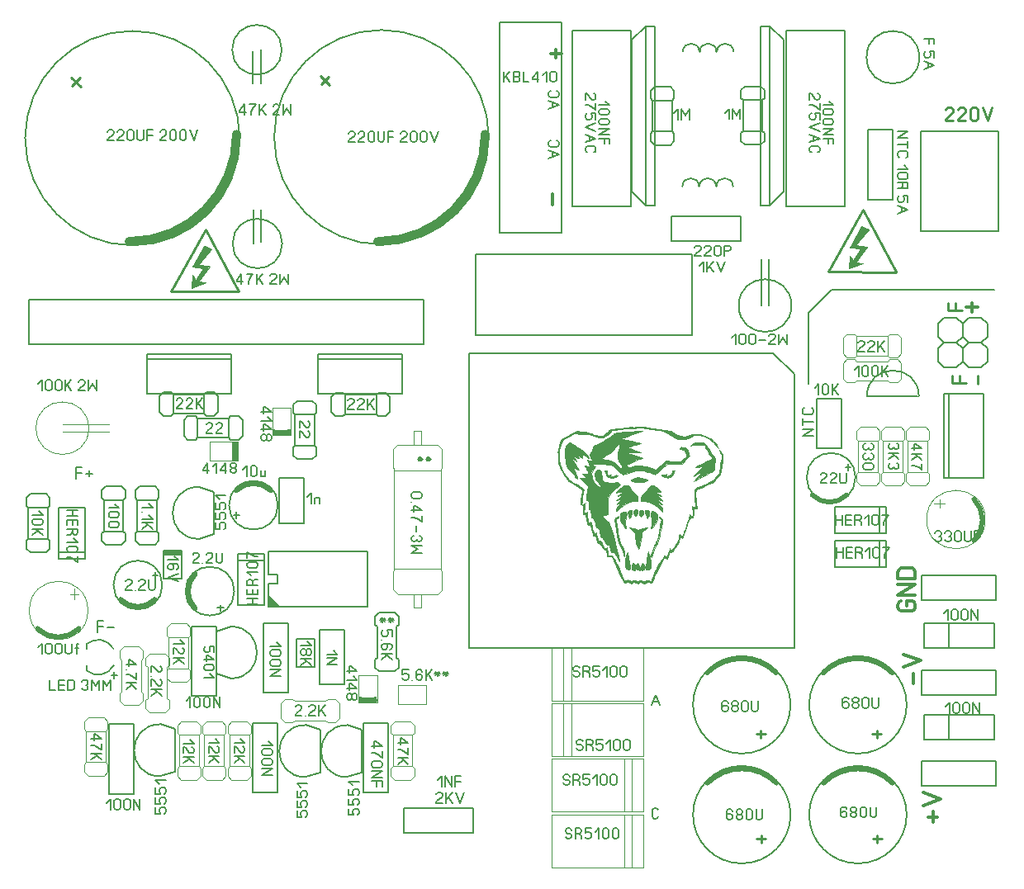
<source format=gbr>
%FSLAX34Y34*%
%MOMM*%
%LNSILK_TOP*%
G71*
G01*
%ADD10C,0.150*%
%ADD11C,0.280*%
%ADD12C,0.900*%
%ADD13C,0.191*%
%ADD14C,0.100*%
%ADD15C,0.133*%
%ADD16C,0.144*%
%ADD17C,0.120*%
%ADD18C,0.500*%
%ADD19C,0.600*%
%ADD20C,0.200*%
%ADD21C,0.206*%
%ADD22C,0.175*%
%ADD23C,0.000*%
%ADD24C,0.238*%
%ADD25C,0.025*%
%ADD26C,0.254*%
%ADD27C,0.318*%
%ADD28C,0.270*%
%ADD29C,0.333*%
%ADD30C,0.010*%
%ADD31C,0.159*%
%LPD*%
G54D10*
G75*
G01X565920Y749263D02*
G03X565920Y749263I-110000J0D01*
G01*
G54D11*
X402871Y802422D02*
X393443Y811850D01*
G54D11*
X394229Y803208D02*
X402085Y811064D01*
G54D12*
G75*
G01X452315Y642148D02*
G03X562315Y752148I0J110000D01*
G01*
G54D10*
G75*
G01X181336Y224277D02*
G03X153399Y229203I-15893J-8450D01*
G01*
G54D10*
G75*
G01X153873Y202038D02*
G03X181336Y207376I11570J13789D01*
G01*
G54D10*
X153443Y229326D02*
X153443Y224527D01*
G54D10*
X153543Y202326D02*
X153543Y207126D01*
G54D13*
X158376Y132522D02*
X169043Y132522D01*
X162376Y137322D01*
X161043Y137322D01*
X161043Y130922D01*
G54D13*
X169043Y127188D02*
X169043Y120788D01*
X167709Y121588D01*
X165709Y123188D01*
X163043Y124788D01*
X161043Y125588D01*
X158376Y125588D01*
G54D13*
X158376Y117056D02*
X169043Y117056D01*
G54D13*
X161709Y117056D02*
X169043Y110656D01*
G54D13*
X163709Y114656D02*
X158376Y110656D01*
G54D13*
X249636Y233401D02*
X253636Y229401D01*
X242969Y229401D01*
G54D13*
X242969Y219268D02*
X242969Y225668D01*
X243636Y225668D01*
X244969Y224868D01*
X248969Y220068D01*
X250302Y219268D01*
X251636Y219268D01*
X252969Y220068D01*
X253636Y221668D01*
X253636Y223268D01*
X252969Y224868D01*
X251636Y225668D01*
G54D13*
X242969Y215535D02*
X253636Y215535D01*
G54D13*
X246302Y215535D02*
X253636Y209135D01*
G54D13*
X248302Y213135D02*
X242969Y209135D01*
G54D13*
X173928Y66405D02*
X177928Y70405D01*
X177928Y59738D01*
G54D13*
X188061Y68405D02*
X188061Y61738D01*
X187261Y60405D01*
X185661Y59738D01*
X184061Y59738D01*
X182461Y60405D01*
X181661Y61738D01*
X181661Y68405D01*
X182461Y69738D01*
X184061Y70405D01*
X185661Y70405D01*
X187261Y69738D01*
X188061Y68405D01*
G54D13*
X198194Y68405D02*
X198194Y61738D01*
X197394Y60405D01*
X195794Y59738D01*
X194194Y59738D01*
X192594Y60405D01*
X191794Y61738D01*
X191794Y68405D01*
X192594Y69738D01*
X194194Y70405D01*
X195794Y70405D01*
X197394Y69738D01*
X198194Y68405D01*
G54D13*
X201927Y59738D02*
X201927Y70405D01*
X208327Y59738D01*
X208327Y70405D01*
G54D13*
X194065Y208688D02*
X204731Y208688D01*
X198065Y213488D01*
X196731Y213488D01*
X196731Y207088D01*
G54D13*
X194065Y203355D02*
X194065Y203355D01*
G54D13*
X204731Y199622D02*
X204731Y193222D01*
X203398Y194022D01*
X201398Y195622D01*
X198731Y197222D01*
X196731Y198022D01*
X194065Y198022D01*
G54D13*
X194065Y189489D02*
X204731Y189489D01*
G54D13*
X197398Y189489D02*
X204731Y183089D01*
G54D13*
X199398Y187089D02*
X194065Y183089D01*
G54D13*
X311563Y131970D02*
X315563Y127970D01*
X304896Y127970D01*
G54D13*
X304896Y117837D02*
X304896Y124237D01*
X305563Y124237D01*
X306896Y123437D01*
X310896Y118637D01*
X312230Y117837D01*
X313563Y117837D01*
X314896Y118637D01*
X315563Y120237D01*
X315563Y121837D01*
X314896Y123437D01*
X313563Y124237D01*
G54D13*
X304896Y114104D02*
X315563Y114104D01*
G54D13*
X308230Y114104D02*
X315563Y107704D01*
G54D13*
X310230Y111704D02*
X304896Y107704D01*
G54D13*
X285437Y131916D02*
X289437Y127916D01*
X278771Y127916D01*
G54D13*
X278771Y117783D02*
X278771Y124183D01*
X279437Y124183D01*
X280771Y123383D01*
X284771Y118583D01*
X286104Y117783D01*
X287437Y117783D01*
X288771Y118583D01*
X289437Y120183D01*
X289437Y121783D01*
X288771Y123383D01*
X287437Y124183D01*
G54D13*
X278771Y114050D02*
X289437Y114050D01*
G54D13*
X282104Y114050D02*
X289437Y107650D01*
G54D13*
X284104Y111650D02*
X278771Y107650D01*
G54D13*
X340087Y129421D02*
X344087Y125421D01*
X333420Y125421D01*
G54D13*
X342087Y115288D02*
X335420Y115288D01*
X334087Y116088D01*
X333420Y117688D01*
X333420Y119288D01*
X334087Y120888D01*
X335420Y121688D01*
X342087Y121688D01*
X343420Y120888D01*
X344087Y119288D01*
X344087Y117688D01*
X343420Y116088D01*
X342087Y115288D01*
G54D13*
X342087Y105155D02*
X335420Y105155D01*
X334087Y105955D01*
X333420Y107555D01*
X333420Y109155D01*
X334087Y110755D01*
X335420Y111555D01*
X342087Y111555D01*
X343420Y110755D01*
X344087Y109155D01*
X344087Y107555D01*
X343420Y105955D01*
X342087Y105155D01*
G54D13*
X333420Y101422D02*
X344087Y101422D01*
X333420Y95022D01*
X344087Y95022D01*
G54D13*
X220132Y200468D02*
X220132Y206868D01*
X220799Y206868D01*
X222132Y206068D01*
X226132Y201268D01*
X227466Y200468D01*
X228799Y200468D01*
X230132Y201268D01*
X230799Y202868D01*
X230799Y204468D01*
X230132Y206068D01*
X228799Y206868D01*
G54D13*
X220132Y196735D02*
X220132Y196735D01*
G54D13*
X220132Y186602D02*
X220132Y193002D01*
X220799Y193002D01*
X222132Y192202D01*
X226132Y187402D01*
X227466Y186602D01*
X228799Y186602D01*
X230132Y187402D01*
X230799Y189002D01*
X230799Y190602D01*
X230132Y192202D01*
X228799Y193002D01*
G54D13*
X220132Y182869D02*
X230799Y182869D01*
G54D13*
X223466Y182869D02*
X230799Y176469D01*
G54D13*
X225466Y180469D02*
X220132Y176469D01*
G54D13*
X445893Y124708D02*
X456559Y124708D01*
X449893Y129508D01*
X448559Y129508D01*
X448559Y123108D01*
G54D13*
X456559Y119375D02*
X456559Y112975D01*
X455226Y113775D01*
X453226Y115375D01*
X450559Y116975D01*
X448559Y117775D01*
X445893Y117775D01*
G54D13*
X454559Y102842D02*
X447893Y102842D01*
X446559Y103642D01*
X445893Y105242D01*
X445893Y106842D01*
X446559Y108442D01*
X447893Y109242D01*
X454559Y109242D01*
X455893Y108442D01*
X456559Y106842D01*
X456559Y105242D01*
X455893Y103642D01*
X454559Y102842D01*
G54D13*
X445893Y99109D02*
X456559Y99109D01*
X445893Y92709D01*
X456559Y92709D01*
G54D13*
X445893Y88976D02*
X456559Y88976D01*
X456559Y83376D01*
G54D13*
X451226Y88976D02*
X451226Y83376D01*
G54D14*
X485594Y150116D02*
X489593Y146116D01*
X489593Y138116D01*
X487594Y136117D01*
X487593Y104116D01*
X489594Y102116D01*
X489594Y94117D01*
X485594Y90116D01*
X469593Y90117D01*
X465593Y94117D01*
X465593Y102116D01*
X467593Y104116D01*
X467593Y136116D01*
X465594Y138116D01*
X465594Y146116D01*
X469593Y150116D01*
X485594Y150116D01*
G54D14*
X487594Y136117D02*
X467593Y136116D01*
G54D14*
X487593Y104116D02*
X467593Y104116D01*
G54D15*
X287478Y266459D02*
X293878Y266459D01*
G54D15*
X290678Y269126D02*
X290678Y263792D01*
G54D10*
G75*
G01X304972Y283576D02*
G03X304972Y283576I-25000J0D01*
G01*
G54D10*
X339822Y324478D02*
X339822Y300579D01*
X349322Y300578D01*
X349322Y291178D01*
X339822Y291178D01*
X339822Y267278D01*
X441422Y267278D01*
X441421Y324479D01*
X339822Y324478D01*
G36*
X339722Y267278D02*
X339722Y279978D01*
X352522Y267278D01*
X339722Y267278D01*
G37*
G54D10*
X418006Y243970D02*
X392606Y243970D01*
X392606Y188244D01*
X418006Y188245D01*
X418006Y243970D01*
G54D14*
X318112Y150116D02*
X322112Y146116D01*
X322112Y138116D01*
X320112Y136117D01*
X320112Y104116D01*
X322112Y102116D01*
X322112Y94116D01*
X318112Y90116D01*
X302112Y90116D01*
X298112Y94116D01*
X298112Y102116D01*
X300112Y104116D01*
X300112Y136116D01*
X298112Y138116D01*
X298112Y146116D01*
X302112Y150116D01*
X318112Y150116D01*
G54D14*
X320112Y136117D02*
X300112Y136116D01*
G54D14*
X320112Y104116D02*
X300112Y104116D01*
G54D14*
X292316Y150116D02*
X296316Y146116D01*
X296316Y138116D01*
X294316Y136116D01*
X294316Y104116D01*
X296315Y102117D01*
X296315Y94116D01*
X292316Y90116D01*
X276315Y90116D01*
X272316Y94116D01*
X272316Y102116D01*
X274315Y104116D01*
X274315Y136116D01*
X272315Y138116D01*
X272315Y146116D01*
X276315Y150116D01*
X292316Y150116D01*
G54D14*
X294316Y136116D02*
X274315Y136116D01*
G54D14*
X294316Y104116D02*
X274315Y104116D01*
G54D14*
X239918Y190315D02*
X235918Y194315D01*
X235918Y202316D01*
X237918Y204315D01*
X237918Y236315D01*
X235918Y238315D01*
X235918Y246315D01*
X239918Y250315D01*
X255918Y250315D01*
X259918Y246315D01*
X259918Y238315D01*
X257918Y236315D01*
X257918Y204315D01*
X259918Y202315D01*
X259918Y194315D01*
X255918Y190315D01*
X239918Y190315D01*
G54D14*
X237918Y204315D02*
X257918Y204315D01*
G54D14*
X237918Y236315D02*
X257918Y236315D01*
G54D14*
X266518Y150116D02*
X270519Y146116D01*
X270519Y138116D01*
X268519Y136116D01*
X268519Y104116D01*
X270519Y102116D01*
X270519Y94116D01*
X266519Y90116D01*
X250519Y90116D01*
X246519Y94116D01*
X246518Y102117D01*
X248519Y104116D01*
X248519Y136117D01*
X246519Y138116D01*
X246519Y146116D01*
X250519Y150116D01*
X266518Y150116D01*
G54D14*
X268519Y136116D02*
X248519Y136117D01*
G54D14*
X268519Y104116D02*
X248519Y104116D01*
G54D14*
X412784Y152940D02*
X408784Y148941D01*
X400784Y148941D01*
X398784Y150941D01*
X366784Y150941D01*
X364784Y148941D01*
X356784Y148941D01*
X352784Y152940D01*
X352784Y168941D01*
X356784Y172941D01*
X364784Y172941D01*
X366784Y170941D01*
X398784Y170941D01*
X400784Y172941D01*
X408784Y172941D01*
X412784Y168940D01*
X412784Y152940D01*
G54D14*
X233974Y219569D02*
X237974Y215570D01*
X237975Y207570D01*
X235975Y205569D01*
X235975Y173568D01*
X237975Y171569D01*
X237974Y163568D01*
X233975Y159569D01*
X217975Y159568D01*
X213974Y163568D01*
X213974Y171569D01*
X215975Y173568D01*
X215975Y205570D01*
X213975Y207570D01*
X213974Y215570D01*
X217974Y219569D01*
X233974Y219569D01*
G54D16*
X307165Y365070D02*
X307165Y358137D01*
G54D16*
X310054Y361604D02*
X304276Y361604D01*
G54D10*
G75*
G01X349688Y371783D02*
G03X349688Y371783I-25000J0D01*
G01*
G54D13*
X472700Y128156D02*
X483367Y128156D01*
X476700Y132956D01*
X475367Y132956D01*
X475367Y126556D01*
G54D13*
X483367Y122823D02*
X483367Y116423D01*
X482034Y117223D01*
X480034Y118823D01*
X477367Y120423D01*
X475367Y121223D01*
X472700Y121223D01*
G54D13*
X472700Y112690D02*
X483367Y112690D01*
G54D13*
X476034Y112690D02*
X483367Y106290D01*
G54D13*
X478034Y110290D02*
X472700Y106290D01*
G54D13*
X374002Y156178D02*
X367602Y156178D01*
X367602Y156845D01*
X368402Y158178D01*
X373202Y162178D01*
X374002Y163511D01*
X374002Y164845D01*
X373202Y166178D01*
X371602Y166845D01*
X370002Y166845D01*
X368402Y166178D01*
X367602Y164845D01*
G54D13*
X377735Y156178D02*
X377735Y156178D01*
G54D13*
X387868Y156178D02*
X381468Y156178D01*
X381468Y156845D01*
X382268Y158178D01*
X387068Y162178D01*
X387868Y163511D01*
X387868Y164845D01*
X387068Y166178D01*
X385468Y166845D01*
X383868Y166845D01*
X382268Y166178D01*
X381468Y164845D01*
G54D13*
X391601Y156178D02*
X391601Y166845D01*
G54D13*
X391601Y159511D02*
X398001Y166845D01*
G54D13*
X394001Y161511D02*
X398001Y156178D01*
G54D13*
X255855Y171041D02*
X259855Y175041D01*
X259855Y164374D01*
G54D13*
X269988Y173041D02*
X269988Y166374D01*
X269188Y165041D01*
X267588Y164374D01*
X265988Y164374D01*
X264388Y165041D01*
X263588Y166374D01*
X263588Y173041D01*
X264388Y174374D01*
X265988Y175041D01*
X267588Y175041D01*
X269188Y174374D01*
X269988Y173041D01*
G54D13*
X280121Y173041D02*
X280121Y166374D01*
X279321Y165041D01*
X277721Y164374D01*
X276121Y164374D01*
X274521Y165041D01*
X273721Y166374D01*
X273721Y173041D01*
X274521Y174374D01*
X276121Y175041D01*
X277721Y175041D01*
X279321Y174374D01*
X280121Y173041D01*
G54D13*
X283854Y164374D02*
X283854Y175041D01*
X290254Y164374D01*
X290254Y175041D01*
G54D13*
X259641Y131519D02*
X263641Y127519D01*
X252974Y127519D01*
G54D13*
X252974Y117386D02*
X252974Y123786D01*
X253641Y123786D01*
X254974Y122986D01*
X258974Y118186D01*
X260307Y117386D01*
X261641Y117386D01*
X262974Y118186D01*
X263641Y119786D01*
X263641Y121386D01*
X262974Y122986D01*
X261641Y123786D01*
G54D13*
X252974Y113653D02*
X263641Y113653D01*
G54D13*
X256307Y113653D02*
X263641Y107253D01*
G54D13*
X258307Y111253D02*
X252974Y107253D01*
G54D10*
X462909Y148672D02*
X437509Y148672D01*
X437509Y77072D01*
X462909Y77072D01*
X462909Y148672D01*
G54D10*
X349403Y148672D02*
X324003Y148672D01*
X324003Y77073D01*
X349403Y77072D01*
X349403Y148672D01*
G54D10*
X201653Y147179D02*
X176253Y147179D01*
X176253Y75579D01*
X201653Y75579D01*
X201653Y147179D01*
G54D10*
X360118Y251066D02*
X334719Y251066D01*
X334719Y179465D01*
X360119Y179465D01*
X360118Y251066D01*
G54D10*
X286415Y247484D02*
X261015Y247484D01*
X261015Y175883D01*
X286415Y175883D01*
X286415Y247484D01*
G54D15*
X223705Y296654D02*
X223705Y303054D01*
G54D15*
X221038Y299854D02*
X226372Y299854D01*
G54D10*
G75*
G01X231191Y289942D02*
G03X231191Y289942I-25000J0D01*
G01*
G54D10*
X376731Y399544D02*
X351331Y399544D01*
X351331Y353345D01*
X376731Y353344D01*
X376731Y399544D01*
G54D17*
X141154Y286024D02*
X141154Y275324D01*
G54D17*
X136754Y280725D02*
X145654Y280725D01*
G54D10*
X251450Y325082D02*
X251450Y296482D01*
X232450Y296482D01*
X232450Y325082D01*
X251450Y325082D01*
G54D18*
X248937Y322866D02*
X234650Y322866D01*
G36*
X248937Y320366D02*
X248937Y325366D01*
X251437Y325366D01*
X251437Y320366D01*
X248937Y320366D01*
G37*
G36*
X234650Y325366D02*
X234650Y320366D01*
X232150Y320366D01*
X232150Y325366D01*
X234650Y325366D01*
G37*
G54D10*
X288319Y467519D02*
X284319Y463519D01*
X276319Y463520D01*
X274319Y465519D01*
X242319Y465519D01*
X240319Y463519D01*
X232319Y463519D01*
X228319Y467519D01*
X228319Y483519D01*
X232319Y487519D01*
X240319Y487519D01*
X242319Y485519D01*
X274319Y485519D01*
X276319Y487519D01*
X284319Y487519D01*
X288319Y483520D01*
X288319Y467519D01*
G54D10*
X274319Y465519D02*
X274319Y485519D01*
G54D10*
X242319Y465519D02*
X242319Y485519D01*
G54D10*
X215163Y526741D02*
X215163Y486041D01*
X301563Y486041D01*
X301563Y526741D01*
X215163Y526741D01*
G54D10*
X215163Y521641D02*
X301563Y521641D01*
G54D10*
X390978Y526741D02*
X390978Y486041D01*
X477379Y486041D01*
X477379Y526741D01*
X390978Y526741D01*
G54D10*
X390978Y521641D02*
X477379Y521641D01*
G54D10*
X464532Y467123D02*
X460532Y463122D01*
X452532Y463122D01*
X450532Y465122D01*
X418532Y465122D01*
X416532Y463122D01*
X408532Y463122D01*
X404532Y467123D01*
X404532Y483123D01*
X408532Y487122D01*
X416532Y487122D01*
X418532Y485123D01*
X450532Y485123D01*
X452531Y487122D01*
X460532Y487122D01*
X464532Y483123D01*
X464532Y467123D01*
G54D10*
X450532Y465122D02*
X450532Y485123D01*
G54D10*
X418532Y465122D02*
X418532Y485123D01*
G54D14*
X308635Y417601D02*
X280034Y417601D01*
X280035Y436601D01*
X308635Y436601D01*
X308635Y417601D01*
G54D19*
X305447Y433451D02*
X305447Y420751D01*
G36*
X308447Y433451D02*
X302447Y433451D01*
X302447Y436451D01*
X308447Y436451D01*
X308447Y433451D01*
G37*
G36*
X302447Y420751D02*
X308447Y420751D01*
X308447Y417751D01*
X302447Y417751D01*
X302447Y420751D01*
G37*
G54D14*
X343969Y443360D02*
X343970Y471960D01*
X362969Y471960D01*
X362970Y443360D01*
X343969Y443360D01*
G54D19*
X359819Y446548D02*
X347119Y446548D01*
G36*
X359819Y443548D02*
X359819Y449548D01*
X362819Y449548D01*
X362819Y443548D01*
X359819Y443548D01*
G37*
G36*
X347119Y449548D02*
X347119Y443548D01*
X344119Y443548D01*
X344119Y449548D01*
X347119Y449548D01*
G37*
G54D10*
X853123Y624242D02*
X853123Y576642D01*
G54D10*
G75*
G01X876223Y576542D02*
G03X876223Y576542I-27000J0D01*
G01*
G54D10*
X845223Y624242D02*
X845223Y576642D01*
G54D20*
X857031Y527192D02*
X879256Y506554D01*
X879256Y225567D01*
X545881Y225568D01*
X545880Y527192D01*
X857031Y527192D01*
G54D14*
X432472Y169120D02*
X432472Y197720D01*
X451472Y197720D01*
X451472Y169120D01*
X432472Y169120D01*
G54D19*
X448322Y172308D02*
X435622Y172307D01*
G36*
X448322Y169308D02*
X448322Y175308D01*
X451322Y175308D01*
X451322Y169308D01*
X448322Y169308D01*
G37*
G36*
X435622Y175307D02*
X435622Y169307D01*
X432622Y169307D01*
X432622Y175307D01*
X435622Y175307D01*
G37*
G54D14*
X501516Y167967D02*
X472916Y167967D01*
X472916Y186967D01*
X501516Y186967D01*
X501516Y167967D01*
G54D10*
X368819Y205777D02*
X368819Y234377D01*
X387819Y234377D01*
X387819Y205776D01*
X368819Y205777D01*
G54D13*
X217092Y373101D02*
X221092Y369101D01*
X210425Y369101D01*
G54D13*
X210425Y365368D02*
X210425Y365368D01*
G54D13*
X217092Y361635D02*
X221092Y357635D01*
X210425Y357635D01*
G54D13*
X210425Y353902D02*
X221092Y353902D01*
G54D13*
X213759Y353902D02*
X221092Y347502D01*
G54D13*
X215759Y351502D02*
X210425Y347502D01*
G54D13*
X243683Y319523D02*
X247683Y315523D01*
X237016Y315523D01*
G54D13*
X245683Y305390D02*
X247016Y306190D01*
X247683Y307790D01*
X247683Y309390D01*
X247016Y310990D01*
X245683Y311790D01*
X242350Y311790D01*
X241683Y311790D01*
X243016Y309390D01*
X243016Y307790D01*
X242350Y306190D01*
X241016Y305390D01*
X239016Y305390D01*
X237683Y306190D01*
X237016Y307790D01*
X237016Y309390D01*
X237683Y310990D01*
X239016Y311790D01*
X242350Y311790D01*
G54D13*
X247683Y301657D02*
X237016Y297657D01*
X247683Y293657D01*
G54D13*
X199872Y284950D02*
X193472Y284950D01*
X193472Y285617D01*
X194272Y286950D01*
X199072Y290950D01*
X199872Y292283D01*
X199872Y293617D01*
X199072Y294950D01*
X197472Y295617D01*
X195872Y295617D01*
X194272Y294950D01*
X193472Y293617D01*
G54D13*
X203605Y284950D02*
X203605Y284950D01*
G54D13*
X213738Y284950D02*
X207338Y284950D01*
X207338Y285617D01*
X208138Y286950D01*
X212938Y290950D01*
X213738Y292283D01*
X213738Y293617D01*
X212938Y294950D01*
X211338Y295617D01*
X209738Y295617D01*
X208138Y294950D01*
X207338Y293617D01*
G54D13*
X217471Y295617D02*
X217471Y286950D01*
X218271Y285617D01*
X219871Y284950D01*
X221471Y284950D01*
X223071Y285617D01*
X223871Y286950D01*
X223871Y295617D01*
G54D21*
X142786Y399086D02*
X142786Y410642D01*
X148853Y410642D01*
G54D21*
X142786Y404864D02*
X148853Y404864D01*
G54D21*
X152897Y404142D02*
X159830Y404142D01*
G54D21*
X156364Y407031D02*
X156364Y401253D01*
G54D21*
X164429Y241694D02*
X164429Y253249D01*
X170496Y253249D01*
G54D21*
X164429Y247471D02*
X170496Y247471D01*
G54D21*
X174540Y246749D02*
X181474Y246749D01*
G54D13*
X103972Y225837D02*
X107972Y229837D01*
X107972Y219170D01*
G54D13*
X118105Y227837D02*
X118105Y221170D01*
X117305Y219837D01*
X115705Y219170D01*
X114105Y219170D01*
X112505Y219837D01*
X111705Y221170D01*
X111705Y227837D01*
X112505Y229170D01*
X114105Y229837D01*
X115705Y229837D01*
X117305Y229170D01*
X118105Y227837D01*
G54D13*
X128238Y227837D02*
X128238Y221170D01*
X127438Y219837D01*
X125838Y219170D01*
X124238Y219170D01*
X122638Y219837D01*
X121838Y221170D01*
X121838Y227837D01*
X122638Y229170D01*
X124238Y229837D01*
X125838Y229837D01*
X127438Y229170D01*
X128238Y227837D01*
G54D13*
X131971Y229837D02*
X131971Y221170D01*
X132771Y219837D01*
X134371Y219170D01*
X135971Y219170D01*
X137571Y219837D01*
X138371Y221170D01*
X138371Y229837D01*
G54D13*
X143704Y219170D02*
X143704Y229170D01*
X144504Y229837D01*
X145304Y229437D01*
G54D13*
X142104Y225170D02*
X145304Y225170D01*
G54D13*
X495317Y378608D02*
X488650Y378608D01*
X487317Y379408D01*
X486650Y381008D01*
X486650Y382608D01*
X487317Y384208D01*
X488650Y385008D01*
X495317Y385008D01*
X496650Y384208D01*
X497317Y382608D01*
X497317Y381008D01*
X496650Y379408D01*
X495317Y378608D01*
G54D13*
X486650Y374875D02*
X486650Y374875D01*
G54D13*
X486650Y366342D02*
X497317Y366342D01*
X490650Y371142D01*
X489317Y371142D01*
X489317Y364742D01*
G54D13*
X497317Y361009D02*
X497317Y354609D01*
X495984Y355409D01*
X493984Y357009D01*
X491317Y358609D01*
X489317Y359409D01*
X486650Y359409D01*
G54D13*
X491317Y350876D02*
X491317Y344476D01*
G54D13*
X495317Y340743D02*
X496650Y339943D01*
X497317Y338343D01*
X497317Y336743D01*
X496650Y335143D01*
X495317Y334343D01*
X493984Y334343D01*
X492650Y335143D01*
X491984Y336743D01*
X491317Y335143D01*
X489984Y334343D01*
X488650Y334343D01*
X487317Y335143D01*
X486650Y336743D01*
X486650Y338343D01*
X487317Y339943D01*
X488650Y340743D01*
G54D13*
X497317Y330610D02*
X486650Y330610D01*
X493317Y326610D01*
X486650Y322610D01*
X497317Y322610D01*
G54D13*
X466758Y237320D02*
X466758Y243720D01*
X462091Y243720D01*
X462091Y242920D01*
X462758Y241320D01*
X462758Y239720D01*
X462091Y238120D01*
X460758Y237320D01*
X458091Y237320D01*
X456758Y238120D01*
X456091Y239720D01*
X456091Y241320D01*
X456758Y242920D01*
X458091Y243720D01*
G54D13*
X456091Y233587D02*
X456091Y233587D01*
G54D13*
X464758Y223454D02*
X466091Y224254D01*
X466758Y225854D01*
X466758Y227454D01*
X466091Y229054D01*
X464758Y229854D01*
X461424Y229854D01*
X460758Y229854D01*
X462091Y227454D01*
X462091Y225854D01*
X461424Y224254D01*
X460091Y223454D01*
X458091Y223454D01*
X456758Y224254D01*
X456091Y225854D01*
X456091Y227454D01*
X456758Y229054D01*
X458091Y229854D01*
X461424Y229854D01*
G54D13*
X456091Y219721D02*
X466758Y219721D01*
G54D13*
X459424Y219721D02*
X466758Y213321D01*
G54D13*
X461424Y217321D02*
X456091Y213321D01*
G54D10*
X229037Y93698D02*
X244237Y98598D01*
X244237Y142197D01*
X229037Y147097D01*
G54D10*
G75*
G01X228937Y147048D02*
G03X228937Y93748I0J-26650D01*
G01*
G54D13*
X224324Y61602D02*
X224324Y55202D01*
X228990Y55202D01*
X228990Y56002D01*
X228324Y57602D01*
X228324Y59202D01*
X228990Y60802D01*
X230324Y61602D01*
X232990Y61602D01*
X234324Y60802D01*
X234990Y59202D01*
X234990Y57602D01*
X234324Y56002D01*
X232990Y55202D01*
G54D13*
X224324Y71735D02*
X224324Y65335D01*
X228990Y65335D01*
X228990Y66135D01*
X228324Y67735D01*
X228324Y69335D01*
X228990Y70935D01*
X230324Y71735D01*
X232990Y71735D01*
X234324Y70935D01*
X234990Y69335D01*
X234990Y67735D01*
X234324Y66135D01*
X232990Y65335D01*
G54D13*
X224324Y81868D02*
X224324Y75468D01*
X228990Y75468D01*
X228990Y76268D01*
X228324Y77868D01*
X228324Y79468D01*
X228990Y81068D01*
X230324Y81868D01*
X232990Y81868D01*
X234324Y81068D01*
X234990Y79468D01*
X234990Y77868D01*
X234324Y76268D01*
X232990Y75468D01*
G54D13*
X228324Y85601D02*
X224324Y89601D01*
X234990Y89601D01*
G54D10*
X377922Y92858D02*
X393121Y97758D01*
X393121Y141357D01*
X377922Y146257D01*
G54D10*
G75*
G01X377822Y146208D02*
G03X377822Y92908I0J-26650D01*
G01*
G54D13*
X369239Y58379D02*
X369239Y51979D01*
X373906Y51979D01*
X373906Y52779D01*
X373239Y54379D01*
X373239Y55979D01*
X373906Y57579D01*
X375239Y58379D01*
X377906Y58379D01*
X379239Y57579D01*
X379906Y55979D01*
X379906Y54379D01*
X379239Y52779D01*
X377906Y51979D01*
G54D13*
X369239Y68512D02*
X369239Y62112D01*
X373906Y62112D01*
X373906Y62912D01*
X373239Y64512D01*
X373239Y66112D01*
X373906Y67712D01*
X375239Y68512D01*
X377906Y68512D01*
X379239Y67712D01*
X379906Y66112D01*
X379906Y64512D01*
X379239Y62912D01*
X377906Y62112D01*
G54D13*
X369239Y78645D02*
X369239Y72245D01*
X373906Y72245D01*
X373906Y73045D01*
X373239Y74645D01*
X373239Y76245D01*
X373906Y77845D01*
X375239Y78645D01*
X377906Y78645D01*
X379239Y77845D01*
X379906Y76245D01*
X379906Y74645D01*
X379239Y73045D01*
X377906Y72245D01*
G54D13*
X373239Y82378D02*
X369239Y86378D01*
X379906Y86378D01*
G54D10*
X420784Y92858D02*
X435984Y97758D01*
X435984Y141357D01*
X420785Y146257D01*
G54D10*
G75*
G01X420684Y146208D02*
G03X420684Y92908I0J-26650D01*
G01*
G54D13*
X422420Y60364D02*
X422420Y53964D01*
X427087Y53964D01*
X427087Y54764D01*
X426420Y56364D01*
X426420Y57964D01*
X427087Y59564D01*
X428420Y60364D01*
X431087Y60364D01*
X432420Y59564D01*
X433087Y57964D01*
X433087Y56364D01*
X432420Y54764D01*
X431087Y53964D01*
G54D13*
X422420Y70497D02*
X422420Y64097D01*
X427087Y64097D01*
X427087Y64897D01*
X426420Y66497D01*
X426420Y68097D01*
X427087Y69697D01*
X428420Y70497D01*
X431087Y70497D01*
X432420Y69697D01*
X433087Y68097D01*
X433087Y66497D01*
X432420Y64897D01*
X431087Y64097D01*
G54D13*
X422420Y80630D02*
X422420Y74230D01*
X427087Y74230D01*
X427087Y75030D01*
X426420Y76630D01*
X426420Y78230D01*
X427087Y79830D01*
X428420Y80630D01*
X431087Y80630D01*
X432420Y79830D01*
X433087Y78230D01*
X433087Y76630D01*
X432420Y75030D01*
X431087Y74230D01*
G54D13*
X426420Y84363D02*
X422420Y88363D01*
X433087Y88363D01*
G54D10*
X301496Y247403D02*
X286297Y242502D01*
X286297Y198903D01*
X301496Y194003D01*
G54D10*
G75*
G01X301597Y194053D02*
G03X301597Y247353I0J26650D01*
G01*
G54D22*
X283890Y220898D02*
X283890Y226765D01*
X279612Y226765D01*
X279612Y226032D01*
X280223Y224565D01*
X280223Y223098D01*
X279612Y221632D01*
X278390Y220898D01*
X275945Y220898D01*
X274723Y221632D01*
X274112Y223098D01*
X274112Y224565D01*
X274723Y226032D01*
X275945Y226765D01*
G54D22*
X274112Y213076D02*
X283890Y213076D01*
X277779Y217476D01*
X276557Y217476D01*
X276557Y211609D01*
G54D22*
X282057Y202320D02*
X275945Y202320D01*
X274723Y203054D01*
X274112Y204520D01*
X274112Y205987D01*
X274723Y207454D01*
X275945Y208187D01*
X282057Y208187D01*
X283279Y207454D01*
X283890Y205987D01*
X283890Y204520D01*
X283279Y203054D01*
X282057Y202320D01*
G54D22*
X280223Y198898D02*
X283890Y195231D01*
X274112Y195231D01*
G54D10*
X268541Y337154D02*
X283741Y342054D01*
X283741Y385654D01*
X268541Y390554D01*
G54D10*
G75*
G01X268441Y390504D02*
G03X268441Y337204I0J-26650D01*
G01*
G54D13*
X285655Y353873D02*
X285655Y347473D01*
X290322Y347473D01*
X290322Y348273D01*
X289655Y349873D01*
X289655Y351473D01*
X290322Y353073D01*
X291655Y353873D01*
X294322Y353873D01*
X295655Y353073D01*
X296322Y351473D01*
X296322Y349873D01*
X295655Y348273D01*
X294322Y347473D01*
G54D13*
X285655Y364006D02*
X285655Y357606D01*
X290322Y357606D01*
X290322Y358406D01*
X289655Y360006D01*
X289655Y361606D01*
X290322Y363206D01*
X291655Y364006D01*
X294322Y364006D01*
X295655Y363206D01*
X296322Y361606D01*
X296322Y360006D01*
X295655Y358406D01*
X294322Y357606D01*
G54D13*
X285655Y374139D02*
X285655Y367739D01*
X290322Y367739D01*
X290322Y368539D01*
X289655Y370139D01*
X289655Y371739D01*
X290322Y373339D01*
X291655Y374139D01*
X294322Y374139D01*
X295655Y373339D01*
X296322Y371739D01*
X296322Y370139D01*
X295655Y368539D01*
X294322Y367739D01*
G54D13*
X289655Y377872D02*
X285655Y381872D01*
X296322Y381872D01*
G54D13*
X328959Y270023D02*
X318293Y270023D01*
G54D13*
X328959Y276423D02*
X318293Y276423D01*
G54D13*
X323626Y270023D02*
X323626Y276423D01*
G54D13*
X328959Y285756D02*
X328959Y280156D01*
X318293Y280156D01*
X318293Y285756D01*
G54D13*
X323626Y280156D02*
X323626Y285756D01*
G54D13*
X323626Y292689D02*
X324959Y295089D01*
X326293Y295889D01*
X328959Y295889D01*
G54D13*
X328959Y289489D02*
X318293Y289489D01*
X318293Y293489D01*
X318959Y295089D01*
X320293Y295889D01*
X321626Y295889D01*
X322959Y295089D01*
X323626Y293489D01*
X323626Y289489D01*
G54D13*
X322293Y299622D02*
X318293Y303622D01*
X328959Y303622D01*
G54D13*
X320293Y313755D02*
X326959Y313755D01*
X328293Y312955D01*
X328959Y311355D01*
X328959Y309755D01*
X328293Y308155D01*
X326959Y307355D01*
X320293Y307355D01*
X318959Y308155D01*
X318293Y309755D01*
X318293Y311355D01*
X318959Y312955D01*
X320293Y313755D01*
G54D13*
X318293Y317488D02*
X318293Y323888D01*
X319626Y323088D01*
X321626Y321488D01*
X324293Y319888D01*
X326293Y319088D01*
X328959Y319088D01*
G54D10*
X335662Y269576D02*
X308263Y269576D01*
X308262Y321676D01*
X335662Y321676D01*
X335662Y269576D01*
G54D10*
X308262Y315276D02*
X335663Y315276D01*
G54D10*
X752944Y668248D02*
X752944Y642849D01*
X824544Y642848D01*
X824544Y668248D01*
X752944Y668248D01*
G54D20*
X1008480Y755217D02*
X1008480Y653217D01*
G54D20*
X1008480Y755217D02*
X1088481Y755217D01*
X1088481Y653217D01*
X1008480Y653217D01*
G54D10*
G75*
G01X1007258Y831260D02*
G03X1007258Y831260I-27000J0D01*
G01*
G54D10*
X844485Y799696D02*
X844485Y863196D01*
G54D10*
X844485Y863196D02*
X854010Y863196D01*
X854010Y799696D01*
G54D10*
X727011Y799696D02*
X727011Y863196D01*
X736536Y863196D01*
X736536Y799696D01*
G54D10*
X727011Y799696D02*
X727011Y679046D01*
X736536Y679046D01*
X736536Y799696D01*
G54D10*
X844485Y799696D02*
X844485Y679046D01*
X854010Y679046D01*
X854010Y799696D01*
G54D10*
X727011Y679046D02*
X712723Y693333D01*
X712723Y799696D01*
G54D10*
X727011Y863196D02*
X712723Y848909D01*
X712723Y799696D01*
G54D10*
X854010Y863196D02*
X868298Y848909D01*
X868298Y799696D01*
G54D10*
X854010Y679046D02*
X868298Y693333D01*
X868298Y799696D01*
G54D10*
X844548Y741418D02*
X848548Y745418D01*
X848548Y753418D01*
X846548Y755418D01*
X846548Y787418D01*
X848548Y789419D01*
X848548Y797418D01*
X844548Y801418D01*
X828548Y801418D01*
X824548Y797418D01*
X824548Y789418D01*
X826548Y787418D01*
X826548Y755418D01*
X824548Y753418D01*
X824548Y745418D01*
X828548Y741418D01*
X844548Y741418D01*
G54D10*
X846548Y755418D02*
X826548Y755418D01*
G54D10*
X846548Y787418D02*
X826548Y787418D01*
G54D10*
X871139Y858440D02*
X931138Y858440D01*
X931138Y678440D01*
X871139Y678440D01*
X871139Y858440D01*
G54D10*
X752076Y741022D02*
X756076Y745022D01*
X756076Y753022D01*
X754076Y755022D01*
X754076Y787022D01*
X756076Y789022D01*
X756076Y797022D01*
X752076Y801022D01*
X736076Y801022D01*
X732076Y797022D01*
X732076Y789022D01*
X734076Y787022D01*
X734076Y755022D01*
X732076Y753022D01*
X732076Y745022D01*
X736076Y741022D01*
X752076Y741022D01*
G54D10*
X754076Y755022D02*
X734076Y755022D01*
G54D10*
X754076Y787022D02*
X734076Y787022D01*
G54D10*
X954558Y756832D02*
X979958Y756832D01*
X979959Y685232D01*
X954559Y685232D01*
X954558Y756832D01*
G54D23*
X176503Y446858D02*
X128903Y446858D01*
G54D23*
G75*
G01X155803Y450759D02*
G03X155803Y450759I-27000J0D01*
G01*
G54D23*
X176503Y454758D02*
X128903Y454758D01*
G54D24*
X1042069Y766475D02*
X1034069Y766475D01*
X1034069Y767308D01*
X1035069Y768975D01*
X1041069Y773975D01*
X1042069Y775641D01*
X1042069Y777308D01*
X1041069Y778975D01*
X1039069Y779808D01*
X1037069Y779808D01*
X1035069Y778975D01*
X1034069Y777308D01*
G54D24*
X1054736Y766475D02*
X1046736Y766475D01*
X1046736Y767308D01*
X1047736Y768975D01*
X1053736Y773975D01*
X1054736Y775641D01*
X1054736Y777308D01*
X1053736Y778975D01*
X1051736Y779808D01*
X1049736Y779808D01*
X1047736Y778975D01*
X1046736Y777308D01*
G54D24*
X1067403Y777308D02*
X1067403Y768975D01*
X1066403Y767308D01*
X1064403Y766475D01*
X1062403Y766475D01*
X1060403Y767308D01*
X1059403Y768975D01*
X1059403Y777308D01*
X1060403Y778975D01*
X1062403Y779808D01*
X1064403Y779808D01*
X1066403Y778975D01*
X1067403Y777308D01*
G54D24*
X1072070Y779808D02*
X1077070Y766475D01*
X1082070Y779808D01*
G54D25*
X953179Y636797D02*
X939942Y623560D01*
G54D25*
X952910Y636851D02*
X940535Y624476D01*
G54D25*
X952622Y636887D02*
X941128Y625392D01*
G54D25*
X952335Y636922D02*
X941702Y626290D01*
G54D25*
X952047Y636958D02*
X942295Y627206D01*
G54D25*
X953053Y635701D02*
X951760Y636994D01*
X942888Y628122D01*
G54D25*
X951473Y637030D02*
X943462Y629020D01*
G54D25*
X951186Y637066D02*
X944055Y629936D01*
G54D25*
X950898Y637102D02*
X944648Y630852D01*
X947396Y628104D01*
G54D25*
X950611Y637138D02*
X945222Y631750D01*
G54D25*
X950323Y637174D02*
X945815Y632666D01*
G54D25*
X950036Y637210D02*
X946408Y633582D01*
G54D25*
X949749Y637246D02*
X946983Y634480D01*
G54D25*
X949479Y637300D02*
X947019Y634839D01*
G54D25*
X949192Y637336D02*
X946731Y634875D01*
G54D25*
X948904Y637372D02*
X946444Y634911D01*
G54D25*
X948617Y637407D02*
X946157Y634947D01*
G54D25*
X948330Y637443D02*
X945869Y634983D01*
G54D25*
X951670Y633851D02*
X948042Y637479D01*
X945582Y635019D01*
G54D25*
X947755Y637515D02*
X945312Y635072D01*
G54D25*
X947468Y637551D02*
X945025Y635108D01*
G54D25*
X947180Y637587D02*
X944738Y635144D01*
G54D25*
X953592Y636456D02*
X953251Y636797D01*
G54D25*
X953466Y636258D02*
X952874Y636851D01*
G54D25*
X953323Y636078D02*
X952515Y636887D01*
G54D25*
X953179Y635899D02*
X952137Y636940D01*
G54D25*
X952910Y635522D02*
X951383Y637048D01*
G54D25*
X952766Y635342D02*
X951024Y637084D01*
G54D25*
X952640Y635144D02*
X950647Y637138D01*
G54D25*
X952496Y634965D02*
X950269Y637192D01*
G54D25*
X952353Y634785D02*
X949910Y637228D01*
G54D25*
X952227Y634588D02*
X949533Y637282D01*
G54D25*
X935398Y617723D02*
X952083Y634408D01*
X949156Y637335D01*
G54D25*
X951940Y634228D02*
X948779Y637389D01*
G54D25*
X951814Y634031D02*
X948420Y637425D01*
G54D25*
X951527Y633672D02*
X947665Y637533D01*
G54D25*
X951401Y633474D02*
X947306Y637569D01*
G54D25*
X951257Y633294D02*
X946929Y637623D01*
G54D25*
X951114Y633115D02*
X946552Y637677D01*
G54D25*
X950988Y632917D02*
X946174Y637731D01*
G54D25*
X950844Y632738D02*
X945815Y637767D01*
G54D25*
X950701Y632558D02*
X945438Y637821D01*
G54D25*
X950575Y632360D02*
X945061Y637874D01*
G54D25*
X950431Y632181D02*
X944702Y637910D01*
G54D25*
X950287Y632002D02*
X944324Y637964D01*
X941864Y635504D01*
G54D25*
X950162Y631804D02*
X943947Y638018D01*
G54D25*
X950018Y631624D02*
X947054Y634588D01*
G54D25*
X946767Y634875D02*
X943570Y638072D01*
G54D25*
X949874Y631445D02*
X946929Y634390D01*
G54D25*
X946390Y634929D02*
X943211Y638108D01*
G54D25*
X949749Y631247D02*
X946803Y634192D01*
G54D25*
X946031Y634965D02*
X942834Y638162D01*
G54D25*
X949605Y631068D02*
X946677Y633995D01*
G54D25*
X945654Y635019D02*
X942457Y638216D01*
G54D25*
X949461Y630888D02*
X946552Y633798D01*
G54D25*
X945277Y635072D02*
X942079Y638270D01*
G54D25*
X949335Y630690D02*
X946426Y633600D01*
G54D25*
X949192Y630511D02*
X946300Y633402D01*
G54D25*
X949048Y630331D02*
X946174Y633205D01*
G54D25*
X948922Y630134D02*
X946049Y633007D01*
G54D25*
X948779Y629954D02*
X945905Y632828D01*
G54D25*
X948635Y629774D02*
X945779Y632630D01*
G54D25*
X948509Y629577D02*
X945654Y632432D01*
G54D25*
X935254Y616286D02*
X948366Y629398D01*
X945528Y632235D01*
G54D25*
X948222Y629217D02*
X945402Y632038D01*
G54D25*
X948096Y629020D02*
X945276Y631840D01*
G54D25*
X947952Y628840D02*
X945151Y631643D01*
G54D25*
X947809Y628661D02*
X945025Y631445D01*
G54D25*
X947683Y628463D02*
X944900Y631247D01*
G54D25*
X947540Y628283D02*
X944773Y631049D01*
G54D25*
X947270Y627906D02*
X944522Y630654D01*
G54D25*
X947126Y627727D02*
X944396Y630457D01*
G54D25*
X946983Y627547D02*
X944271Y630260D01*
G54D25*
X946857Y627349D02*
X944145Y630062D01*
G54D25*
X946713Y627170D02*
X944019Y629864D01*
G54D25*
X946570Y626990D02*
X943894Y629666D01*
G54D25*
X946444Y626793D02*
X943750Y629487D01*
G54D25*
X946300Y626613D02*
X943624Y629289D01*
G54D25*
X948743Y619644D02*
X948473Y619914D01*
G54D25*
X948491Y619573D02*
X948096Y619968D01*
G54D25*
X948258Y619483D02*
X947719Y620022D01*
X946552Y618854D01*
G54D25*
X948024Y619393D02*
X947342Y620075D01*
G54D25*
X947791Y619303D02*
X946965Y620129D01*
G54D25*
X947557Y619213D02*
X946588Y620183D01*
X944540Y618136D01*
G54D25*
X947306Y619142D02*
X946210Y620237D01*
G54D25*
X948006Y619986D02*
X947072Y619052D01*
X945833Y620291D01*
G54D25*
X946839Y618962D02*
X945456Y620345D01*
X942511Y617399D01*
G54D25*
X946606Y618872D02*
X945097Y620381D01*
G54D25*
X946372Y618782D02*
X944720Y620435D01*
G54D25*
X946121Y618711D02*
X944342Y620489D01*
G54D25*
X945887Y618621D02*
X943965Y620542D01*
G54D25*
X945654Y618531D02*
X943588Y620596D01*
G54D25*
X945420Y618441D02*
X943211Y620650D01*
G54D25*
X942438Y621423D02*
X940086Y623775D01*
G54D25*
X945169Y618369D02*
X942834Y620704D01*
G54D25*
X942313Y621225D02*
X939960Y623578D01*
G54D25*
X944935Y618279D02*
X942457Y620758D01*
G54D25*
X942169Y621045D02*
X939834Y623380D01*
G54D25*
X944702Y618190D02*
X939709Y623183D01*
G54D25*
X944468Y618100D02*
X939583Y622985D01*
G54D25*
X944235Y618010D02*
X939457Y622787D01*
G54D25*
X935093Y614723D02*
X936404Y627709D01*
X939403Y622734D01*
X947216Y634821D01*
X936296Y636222D01*
X948096Y657721D01*
X955604Y654524D01*
X941595Y638323D01*
X953790Y636725D01*
X942008Y620812D01*
X949210Y619824D01*
X935093Y614723D01*
G54D25*
X948851Y619860D02*
X948581Y619590D01*
G54D25*
X948581Y619914D02*
X948078Y619411D01*
G54D25*
X948294Y619950D02*
X947575Y619231D01*
G54D25*
X947432Y620058D02*
X946049Y618675D01*
G54D25*
X947144Y620094D02*
X945546Y618495D01*
G54D25*
X946875Y620147D02*
X945043Y618315D01*
G54D25*
X946300Y620219D02*
X944019Y617938D01*
G54D25*
X946013Y620255D02*
X943516Y617759D01*
X936153Y625122D01*
G54D25*
X945725Y620291D02*
X943013Y617579D01*
G54D25*
X945169Y620381D02*
X942008Y617220D01*
G54D25*
X944881Y620417D02*
X941487Y617022D01*
G54D25*
X944594Y620453D02*
X940984Y616843D01*
G54D25*
X944307Y620489D02*
X940481Y616663D01*
G54D25*
X944037Y620543D02*
X939978Y616483D01*
G54D25*
X943750Y620578D02*
X939475Y616304D01*
X935650Y620129D01*
G54D25*
X943462Y620614D02*
X938954Y616106D01*
G54D25*
X943175Y620650D02*
X938451Y615927D01*
G54D25*
X942888Y620686D02*
X937948Y615747D01*
G54D25*
X942618Y620740D02*
X937446Y615567D01*
G54D25*
X942331Y620776D02*
X936943Y615388D01*
G54D25*
X942044Y620812D02*
X936422Y615190D01*
G54D25*
X942798Y621890D02*
X935919Y615011D01*
X935201Y615729D01*
G54D25*
X943714Y623129D02*
X935416Y614831D01*
G54D25*
X942115Y626918D02*
X944648Y624386D01*
X935111Y614849D01*
G54D25*
X945582Y625643D02*
X935147Y615208D01*
G54D25*
X946516Y626901D02*
X935182Y615567D01*
G54D25*
X947432Y628140D02*
X935218Y615927D01*
G54D25*
X949300Y630654D02*
X935290Y616645D01*
G54D25*
X950216Y631893D02*
X935326Y617004D01*
G54D25*
X951149Y633151D02*
X935362Y617364D01*
G54D25*
X953017Y635665D02*
X935434Y618082D01*
X937823Y615693D01*
G54D25*
X953754Y636725D02*
X935470Y618441D01*
G54D25*
X939403Y622698D02*
X935506Y618800D01*
G54D25*
X939296Y622913D02*
X935542Y619159D01*
G54D25*
X939170Y623111D02*
X935578Y619519D01*
G54D25*
X939044Y623308D02*
X935614Y619878D01*
G54D25*
X938919Y623506D02*
X935650Y620237D01*
G54D25*
X938810Y623721D02*
X935686Y620596D01*
G54D25*
X938685Y623919D02*
X935722Y620956D01*
G54D25*
X938559Y624117D02*
X935758Y621315D01*
X940427Y616645D01*
G54D25*
X938433Y624314D02*
X935793Y621674D01*
G54D25*
X938326Y624530D02*
X935829Y622033D01*
G54D25*
X938200Y624727D02*
X935865Y622392D01*
G54D25*
X938074Y624925D02*
X935901Y622752D01*
G54D25*
X937948Y625122D02*
X935937Y623111D01*
G54D25*
X937841Y625338D02*
X935973Y623470D01*
G54D25*
X937715Y625535D02*
X936009Y623829D01*
G54D25*
X937589Y625733D02*
X936045Y624188D01*
G54D25*
X937464Y625931D02*
X936080Y624548D01*
X943032Y617597D01*
G54D25*
X937356Y626146D02*
X936117Y624907D01*
G54D25*
X937230Y626344D02*
X936152Y625266D01*
G54D25*
X937104Y626541D02*
X936188Y625625D01*
G54D25*
X936979Y626739D02*
X936224Y625985D01*
G54D25*
X936871Y626954D02*
X936260Y626344D01*
G54D25*
X936745Y627152D02*
X936296Y626703D01*
G54D25*
X936619Y627349D02*
X936332Y627062D01*
G54D25*
X946605Y637659D02*
X944163Y635216D01*
X938739Y640640D01*
G54D25*
X946336Y637713D02*
X943876Y635252D01*
G54D25*
X946049Y637749D02*
X943588Y635288D01*
G54D25*
X945761Y637785D02*
X943301Y635324D01*
G54D25*
X945474Y637820D02*
X943013Y635360D01*
G54D25*
X945187Y637856D02*
X942726Y635396D01*
G54D25*
X944899Y637892D02*
X942439Y635432D01*
G54D25*
X944612Y637928D02*
X942151Y635468D01*
G54D25*
X944037Y638000D02*
X941577Y635539D01*
X937931Y639185D01*
G54D25*
X943750Y638036D02*
X941289Y635575D01*
G54D25*
X943463Y638072D02*
X941002Y635612D01*
G54D25*
X943175Y638108D02*
X940715Y635647D01*
G54D25*
X942906Y638162D02*
X940427Y635684D01*
G54D25*
X942618Y638198D02*
X940140Y635720D01*
G54D25*
X942331Y638234D02*
X939852Y635755D01*
G54D25*
X942043Y638269D02*
X939565Y635791D01*
G54D25*
X941756Y638305D02*
X939278Y635827D01*
G54D25*
X942600Y639473D02*
X938990Y635863D01*
G54D25*
X952048Y656032D02*
X941253Y645238D01*
X944648Y641844D01*
X938703Y635899D01*
G54D25*
X946695Y644214D02*
X938434Y635953D01*
G54D25*
X948761Y646604D02*
X938146Y635989D01*
G54D25*
X950808Y648974D02*
X937859Y636024D01*
X936781Y637102D01*
G54D25*
X952874Y651363D02*
X937571Y636060D01*
G54D25*
X954921Y653734D02*
X937284Y636097D01*
G54D25*
X955460Y654596D02*
X936997Y636132D01*
G54D25*
X955226Y654685D02*
X936709Y636168D01*
G54D25*
X954993Y654776D02*
X936422Y636205D01*
G54D25*
X954777Y654883D02*
X936530Y636635D01*
G54D25*
X954544Y654973D02*
X936925Y637354D01*
G54D25*
X954311Y655063D02*
X937320Y638072D01*
G54D25*
X954095Y655170D02*
X937715Y638790D01*
G54D25*
X953862Y655261D02*
X938110Y639509D01*
G54D25*
X953646Y655368D02*
X938505Y640227D01*
X943427Y635306D01*
G54D25*
X953413Y655458D02*
X938900Y640946D01*
G54D25*
X953179Y655548D02*
X939278Y641646D01*
G54D25*
X952964Y655656D02*
X939673Y642364D01*
G54D25*
X952730Y655746D02*
X940068Y643083D01*
G54D25*
X952515Y655853D02*
X940463Y643802D01*
G54D25*
X952281Y655943D02*
X940858Y644520D01*
G54D25*
X951832Y656141D02*
X941648Y645957D01*
G54D25*
X954544Y653285D02*
X951598Y656230D01*
X942026Y646658D01*
G54D25*
X951383Y656338D02*
X942421Y647376D01*
G54D25*
X951150Y656428D02*
X942816Y648094D01*
G54D25*
X950916Y656517D02*
X943211Y648812D01*
G54D25*
X950701Y656626D02*
X943606Y649531D01*
G54D25*
X954239Y652944D02*
X950467Y656715D01*
X944001Y650250D01*
X948240Y646010D01*
G54D25*
X950234Y656805D02*
X944396Y650968D01*
G54D25*
X950018Y656912D02*
X944791Y651686D01*
G54D25*
X949784Y657002D02*
X945169Y652386D01*
G54D25*
X949569Y657110D02*
X945564Y653105D01*
G54D25*
X953933Y652602D02*
X949335Y657200D01*
X945959Y653824D01*
G54D25*
X949102Y657290D02*
X946354Y654542D01*
G54D25*
X948886Y657398D02*
X946749Y655260D01*
X951832Y650178D01*
G54D25*
X948653Y657488D02*
X947144Y655979D01*
G54D25*
X948437Y657595D02*
X947540Y656697D01*
G54D25*
X953646Y652243D02*
X948204Y657685D01*
X947935Y657415D01*
G54D25*
X946893Y637623D02*
X944450Y635180D01*
G54D25*
X955442Y654326D02*
X954975Y654794D01*
G54D25*
X955280Y654165D02*
X954418Y655027D01*
G54D25*
X955137Y653985D02*
X953844Y655278D01*
G54D25*
X954993Y653806D02*
X953287Y655512D01*
G54D25*
X954831Y653644D02*
X952712Y655764D01*
G54D25*
X954688Y653464D02*
X952155Y655997D01*
G54D25*
X954382Y653123D02*
X951024Y656482D01*
G54D25*
X954095Y652764D02*
X949892Y656966D01*
G54D25*
X953790Y652422D02*
X948779Y657433D01*
G54D25*
X953484Y652082D02*
X948007Y657560D01*
G54D25*
X953341Y651902D02*
X947899Y657343D01*
G54D25*
X953197Y651722D02*
X947773Y657146D01*
G54D25*
X953035Y651560D02*
X947665Y656930D01*
G54D25*
X952892Y651381D02*
X947557Y656715D01*
G54D25*
X952748Y651202D02*
X947432Y656518D01*
G54D25*
X952586Y651040D02*
X947324Y656302D01*
G54D25*
X952443Y650860D02*
X947198Y656104D01*
G54D25*
X952281Y650698D02*
X947090Y655889D01*
G54D25*
X952137Y650519D02*
X946983Y655674D01*
G54D25*
X951994Y650339D02*
X946857Y655476D01*
G54D25*
X951688Y649998D02*
X946642Y655045D01*
G54D25*
X951545Y649819D02*
X946516Y654848D01*
G54D25*
X951383Y649657D02*
X946408Y654632D01*
G54D25*
X951239Y649477D02*
X946282Y654434D01*
G54D25*
X951096Y649298D02*
X946175Y654218D01*
G54D25*
X950934Y649136D02*
X946067Y654003D01*
G54D25*
X950790Y648956D02*
X945941Y653806D01*
G54D25*
X950647Y648776D02*
X945833Y653590D01*
G54D25*
X950485Y648615D02*
X945725Y653374D01*
G54D25*
X950341Y648435D02*
X945600Y653177D01*
G54D25*
X950198Y648256D02*
X945492Y652962D01*
G54D25*
X950036Y648094D02*
X945366Y652764D01*
G54D25*
X949892Y647914D02*
X945258Y652549D01*
G54D25*
X949749Y647735D02*
X945151Y652333D01*
G54D25*
X949587Y647573D02*
X945025Y652135D01*
G54D25*
X949443Y647393D02*
X944917Y651920D01*
G54D25*
X949300Y647214D02*
X944810Y651704D01*
G54D25*
X949138Y647052D02*
X944684Y651506D01*
G54D25*
X948994Y646873D02*
X944576Y651291D01*
G54D25*
X948850Y646693D02*
X944450Y651094D01*
G54D25*
X948689Y646532D02*
X944342Y650878D01*
G54D25*
X948545Y646352D02*
X944235Y650663D01*
G54D25*
X948402Y646172D02*
X944109Y650465D01*
G54D25*
X948096Y645831D02*
X943893Y650034D01*
G54D25*
X947953Y645652D02*
X943768Y649836D01*
G54D25*
X947791Y645490D02*
X943660Y649621D01*
G54D25*
X947647Y645310D02*
X943534Y649424D01*
G54D25*
X947504Y645130D02*
X943426Y649208D01*
G54D25*
X947342Y644969D02*
X943319Y648992D01*
G54D25*
X947198Y644789D02*
X943193Y648795D01*
G54D25*
X947037Y644627D02*
X943085Y648579D01*
G54D25*
X946893Y644448D02*
X942978Y648364D01*
G54D25*
X946749Y644268D02*
X942852Y648166D01*
G54D25*
X946587Y644107D02*
X942744Y647951D01*
G54D25*
X946444Y643927D02*
X942618Y647753D01*
G54D25*
X946300Y643747D02*
X942511Y647538D01*
G54D25*
X946139Y643586D02*
X942403Y647322D01*
G54D25*
X945995Y643406D02*
X942277Y647124D01*
G54D25*
X945851Y643227D02*
X942169Y646909D01*
G54D25*
X945689Y643065D02*
X942062Y646693D01*
G54D25*
X945546Y642885D02*
X941936Y646495D01*
G54D25*
X945402Y642706D02*
X941828Y646280D01*
G54D25*
X945240Y642544D02*
X941702Y646082D01*
G54D25*
X945097Y642364D02*
X941594Y645867D01*
G54D25*
X944953Y642185D02*
X941487Y645651D01*
G54D25*
X944792Y642023D02*
X941361Y645454D01*
G54D25*
X944504Y641664D02*
X941146Y645023D01*
G54D25*
X944343Y641502D02*
X941020Y644825D01*
G54D25*
X944199Y641323D02*
X940912Y644610D01*
G54D25*
X944055Y641143D02*
X940786Y644412D01*
G54D25*
X943894Y640982D02*
X940679Y644197D01*
G54D25*
X943750Y640802D02*
X940571Y643981D01*
G54D25*
X943606Y640622D02*
X940445Y643783D01*
G54D25*
X943444Y640461D02*
X940337Y643568D01*
G54D25*
X943301Y640281D02*
X940229Y643352D01*
G54D25*
X943157Y640102D02*
X940104Y643155D01*
G54D25*
X942995Y639940D02*
X939996Y642939D01*
G54D25*
X942852Y639760D02*
X939870Y642742D01*
G54D25*
X942708Y639581D02*
X939763Y642526D01*
G54D25*
X942546Y639419D02*
X939655Y642311D01*
G54D25*
X942403Y639239D02*
X939529Y642113D01*
G54D25*
X942241Y639078D02*
X939421Y641898D01*
G54D25*
X942098Y638898D02*
X939314Y641682D01*
G54D25*
X941954Y638719D02*
X939188Y641484D01*
G54D25*
X941792Y638557D02*
X939080Y641269D01*
G54D25*
X944917Y635109D02*
X938954Y641071D01*
G54D25*
X944540Y635162D02*
X938847Y640856D01*
G54D25*
X943804Y635252D02*
X938613Y640443D01*
G54D25*
X943049Y635360D02*
X938397Y640012D01*
G54D25*
X942690Y635396D02*
X938272Y639814D01*
G54D25*
X942313Y635450D02*
X938164Y639599D01*
G54D25*
X941954Y635486D02*
X938038Y639401D01*
G54D25*
X941199Y635593D02*
X937823Y638970D01*
G54D25*
X940840Y635629D02*
X937697Y638772D01*
G54D25*
X940463Y635684D02*
X937589Y638557D01*
G54D25*
X940086Y635737D02*
X937464Y638359D01*
G54D25*
X939727Y635773D02*
X937356Y638144D01*
G54D25*
X939350Y635827D02*
X937248Y637928D01*
G54D25*
X938972Y635881D02*
X937122Y637731D01*
G54D25*
X938613Y635917D02*
X937015Y637516D01*
G54D25*
X938236Y635971D02*
X936907Y637300D01*
G54D25*
X937500Y636060D02*
X936674Y636887D01*
G54D25*
X937122Y636115D02*
X936548Y636689D01*
G54D25*
X936763Y636151D02*
X936440Y636473D01*
G54D25*
X946156Y626434D02*
X943498Y629092D01*
G54D25*
X946031Y626236D02*
X943373Y628894D01*
G54D25*
X945887Y626056D02*
X943247Y628697D01*
G54D25*
X945743Y625877D02*
X943121Y628499D01*
G54D25*
X945618Y625679D02*
X942995Y628301D01*
G54D25*
X945474Y625500D02*
X942870Y628104D01*
G54D25*
X945330Y625320D02*
X942744Y627906D01*
G54D25*
X945205Y625122D02*
X942618Y627709D01*
G54D25*
X945061Y624943D02*
X942493Y627511D01*
G54D25*
X944917Y624763D02*
X942367Y627314D01*
G54D25*
X944791Y624566D02*
X942241Y627116D01*
G54D25*
X944504Y624206D02*
X941990Y626721D01*
G54D25*
X944379Y624009D02*
X941864Y626523D01*
G54D25*
X944235Y623829D02*
X941738Y626326D01*
G54D25*
X944091Y623650D02*
X941612Y626128D01*
G54D25*
X943965Y623452D02*
X941469Y625949D01*
G54D25*
X943822Y623273D02*
X941343Y625751D01*
G54D25*
X943678Y623093D02*
X941218Y625553D01*
G54D25*
X943552Y622895D02*
X941092Y625356D01*
G54D25*
X943409Y622716D02*
X940966Y625158D01*
G54D25*
X943265Y622536D02*
X940840Y624961D01*
G54D25*
X943139Y622339D02*
X940714Y624763D01*
G54D25*
X942995Y622159D02*
X940589Y624566D01*
G54D25*
X942852Y621979D02*
X940463Y624368D01*
G54D25*
X942726Y621782D02*
X940337Y624170D01*
G54D25*
X942582Y621602D02*
X940212Y623973D01*
G54D25*
X936799Y627062D02*
X936386Y627475D01*
G54D25*
X937284Y626254D02*
X936350Y627188D01*
G54D25*
X937769Y625446D02*
X936314Y626901D01*
G54D25*
X938254Y624637D02*
X936296Y626595D01*
G54D25*
X938739Y623829D02*
X936260Y626308D01*
G54D25*
X939224Y623021D02*
X936224Y626020D01*
G54D25*
X943983Y617938D02*
X936206Y625715D01*
G54D25*
X943750Y617848D02*
X936170Y625428D01*
G54D25*
X943283Y617669D02*
X936116Y624835D01*
G54D25*
X942798Y617507D02*
X936063Y624242D01*
G54D25*
X942564Y617417D02*
X936027Y623955D01*
G54D25*
X942331Y617328D02*
X935991Y623668D01*
G54D25*
X942098Y617238D02*
X935973Y623362D01*
G54D25*
X941846Y617166D02*
X935937Y623075D01*
G54D25*
X941612Y617076D02*
X935901Y622787D01*
G54D25*
X941379Y616986D02*
X935883Y622482D01*
G54D25*
X941145Y616896D02*
X935847Y622195D01*
G54D25*
X940894Y616825D02*
X935811Y621907D01*
G54D25*
X940661Y616735D02*
X935793Y621602D01*
G54D25*
X940194Y616555D02*
X935739Y621009D01*
G54D25*
X939960Y616465D02*
X935704Y620722D01*
G54D25*
X939708Y616394D02*
X935668Y620435D01*
G54D25*
X939242Y616214D02*
X935614Y619842D01*
G54D25*
X939008Y616124D02*
X935578Y619555D01*
G54D25*
X938757Y616052D02*
X935560Y619249D01*
G54D25*
X938523Y615963D02*
X935524Y618962D01*
G54D25*
X938290Y615873D02*
X935488Y618675D01*
G54D25*
X938056Y615783D02*
X935470Y618369D01*
G54D25*
X937571Y615621D02*
X935398Y617794D01*
G54D25*
X937338Y615532D02*
X935380Y617489D01*
G54D25*
X937104Y615442D02*
X935344Y617202D01*
G54D25*
X936871Y615352D02*
X935326Y616897D01*
G54D25*
X936638Y615262D02*
X935290Y616609D01*
G54D25*
X936386Y615190D02*
X935254Y616322D01*
G54D25*
X936152Y615100D02*
X935236Y616016D01*
G54D25*
X935686Y614921D02*
X935165Y615442D01*
G54D25*
X935434Y614849D02*
X935147Y615136D01*
G54D26*
X913792Y610987D02*
X983604Y610969D01*
G54D26*
X983407Y611131D02*
X949605Y674532D01*
X913612Y611275D01*
G54D14*
X513772Y433749D02*
X517772Y429749D01*
X517772Y411749D01*
X516772Y407749D01*
X516772Y306749D01*
X517772Y302749D01*
X517772Y284749D01*
X513772Y280749D01*
X472772Y280749D01*
X467772Y285749D01*
X467772Y302749D01*
X468772Y306749D01*
X468772Y407749D01*
X467772Y412749D01*
X467772Y429749D01*
X471772Y433749D01*
X513772Y433749D01*
G54D14*
X516772Y407749D02*
X468772Y407749D01*
G54D14*
X516772Y306749D02*
X468772Y306749D01*
G54D14*
X496772Y433749D02*
X496772Y447749D01*
X488772Y447749D01*
X488772Y433749D01*
G54D14*
X488772Y280749D02*
X488772Y266749D01*
X496772Y266749D01*
X496772Y280749D01*
G54D10*
X550247Y35528D02*
X550247Y60928D01*
X478647Y60928D01*
X478647Y35528D01*
X550247Y35528D01*
G54D10*
X921006Y308122D02*
X921006Y335522D01*
X973107Y335522D01*
X973106Y308122D01*
X921006Y308122D01*
G54D10*
X966706Y335522D02*
X966706Y308122D01*
G54D10*
X921006Y343047D02*
X921006Y370447D01*
X973106Y370447D01*
X973106Y343047D01*
X921006Y343047D01*
G54D10*
X966706Y370447D02*
X966706Y343047D01*
G54D14*
G75*
G01X154907Y263771D02*
G03X154907Y263771I-30000J0D01*
G01*
G54D14*
X171157Y154180D02*
X175156Y150179D01*
X175156Y142180D01*
X173157Y140180D01*
X173156Y108180D01*
X175157Y106180D01*
X175157Y98180D01*
X171157Y94180D01*
X155156Y94180D01*
X151156Y98180D01*
X151156Y106180D01*
X153156Y108180D01*
X153156Y140180D01*
X151157Y142180D01*
X151157Y150179D01*
X155156Y154179D01*
X171157Y154180D01*
G54D14*
X173157Y140180D02*
X153156Y140180D01*
G54D14*
X173156Y108180D02*
X153156Y108180D01*
G54D10*
X324282Y804088D02*
X324282Y837413D01*
G54D10*
X332281Y804101D02*
X332282Y839013D01*
G54D10*
G75*
G01X353682Y839013D02*
G03X353682Y839013I-25400J0D01*
G01*
G54D10*
G75*
G01X310571Y748275D02*
G03X310571Y748275I-110000J0D01*
G01*
G54D11*
X147413Y801324D02*
X137984Y810752D01*
G54D11*
X146627Y809966D02*
X138770Y802110D01*
G54D12*
G75*
G01X197406Y642161D02*
G03X307406Y752161I0J110000D01*
G01*
G54D10*
X332678Y675104D02*
X332678Y641779D01*
G54D10*
X324678Y675091D02*
X324678Y640179D01*
G54D10*
G75*
G01X354078Y640179D02*
G03X354078Y640179I-25400J0D01*
G01*
G54D27*
X994417Y268379D02*
X994417Y273712D01*
X999972Y273713D01*
X1002195Y272379D01*
X1003306Y269712D01*
X1003306Y267046D01*
X1002195Y264379D01*
X999972Y263046D01*
X988861Y263046D01*
X986639Y264379D01*
X985528Y267046D01*
X985528Y269712D01*
X986639Y272379D01*
X988861Y273713D01*
G54D27*
X1003306Y279935D02*
X985528Y279935D01*
X1003306Y290601D01*
X985528Y290601D01*
G54D27*
X1003306Y296824D02*
X985528Y296824D01*
X985528Y303490D01*
X986639Y306157D01*
X988861Y307490D01*
X999972Y307490D01*
X1002195Y306157D01*
X1003306Y303490D01*
X1003306Y296824D01*
G54D27*
X1021325Y46653D02*
X1021325Y57320D01*
G54D27*
X1016880Y51986D02*
X1025769Y51986D01*
G54D27*
X1011324Y63542D02*
X1029103Y70208D01*
X1011324Y76875D01*
G54D27*
X1001481Y188734D02*
X1001481Y199401D01*
G54D27*
X991481Y205623D02*
X1009259Y212290D01*
X991481Y218956D01*
G54D10*
G75*
G01X875312Y167042D02*
G03X875312Y167042I-50000J0D01*
G01*
G54D10*
G75*
G01X875310Y54328D02*
G03X875310Y54328I-50000J0D01*
G01*
G54D10*
X1010053Y274202D02*
X1010053Y299602D01*
X1086253Y299602D01*
X1086253Y274202D01*
X1010053Y274202D01*
G54D10*
X1010053Y177365D02*
X1010053Y202765D01*
X1086253Y202765D01*
X1086253Y177365D01*
X1010053Y177365D01*
G54D10*
X1009656Y84099D02*
X1009656Y109499D01*
X1085856Y109499D01*
X1085856Y84099D01*
X1009656Y84099D01*
G54D28*
X840196Y137142D02*
X849262Y137142D01*
G54D28*
X844729Y140919D02*
X844729Y133364D01*
G54D28*
X840593Y29590D02*
X849660Y29590D01*
G54D28*
X845127Y33368D02*
X845127Y25812D01*
G54D20*
X640772Y651557D02*
X577272Y651557D01*
G54D20*
X640772Y867457D02*
X577272Y867457D01*
G54D20*
X577272Y651557D02*
X577272Y867457D01*
G54D20*
X640772Y651557D02*
X640772Y867457D01*
G54D27*
X629487Y834779D02*
X640154Y834779D01*
G54D27*
X634821Y830335D02*
X634821Y839223D01*
G54D27*
X630915Y680407D02*
X630915Y691074D01*
G54D13*
X627162Y727657D02*
X637829Y731657D01*
X627162Y735657D01*
G54D13*
X631162Y729257D02*
X631162Y734057D01*
G54D13*
X629162Y745790D02*
X627829Y744990D01*
X627162Y743390D01*
X627162Y741790D01*
X627829Y740190D01*
X629162Y739390D01*
X635829Y739390D01*
X637162Y740190D01*
X637829Y741790D01*
X637829Y743390D01*
X637162Y744990D01*
X635829Y745790D01*
G54D13*
X627162Y778457D02*
X637829Y782457D01*
X627162Y786457D01*
G54D13*
X631162Y780057D02*
X631162Y784857D01*
G54D13*
X629162Y796590D02*
X627829Y795790D01*
X627162Y794190D01*
X627162Y792590D01*
X627829Y790990D01*
X629162Y790190D01*
X635829Y790190D01*
X637162Y790990D01*
X637829Y792590D01*
X637829Y794190D01*
X637162Y795790D01*
X635829Y796590D01*
G54D18*
G75*
G01X188398Y275104D02*
G03X223753Y275104I17677J17678D01*
G01*
G54D18*
G75*
G01X265056Y301169D02*
G03X265056Y265814I17678J-17678D01*
G01*
G54D18*
G75*
G01X342366Y386682D02*
G03X307010Y386682I-17678J-17677D01*
G01*
G54D18*
G75*
G01X103297Y245336D02*
G03X145723Y245336I21213J21213D01*
G01*
G54D18*
G75*
G01X860495Y199868D02*
G03X789784Y199868I-35355J-35355D01*
G01*
G54D18*
G75*
G01X860892Y86759D02*
G03X790182Y86759I-35355J-35355D01*
G01*
G54D17*
X1022630Y373307D02*
X1033330Y373307D01*
G54D17*
X1027930Y368907D02*
X1027930Y377807D01*
G54D14*
G75*
G01X1074883Y357060D02*
G03X1074883Y357060I-30000J0D01*
G01*
G54D18*
G75*
G01X1063318Y335450D02*
G03X1063318Y377876I-21213J21213D01*
G01*
G54D14*
X630589Y114624D02*
X724590Y114625D01*
X724590Y168624D01*
X630590Y168624D01*
X630589Y114624D01*
G54D14*
X642589Y114624D02*
X642589Y168625D01*
G54D14*
X650589Y114625D02*
X650590Y168624D01*
G54D14*
X630588Y171378D02*
X724588Y171377D01*
X724589Y225377D01*
X630588Y225378D01*
X630588Y171378D01*
G54D14*
X642588Y171377D02*
X642588Y225376D01*
G54D14*
X650588Y171377D02*
X650588Y225378D01*
G54D14*
X724591Y324D02*
X630591Y325D01*
X630590Y54325D01*
X724591Y54324D01*
X724591Y324D01*
G54D14*
X712591Y324D02*
X712591Y54324D01*
G54D14*
X704591Y325D02*
X704591Y54325D01*
G54D14*
X724593Y57474D02*
X630592Y57474D01*
X630592Y111474D01*
X724592Y111474D01*
X724593Y57474D01*
G54D14*
X712593Y57474D02*
X712592Y111474D01*
G54D14*
X704593Y57474D02*
X704592Y111474D01*
G54D13*
X642475Y86942D02*
X643275Y85609D01*
X644875Y84942D01*
X646475Y84942D01*
X648075Y85609D01*
X648875Y86942D01*
X648875Y88276D01*
X648075Y89609D01*
X646475Y90276D01*
X644875Y90276D01*
X643275Y90942D01*
X642475Y92276D01*
X642475Y93609D01*
X643275Y94942D01*
X644875Y95609D01*
X646475Y95609D01*
X648075Y94942D01*
X648875Y93609D01*
G54D13*
X655808Y90276D02*
X658208Y88942D01*
X659008Y87609D01*
X659008Y84942D01*
G54D13*
X652608Y84942D02*
X652608Y95609D01*
X656608Y95609D01*
X658208Y94942D01*
X659008Y93609D01*
X659008Y92276D01*
X658208Y90942D01*
X656608Y90276D01*
X652608Y90276D01*
G54D13*
X669141Y95609D02*
X662741Y95609D01*
X662741Y90942D01*
X663541Y90942D01*
X665141Y91609D01*
X666741Y91609D01*
X668341Y90942D01*
X669141Y89609D01*
X669141Y86942D01*
X668341Y85609D01*
X666741Y84942D01*
X665141Y84942D01*
X663541Y85609D01*
X662741Y86942D01*
G54D13*
X672874Y91609D02*
X676874Y95609D01*
X676874Y84942D01*
G54D13*
X687007Y93609D02*
X687007Y86942D01*
X686207Y85609D01*
X684607Y84942D01*
X683007Y84942D01*
X681407Y85609D01*
X680607Y86942D01*
X680607Y93609D01*
X681407Y94942D01*
X683007Y95609D01*
X684607Y95609D01*
X686207Y94942D01*
X687007Y93609D01*
G54D13*
X697140Y93609D02*
X697140Y86942D01*
X696340Y85609D01*
X694740Y84942D01*
X693140Y84942D01*
X691540Y85609D01*
X690740Y86942D01*
X690740Y93609D01*
X691540Y94942D01*
X693140Y95609D01*
X694740Y95609D01*
X696340Y94942D01*
X697140Y93609D01*
G54D14*
X207484Y226870D02*
X211484Y222870D01*
X211484Y214870D01*
X209484Y212870D01*
X209484Y180870D01*
X211484Y178870D01*
X211484Y170871D01*
X207484Y166870D01*
X191484Y166871D01*
X187484Y170871D01*
X187484Y178870D01*
X189484Y180870D01*
X189484Y212870D01*
X187484Y214870D01*
X187484Y222870D01*
X191484Y226870D01*
X207484Y226870D01*
G54D10*
X774722Y629026D02*
X774722Y546525D01*
X552472Y546526D01*
X552472Y629025D01*
X774722Y629026D01*
G54D10*
X94156Y536782D02*
X499269Y536782D01*
X499269Y582612D01*
X94156Y582612D01*
X94156Y536782D01*
G54D10*
X954851Y483349D02*
X1005651Y483350D01*
G54D10*
G75*
G01X1006901Y483350D02*
G03X953601Y483350I-26650J0D01*
G01*
G54D10*
X711470Y858440D02*
X651472Y858440D01*
X651472Y678440D01*
X711470Y678440D01*
X711470Y858440D01*
G54D14*
X1013651Y451935D02*
X1017650Y447934D01*
X1017650Y439935D01*
X1015651Y437935D01*
X1015651Y405935D01*
X1017651Y403935D01*
X1017651Y395935D01*
X1013651Y391935D01*
X997651Y391935D01*
X993650Y395935D01*
X993650Y403935D01*
X995651Y405935D01*
X995651Y437935D01*
X993651Y439935D01*
X993651Y447934D01*
X997651Y451934D01*
X1013651Y451935D01*
G54D14*
X1015651Y437935D02*
X995651Y437935D01*
G54D14*
X1015651Y405935D02*
X995651Y405935D01*
G54D14*
X988251Y451935D02*
X992250Y447934D01*
X992250Y439935D01*
X990250Y437935D01*
X990250Y405935D01*
X992250Y403935D01*
X992250Y395935D01*
X988251Y391935D01*
X972250Y391935D01*
X968250Y395935D01*
X968250Y403935D01*
X970250Y405935D01*
X970250Y437935D01*
X968251Y439935D01*
X968251Y447934D01*
X972250Y451934D01*
X988251Y451935D01*
G54D14*
X990250Y437935D02*
X970250Y437935D01*
G54D14*
X990250Y405935D02*
X970250Y405935D01*
G54D14*
X962851Y451935D02*
X966850Y447934D01*
X966850Y439935D01*
X964851Y437935D01*
X964851Y405935D01*
X966850Y403935D01*
X966850Y395935D01*
X962851Y391935D01*
X946851Y391935D01*
X942850Y395935D01*
X942850Y403935D01*
X944851Y405935D01*
X944851Y437935D01*
X942851Y439935D01*
X942851Y447934D01*
X946851Y451934D01*
X962851Y451935D01*
G54D14*
X964851Y437935D02*
X944851Y437935D01*
G54D14*
X964851Y405935D02*
X944851Y405935D01*
G54D16*
X934401Y407047D02*
X934401Y413981D01*
G54D16*
X931512Y410514D02*
X937290Y410514D01*
G54D10*
G75*
G01X941878Y400335D02*
G03X941878Y400335I-25000J0D01*
G01*
G54D14*
X988920Y501543D02*
X984920Y497544D01*
X976920Y497544D01*
X974921Y499543D01*
X942920Y499543D01*
X940920Y497544D01*
X932921Y497544D01*
X928920Y501543D01*
X928921Y517543D01*
X932921Y521544D01*
X940920Y521544D01*
X942920Y519543D01*
X974920Y519543D01*
X976920Y521543D01*
X984920Y521543D01*
X988920Y517543D01*
X988920Y501543D01*
G54D14*
X988920Y527340D02*
X984920Y523341D01*
X976921Y523341D01*
X974922Y525340D01*
X942921Y525340D01*
X940921Y523340D01*
X932922Y523340D01*
X928921Y527340D01*
X928922Y543340D01*
X932922Y547340D01*
X940921Y547340D01*
X942921Y545340D01*
X974921Y545340D01*
X976921Y547340D01*
X984920Y547340D01*
X988920Y543340D01*
X988920Y527340D01*
G54D14*
X974922Y525340D02*
X974921Y545340D01*
G54D14*
X942921Y525340D02*
X942921Y545340D01*
G54D10*
X902590Y481376D02*
X927990Y481376D01*
X927990Y430576D01*
X902590Y430576D01*
X902590Y481376D01*
G54D20*
X1084263Y592534D02*
X917575Y592534D01*
X893762Y568722D01*
X893762Y496094D01*
G54D29*
X1055699Y574863D02*
X1066899Y574863D01*
G54D29*
X1061299Y579530D02*
X1061299Y570196D01*
G54D26*
X1051440Y571941D02*
X1037217Y571941D01*
X1037217Y579407D01*
G54D26*
X1044328Y571941D02*
X1044329Y579407D01*
G54D21*
X899040Y442559D02*
X887484Y442559D01*
X899040Y449493D01*
X887484Y449493D01*
G54D21*
X899040Y457003D02*
X887484Y457003D01*
G54D21*
X887484Y453536D02*
X887484Y460470D01*
G54D21*
X896873Y471447D02*
X898318Y470580D01*
X899040Y468847D01*
X899040Y467113D01*
X898318Y465380D01*
X896873Y464513D01*
X889651Y464513D01*
X888206Y465380D01*
X887484Y467113D01*
X887484Y468847D01*
X888206Y470580D01*
X889651Y471447D01*
G54D10*
G75*
G01X994374Y167042D02*
G03X994374Y167042I-50000J0D01*
G01*
G54D28*
X959258Y137142D02*
X968325Y137142D01*
G54D28*
X963792Y140919D02*
X963792Y133364D01*
G54D18*
G75*
G01X979558Y199868D02*
G03X908847Y199868I-35356J-35355D01*
G01*
G54D10*
G75*
G01X994373Y54328D02*
G03X994373Y54328I-50000J0D01*
G01*
G54D28*
X959656Y29589D02*
X968722Y29589D01*
G54D28*
X964189Y33367D02*
X964189Y25812D01*
G54D18*
G75*
G01X979955Y86759D02*
G03X909244Y86759I-35355J-35356D01*
G01*
G54D10*
X1012353Y250390D02*
X1012353Y224990D01*
X1083953Y224990D01*
X1083953Y250390D01*
X1012353Y250390D01*
G54D10*
X1012353Y156727D02*
X1012353Y131327D01*
X1083953Y131327D01*
X1083953Y156727D01*
X1012353Y156727D01*
G54D10*
X1083953Y224989D02*
X1083953Y250389D01*
X1037753Y250389D01*
X1037753Y224989D01*
X1083953Y224989D01*
G54D10*
X1083953Y131327D02*
X1083953Y156727D01*
X1037753Y156727D01*
X1037753Y131327D01*
X1083953Y131327D01*
G54D18*
G75*
G01X897613Y382261D02*
G03X932969Y382261I17678J17677D01*
G01*
G54D10*
X1032201Y399865D02*
X1072904Y399865D01*
X1072904Y486265D01*
X1032201Y486265D01*
X1032201Y399865D01*
G54D10*
X1037303Y399865D02*
X1037303Y486265D01*
G54D20*
X1051719Y551259D02*
X1051719Y557659D01*
X1045419Y563959D01*
X1032619Y563959D01*
X1026319Y557659D01*
X1026319Y544859D01*
X1032619Y538559D01*
X1045419Y538559D01*
X1051719Y544859D01*
X1051719Y551259D01*
G54D20*
X1051719Y525859D02*
X1051719Y532259D01*
X1045419Y538559D01*
X1032619Y538559D01*
X1026319Y532259D01*
X1026319Y519459D01*
X1032619Y513159D01*
X1045419Y513159D01*
X1051719Y519459D01*
X1051719Y525859D01*
G54D20*
X1077119Y551259D02*
X1077119Y557659D01*
X1070819Y563959D01*
X1058019Y563959D01*
X1051719Y557659D01*
X1051719Y544859D01*
X1058019Y538559D01*
X1070819Y538559D01*
X1077119Y544859D01*
X1077119Y551259D01*
G54D20*
X1077119Y525859D02*
X1077119Y532259D01*
X1070819Y538559D01*
X1058019Y538559D01*
X1051719Y532259D01*
X1051719Y519459D01*
X1058019Y513159D01*
X1070819Y513159D01*
X1077119Y519459D01*
X1077119Y525859D01*
G54D26*
X1066897Y505056D02*
X1066897Y496523D01*
G54D26*
X1055410Y497328D02*
X1041187Y497328D01*
X1041187Y504795D01*
G54D26*
X1048298Y497328D02*
X1048299Y504795D01*
G54D10*
X313322Y442913D02*
X309322Y438913D01*
X301322Y438913D01*
X299322Y440913D01*
X267322Y440913D01*
X265322Y438913D01*
X257322Y438913D01*
X253322Y442913D01*
X253322Y458913D01*
X257322Y462913D01*
X265322Y462913D01*
X267322Y460913D01*
X299322Y460913D01*
X301322Y462913D01*
X309322Y462913D01*
X313322Y458913D01*
X313322Y442913D01*
G54D10*
X299322Y440913D02*
X299322Y460913D01*
G54D10*
X267322Y440913D02*
X267322Y460913D01*
G54D10*
X369282Y418829D02*
X365282Y422829D01*
X365282Y430829D01*
X367282Y432829D01*
X367282Y464829D01*
X365282Y466829D01*
X365282Y474829D01*
X369282Y478829D01*
X385282Y478829D01*
X389282Y474829D01*
X389282Y466829D01*
X387282Y464829D01*
X387282Y432829D01*
X389282Y430829D01*
X389282Y422829D01*
X385282Y418829D01*
X369282Y418829D01*
G54D10*
X367282Y432829D02*
X387282Y432829D01*
G54D10*
X367282Y464829D02*
X387282Y464829D01*
G54D10*
X95873Y323346D02*
X91873Y327346D01*
X91873Y335346D01*
X93873Y337346D01*
X93873Y369346D01*
X91873Y371346D01*
X91873Y379346D01*
X95873Y383346D01*
X111873Y383346D01*
X115873Y379346D01*
X115873Y371346D01*
X113873Y369346D01*
X113873Y337346D01*
X115873Y335346D01*
X115873Y327346D01*
X111873Y323346D01*
X95873Y323346D01*
G54D10*
X93873Y337346D02*
X113873Y337346D01*
G54D10*
X93873Y369346D02*
X113873Y369346D01*
G54D10*
X453418Y201343D02*
X449418Y205343D01*
X449418Y213343D01*
X451418Y215343D01*
X451418Y247343D01*
X449418Y249343D01*
X449418Y257343D01*
X453418Y261343D01*
X469418Y261343D01*
X473418Y257343D01*
X473418Y249343D01*
X471418Y247343D01*
X471418Y215343D01*
X473418Y213343D01*
X473418Y205343D01*
X469419Y201343D01*
X453418Y201343D01*
G54D10*
X173228Y331085D02*
X169228Y335085D01*
X169228Y343085D01*
X171228Y345085D01*
X171228Y377085D01*
X169228Y379085D01*
X169228Y387085D01*
X173228Y391084D01*
X189228Y391084D01*
X193228Y387085D01*
X193228Y379085D01*
X191228Y377085D01*
X191228Y345085D01*
X193228Y343085D01*
X193228Y335085D01*
X189228Y331085D01*
X173228Y331085D01*
G54D10*
X171228Y345085D02*
X191228Y345085D01*
G54D10*
X171228Y377085D02*
X191228Y377085D01*
G54D10*
X207756Y331085D02*
X203756Y335085D01*
X203756Y343085D01*
X205756Y345085D01*
X205756Y377085D01*
X203756Y379085D01*
X203756Y387085D01*
X207756Y391084D01*
X223756Y391084D01*
X227756Y387085D01*
X227756Y379085D01*
X225756Y377085D01*
X225756Y345085D01*
X227756Y343085D01*
X227756Y335085D01*
X223756Y331085D01*
X207756Y331085D01*
G54D10*
X205756Y345085D02*
X225756Y345085D01*
G54D10*
X205756Y377085D02*
X225756Y377085D01*
G54D10*
X124579Y369083D02*
X151979Y369084D01*
X151979Y316983D01*
X124579Y316983D01*
X124579Y369083D01*
G54D10*
X151979Y323383D02*
X124579Y323383D01*
G54D13*
X182902Y373065D02*
X186902Y369065D01*
X176236Y369065D01*
G54D13*
X184902Y358932D02*
X178236Y358932D01*
X176902Y359732D01*
X176236Y361332D01*
X176236Y362932D01*
X176902Y364532D01*
X178236Y365332D01*
X184902Y365332D01*
X186236Y364532D01*
X186902Y362932D01*
X186902Y361332D01*
X186236Y359732D01*
X184902Y358932D01*
G54D13*
X184902Y348799D02*
X178236Y348799D01*
X176902Y349599D01*
X176236Y351199D01*
X176236Y352799D01*
X176902Y354399D01*
X178236Y355199D01*
X184902Y355199D01*
X186236Y354399D01*
X186902Y352799D01*
X186902Y351199D01*
X186236Y349599D01*
X184902Y348799D01*
G54D13*
X348593Y231278D02*
X352593Y227278D01*
X341926Y227278D01*
G54D13*
X350593Y217145D02*
X343926Y217145D01*
X342593Y217945D01*
X341926Y219545D01*
X341926Y221145D01*
X342593Y222745D01*
X343926Y223545D01*
X350593Y223545D01*
X351926Y222745D01*
X352593Y221145D01*
X352593Y219545D01*
X351926Y217945D01*
X350593Y217145D01*
G54D13*
X350593Y207012D02*
X343926Y207012D01*
X342593Y207812D01*
X341926Y209412D01*
X341926Y211012D01*
X342593Y212612D01*
X343926Y213412D01*
X350593Y213412D01*
X351926Y212612D01*
X352593Y211012D01*
X352593Y209412D01*
X351926Y207812D01*
X350593Y207012D01*
G54D13*
X341926Y203279D02*
X352593Y203279D01*
X341926Y196879D01*
X352593Y196879D01*
G54D13*
X252080Y470786D02*
X245680Y470786D01*
X245680Y471452D01*
X246480Y472786D01*
X251280Y476786D01*
X252080Y478119D01*
X252080Y479452D01*
X251280Y480786D01*
X249680Y481452D01*
X248080Y481452D01*
X246480Y480786D01*
X245680Y479452D01*
G54D13*
X262213Y470786D02*
X255813Y470786D01*
X255813Y471452D01*
X256613Y472786D01*
X261413Y476786D01*
X262213Y478119D01*
X262213Y479452D01*
X261413Y480786D01*
X259813Y481452D01*
X258213Y481452D01*
X256613Y480786D01*
X255813Y479452D01*
G54D13*
X265946Y470786D02*
X265946Y481452D01*
G54D13*
X265946Y474119D02*
X272346Y481452D01*
G54D13*
X268346Y476119D02*
X272346Y470786D01*
G54D13*
X427896Y470389D02*
X421496Y470389D01*
X421496Y471055D01*
X422296Y472389D01*
X427096Y476389D01*
X427896Y477722D01*
X427896Y479055D01*
X427096Y480389D01*
X425496Y481055D01*
X423896Y481055D01*
X422296Y480389D01*
X421496Y479055D01*
G54D13*
X438029Y470389D02*
X431629Y470389D01*
X431629Y471055D01*
X432429Y472389D01*
X437229Y476389D01*
X438029Y477722D01*
X438029Y479055D01*
X437229Y480389D01*
X435629Y481055D01*
X434029Y481055D01*
X432429Y480389D01*
X431629Y479055D01*
G54D13*
X441762Y470389D02*
X441762Y481055D01*
G54D13*
X441762Y473722D02*
X448162Y481055D01*
G54D13*
X444162Y475722D02*
X448162Y470389D01*
G54D13*
X282639Y445782D02*
X276239Y445782D01*
X276239Y446449D01*
X277039Y447782D01*
X281839Y451782D01*
X282639Y453116D01*
X282639Y454449D01*
X281839Y455782D01*
X280239Y456449D01*
X278639Y456449D01*
X277039Y455782D01*
X276239Y454449D01*
G54D13*
X292772Y445782D02*
X286372Y445782D01*
X286372Y446449D01*
X287172Y447782D01*
X291972Y451782D01*
X292772Y453116D01*
X292772Y454449D01*
X291972Y455782D01*
X290372Y456449D01*
X288772Y456449D01*
X287172Y455782D01*
X286372Y454449D01*
G54D13*
X371858Y451672D02*
X371858Y458072D01*
X372525Y458072D01*
X373858Y457272D01*
X377858Y452472D01*
X379192Y451672D01*
X380525Y451672D01*
X381858Y452472D01*
X382525Y454072D01*
X382525Y455672D01*
X381858Y457272D01*
X380525Y458072D01*
G54D13*
X371858Y441539D02*
X371858Y447939D01*
X372525Y447939D01*
X373858Y447139D01*
X377858Y442339D01*
X379192Y441539D01*
X380525Y441539D01*
X381858Y442339D01*
X382525Y443939D01*
X382525Y445539D01*
X381858Y447139D01*
X380525Y447939D01*
G54D13*
X332562Y467663D02*
X343229Y467663D01*
X336562Y472463D01*
X335229Y472463D01*
X335229Y466063D01*
G54D13*
X339229Y462330D02*
X343229Y458330D01*
X332562Y458330D01*
G54D13*
X332562Y449797D02*
X343229Y449797D01*
X336562Y454597D01*
X335229Y454597D01*
X335229Y448197D01*
G54D13*
X337895Y440464D02*
X337895Y442064D01*
X338562Y443664D01*
X339895Y444464D01*
X341229Y444464D01*
X342562Y443664D01*
X343229Y442064D01*
X343229Y440464D01*
X342562Y438864D01*
X341229Y438064D01*
X339895Y438064D01*
X338562Y438864D01*
X337895Y440464D01*
X337229Y438864D01*
X335895Y438064D01*
X334562Y438064D01*
X333229Y438864D01*
X332562Y440464D01*
X332562Y442064D01*
X333229Y443664D01*
X334562Y444464D01*
X335895Y444464D01*
X337229Y443664D01*
X337895Y442064D01*
G54D13*
X277705Y404596D02*
X277705Y415263D01*
X272905Y408596D01*
X272905Y407263D01*
X279305Y407263D01*
G54D13*
X283038Y411263D02*
X287038Y415263D01*
X287038Y404596D01*
G54D13*
X295571Y404596D02*
X295571Y415263D01*
X290771Y408596D01*
X290771Y407263D01*
X297171Y407263D01*
G54D13*
X304904Y409930D02*
X303304Y409930D01*
X301704Y410596D01*
X300904Y411930D01*
X300904Y413263D01*
X301704Y414596D01*
X303304Y415263D01*
X304904Y415263D01*
X306504Y414596D01*
X307304Y413263D01*
X307304Y411930D01*
X306504Y410596D01*
X304904Y409930D01*
X306504Y409263D01*
X307304Y407930D01*
X307304Y406596D01*
X306504Y405263D01*
X304904Y404596D01*
X303304Y404596D01*
X301704Y405263D01*
X300904Y406596D01*
X300904Y407930D01*
X301704Y409263D01*
X303304Y409930D01*
G54D13*
X314092Y408163D02*
X318092Y412163D01*
X318092Y401497D01*
G54D13*
X328225Y410163D02*
X328225Y403497D01*
X327425Y402163D01*
X325825Y401497D01*
X324225Y401497D01*
X322625Y402163D01*
X321825Y403497D01*
X321825Y410163D01*
X322625Y411497D01*
X324225Y412163D01*
X325825Y412163D01*
X327425Y411497D01*
X328225Y410163D01*
G54D13*
X336758Y407497D02*
X336758Y401497D01*
G54D13*
X336758Y402830D02*
X335958Y401763D01*
X334358Y401497D01*
X332758Y401763D01*
X331958Y402830D01*
X331958Y407497D01*
G54D13*
X379974Y380382D02*
X383974Y384382D01*
X383974Y373715D01*
G54D13*
X387706Y373715D02*
X387706Y379715D01*
G54D13*
X387706Y378382D02*
X388506Y379315D01*
X390106Y379715D01*
X391706Y379315D01*
X392506Y378382D01*
X392506Y373715D01*
G54D13*
X420272Y201756D02*
X430938Y201756D01*
X424272Y206556D01*
X422938Y206556D01*
X422938Y200156D01*
G54D13*
X426938Y196423D02*
X430938Y192423D01*
X420272Y192423D01*
G54D13*
X420272Y183890D02*
X430938Y183890D01*
X424272Y188690D01*
X422938Y188690D01*
X422938Y182290D01*
G54D13*
X425605Y174557D02*
X425605Y176157D01*
X426272Y177757D01*
X427605Y178557D01*
X428938Y178557D01*
X430272Y177757D01*
X430938Y176157D01*
X430938Y174557D01*
X430272Y172957D01*
X428938Y172157D01*
X427605Y172157D01*
X426272Y172957D01*
X425605Y174557D01*
X424938Y172957D01*
X423605Y172157D01*
X422272Y172157D01*
X420938Y172957D01*
X420272Y174557D01*
X420272Y176157D01*
X420938Y177757D01*
X422272Y178557D01*
X423605Y178557D01*
X424938Y177757D01*
X425605Y176157D01*
G54D13*
X115880Y192711D02*
X115880Y182044D01*
X121480Y182044D01*
G54D13*
X130814Y182044D02*
X125214Y182044D01*
X125214Y192711D01*
X130814Y192711D01*
G54D13*
X125214Y187378D02*
X130814Y187378D01*
G54D13*
X134546Y182044D02*
X134546Y192711D01*
X138546Y192711D01*
X140146Y192044D01*
X140946Y190711D01*
X140946Y184044D01*
X140146Y182711D01*
X138546Y182044D01*
X134546Y182044D01*
G54D13*
X148572Y190711D02*
X149372Y192044D01*
X150972Y192711D01*
X152572Y192711D01*
X154172Y192044D01*
X154972Y190711D01*
X154972Y189378D01*
X154172Y188044D01*
X152572Y187378D01*
X154172Y186711D01*
X154972Y185378D01*
X154972Y184044D01*
X154172Y182711D01*
X152572Y182044D01*
X150972Y182044D01*
X149372Y182711D01*
X148572Y184044D01*
G54D13*
X158706Y182044D02*
X158706Y192711D01*
X162706Y186044D01*
X166706Y192711D01*
X166706Y182044D01*
G54D13*
X170438Y182044D02*
X170438Y192711D01*
X174438Y186044D01*
X178438Y192711D01*
X178438Y182044D01*
G54D15*
X182033Y194261D02*
X182033Y200661D01*
G54D15*
X179367Y197461D02*
X184700Y197461D01*
G54D13*
X133770Y367112D02*
X144437Y367112D01*
G54D13*
X133770Y360712D02*
X144437Y360712D01*
G54D13*
X139103Y367112D02*
X139103Y360712D01*
G54D13*
X133770Y351379D02*
X133770Y356979D01*
X144437Y356979D01*
X144437Y351379D01*
G54D13*
X139103Y356979D02*
X139103Y351379D01*
G54D13*
X139103Y344446D02*
X137770Y342046D01*
X136437Y341246D01*
X133770Y341246D01*
G54D13*
X133770Y347646D02*
X144437Y347646D01*
X144437Y343646D01*
X143770Y342046D01*
X142437Y341246D01*
X141103Y341246D01*
X139770Y342046D01*
X139103Y343646D01*
X139103Y347646D01*
G54D13*
X140437Y337513D02*
X144437Y333513D01*
X133770Y333513D01*
G54D13*
X142437Y323380D02*
X135770Y323380D01*
X134437Y324180D01*
X133770Y325780D01*
X133770Y327380D01*
X134437Y328980D01*
X135770Y329780D01*
X142437Y329780D01*
X143770Y328980D01*
X144437Y327380D01*
X144437Y325780D01*
X143770Y324180D01*
X142437Y323380D01*
G54D13*
X144437Y319647D02*
X144437Y313247D01*
X143103Y314047D01*
X141103Y315647D01*
X138437Y317247D01*
X136437Y318047D01*
X133770Y318047D01*
G54D13*
X103642Y496167D02*
X107642Y500167D01*
X107642Y489500D01*
G54D13*
X117775Y498167D02*
X117775Y491500D01*
X116975Y490167D01*
X115375Y489500D01*
X113775Y489500D01*
X112175Y490167D01*
X111375Y491500D01*
X111375Y498167D01*
X112175Y499500D01*
X113775Y500167D01*
X115375Y500167D01*
X116975Y499500D01*
X117775Y498167D01*
G54D13*
X127908Y498167D02*
X127908Y491500D01*
X127108Y490167D01*
X125508Y489500D01*
X123908Y489500D01*
X122308Y490167D01*
X121508Y491500D01*
X121508Y498167D01*
X122308Y499500D01*
X123908Y500167D01*
X125508Y500167D01*
X127108Y499500D01*
X127908Y498167D01*
G54D13*
X131641Y489500D02*
X131641Y500167D01*
G54D13*
X131641Y492834D02*
X138041Y500167D01*
G54D13*
X134041Y494834D02*
X138041Y489500D01*
G54D13*
X152067Y489500D02*
X145667Y489500D01*
X145667Y490167D01*
X146467Y491500D01*
X151267Y495500D01*
X152067Y496834D01*
X152067Y498167D01*
X151267Y499500D01*
X149667Y500167D01*
X148067Y500167D01*
X146467Y499500D01*
X145667Y498167D01*
G54D13*
X155800Y500167D02*
X155800Y489500D01*
X159800Y496167D01*
X163800Y489500D01*
X163800Y500167D01*
G54D13*
X268928Y312334D02*
X262528Y312334D01*
X262528Y313001D01*
X263328Y314334D01*
X268128Y318334D01*
X268928Y319668D01*
X268928Y321001D01*
X268128Y322334D01*
X266528Y323001D01*
X264928Y323001D01*
X263328Y322334D01*
X262528Y321001D01*
G54D13*
X272662Y312334D02*
X272662Y312334D01*
G54D13*
X282794Y312334D02*
X276394Y312334D01*
X276394Y313001D01*
X277194Y314334D01*
X281994Y318334D01*
X282794Y319668D01*
X282794Y321001D01*
X281994Y322334D01*
X280394Y323001D01*
X278794Y323001D01*
X277194Y322334D01*
X276394Y321001D01*
G54D13*
X286528Y323001D02*
X286528Y314334D01*
X287328Y313001D01*
X288928Y312334D01*
X290528Y312334D01*
X292128Y313001D01*
X292928Y314334D01*
X292928Y323001D01*
G54D13*
X652694Y198038D02*
X653494Y196705D01*
X655094Y196038D01*
X656694Y196038D01*
X658294Y196705D01*
X659094Y198038D01*
X659094Y199372D01*
X658294Y200705D01*
X656694Y201372D01*
X655094Y201372D01*
X653494Y202038D01*
X652694Y203372D01*
X652694Y204705D01*
X653494Y206038D01*
X655094Y206705D01*
X656694Y206705D01*
X658294Y206038D01*
X659094Y204705D01*
G54D13*
X666026Y201372D02*
X668426Y200038D01*
X669226Y198705D01*
X669226Y196038D01*
G54D13*
X662826Y196038D02*
X662826Y206705D01*
X666826Y206705D01*
X668426Y206038D01*
X669226Y204705D01*
X669226Y203372D01*
X668426Y202038D01*
X666826Y201372D01*
X662826Y201372D01*
G54D13*
X679360Y206705D02*
X672960Y206705D01*
X672960Y202038D01*
X673760Y202038D01*
X675360Y202705D01*
X676960Y202705D01*
X678560Y202038D01*
X679360Y200705D01*
X679360Y198038D01*
X678560Y196705D01*
X676960Y196038D01*
X675360Y196038D01*
X673760Y196705D01*
X672960Y198038D01*
G54D13*
X683092Y202705D02*
X687092Y206705D01*
X687092Y196038D01*
G54D13*
X697226Y204705D02*
X697226Y198038D01*
X696426Y196705D01*
X694826Y196038D01*
X693226Y196038D01*
X691626Y196705D01*
X690826Y198038D01*
X690826Y204705D01*
X691626Y206038D01*
X693226Y206705D01*
X694826Y206705D01*
X696426Y206038D01*
X697226Y204705D01*
G54D13*
X707358Y204705D02*
X707358Y198038D01*
X706558Y196705D01*
X704958Y196038D01*
X703358Y196038D01*
X701758Y196705D01*
X700958Y198038D01*
X700958Y204705D01*
X701758Y206038D01*
X703358Y206705D01*
X704958Y206705D01*
X706558Y206038D01*
X707358Y204705D01*
G54D13*
X655868Y122632D02*
X656668Y121299D01*
X658268Y120632D01*
X659868Y120632D01*
X661468Y121299D01*
X662268Y122632D01*
X662268Y123966D01*
X661468Y125299D01*
X659868Y125966D01*
X658268Y125966D01*
X656668Y126632D01*
X655868Y127966D01*
X655868Y129299D01*
X656668Y130632D01*
X658268Y131299D01*
X659868Y131299D01*
X661468Y130632D01*
X662268Y129299D01*
G54D13*
X669202Y125966D02*
X671602Y124632D01*
X672402Y123299D01*
X672402Y120632D01*
G54D13*
X666002Y120632D02*
X666002Y131299D01*
X670002Y131299D01*
X671602Y130632D01*
X672402Y129299D01*
X672402Y127966D01*
X671602Y126632D01*
X670002Y125966D01*
X666002Y125966D01*
G54D13*
X682534Y131299D02*
X676134Y131299D01*
X676134Y126632D01*
X676934Y126632D01*
X678534Y127299D01*
X680134Y127299D01*
X681734Y126632D01*
X682534Y125299D01*
X682534Y122632D01*
X681734Y121299D01*
X680134Y120632D01*
X678534Y120632D01*
X676934Y121299D01*
X676134Y122632D01*
G54D13*
X686268Y127299D02*
X690268Y131299D01*
X690268Y120632D01*
G54D13*
X700400Y129299D02*
X700400Y122632D01*
X699600Y121299D01*
X698000Y120632D01*
X696400Y120632D01*
X694800Y121299D01*
X694000Y122632D01*
X694000Y129299D01*
X694800Y130632D01*
X696400Y131299D01*
X698000Y131299D01*
X699600Y130632D01*
X700400Y129299D01*
G54D13*
X710534Y129299D02*
X710534Y122632D01*
X709734Y121299D01*
X708134Y120632D01*
X706534Y120632D01*
X704934Y121299D01*
X704134Y122632D01*
X704134Y129299D01*
X704934Y130632D01*
X706534Y131299D01*
X708134Y131299D01*
X709734Y130632D01*
X710534Y129299D01*
G54D13*
X513653Y89821D02*
X517653Y93821D01*
X517653Y83154D01*
G54D13*
X521386Y83154D02*
X521386Y93821D01*
X527786Y83154D01*
X527786Y93821D01*
G54D13*
X531519Y83154D02*
X531519Y93821D01*
X537119Y93821D01*
G54D13*
X531519Y88488D02*
X537119Y88488D01*
G54D13*
X518465Y66486D02*
X512065Y66486D01*
X512065Y67152D01*
X512865Y68486D01*
X517665Y72486D01*
X518465Y73819D01*
X518465Y75152D01*
X517665Y76486D01*
X516065Y77152D01*
X514465Y77152D01*
X512865Y76486D01*
X512065Y75152D01*
G54D13*
X522198Y66486D02*
X522198Y77152D01*
G54D13*
X522198Y69819D02*
X528598Y77152D01*
G54D13*
X524598Y71819D02*
X528598Y66486D01*
G54D13*
X532331Y77152D02*
X536331Y66486D01*
X540331Y77152D01*
G54D13*
X1023375Y343215D02*
X1024175Y344548D01*
X1025775Y345215D01*
X1027375Y345215D01*
X1028975Y344548D01*
X1029775Y343215D01*
X1029775Y341881D01*
X1028975Y340548D01*
X1027375Y339881D01*
X1028975Y339215D01*
X1029775Y337881D01*
X1029775Y336548D01*
X1028975Y335215D01*
X1027375Y334548D01*
X1025775Y334548D01*
X1024175Y335215D01*
X1023375Y336548D01*
G54D13*
X1033508Y343215D02*
X1034308Y344548D01*
X1035908Y345215D01*
X1037508Y345215D01*
X1039108Y344548D01*
X1039908Y343215D01*
X1039908Y341881D01*
X1039108Y340548D01*
X1037508Y339881D01*
X1039108Y339215D01*
X1039908Y337881D01*
X1039908Y336548D01*
X1039108Y335215D01*
X1037508Y334548D01*
X1035908Y334548D01*
X1034308Y335215D01*
X1033508Y336548D01*
G54D13*
X1050041Y343215D02*
X1050041Y336548D01*
X1049241Y335215D01*
X1047641Y334548D01*
X1046041Y334548D01*
X1044441Y335215D01*
X1043641Y336548D01*
X1043641Y343215D01*
X1044441Y344548D01*
X1046041Y345215D01*
X1047641Y345215D01*
X1049241Y344548D01*
X1050041Y343215D01*
G54D13*
X1053774Y345215D02*
X1053774Y336548D01*
X1054574Y335215D01*
X1056174Y334548D01*
X1057774Y334548D01*
X1059374Y335215D01*
X1060174Y336548D01*
X1060174Y345215D01*
G54D13*
X1063907Y334548D02*
X1063907Y345215D01*
X1069507Y345215D01*
G54D13*
X1063907Y339881D02*
X1069507Y339881D01*
G54D13*
X999413Y429817D02*
X1010080Y429817D01*
X1003413Y434617D01*
X1002080Y434617D01*
X1002080Y428217D01*
G54D13*
X999413Y424484D02*
X1010080Y424484D01*
G54D13*
X1002746Y424484D02*
X1010080Y418084D01*
G54D13*
X1004746Y422084D02*
X999413Y418084D01*
G54D13*
X1010080Y414351D02*
X1010080Y407951D01*
X1008746Y408751D01*
X1006746Y410351D01*
X1004080Y411951D01*
X1002080Y412751D01*
X999413Y412751D01*
G54D13*
X984267Y435411D02*
X985600Y434611D01*
X986267Y433011D01*
X986267Y431411D01*
X985600Y429811D01*
X984267Y429011D01*
X982934Y429011D01*
X981600Y429811D01*
X980934Y431411D01*
X980267Y429811D01*
X978934Y429011D01*
X977600Y429011D01*
X976267Y429811D01*
X975600Y431411D01*
X975600Y433011D01*
X976267Y434611D01*
X977600Y435411D01*
G54D13*
X975600Y425278D02*
X986267Y425278D01*
G54D13*
X978934Y425278D02*
X986267Y418878D01*
G54D13*
X980934Y422878D02*
X975600Y418878D01*
G54D13*
X984267Y415145D02*
X985600Y414345D01*
X986267Y412745D01*
X986267Y411145D01*
X985600Y409545D01*
X984267Y408745D01*
X982934Y408745D01*
X981600Y409545D01*
X980934Y411145D01*
X980267Y409545D01*
X978934Y408745D01*
X977600Y408745D01*
X976267Y409545D01*
X975600Y411145D01*
X975600Y412745D01*
X976267Y414345D01*
X977600Y415145D01*
G54D13*
X958470Y435014D02*
X959804Y434214D01*
X960470Y432614D01*
X960470Y431014D01*
X959804Y429414D01*
X958470Y428614D01*
X957137Y428614D01*
X955804Y429414D01*
X955137Y431014D01*
X954470Y429414D01*
X953137Y428614D01*
X951804Y428614D01*
X950470Y429414D01*
X949804Y431014D01*
X949804Y432614D01*
X950470Y434214D01*
X951804Y435014D01*
G54D13*
X958470Y424881D02*
X959804Y424081D01*
X960470Y422481D01*
X960470Y420881D01*
X959804Y419281D01*
X958470Y418481D01*
X957137Y418481D01*
X955804Y419281D01*
X955137Y420881D01*
X954470Y419281D01*
X953137Y418481D01*
X951804Y418481D01*
X950470Y419281D01*
X949804Y420881D01*
X949804Y422481D01*
X950470Y424081D01*
X951804Y424881D01*
G54D13*
X958470Y408348D02*
X951804Y408348D01*
X950470Y409148D01*
X949804Y410748D01*
X949804Y412348D01*
X950470Y413948D01*
X951804Y414748D01*
X958470Y414748D01*
X959804Y413948D01*
X960470Y412348D01*
X960470Y410748D01*
X959804Y409148D01*
X958470Y408348D01*
G54D13*
X951315Y529663D02*
X944915Y529663D01*
X944915Y530330D01*
X945715Y531663D01*
X950515Y535663D01*
X951315Y536997D01*
X951315Y538330D01*
X950515Y539663D01*
X948915Y540330D01*
X947315Y540330D01*
X945715Y539663D01*
X944915Y538330D01*
G54D13*
X961448Y529663D02*
X955048Y529663D01*
X955048Y530330D01*
X955848Y531663D01*
X960648Y535663D01*
X961448Y536997D01*
X961448Y538330D01*
X960648Y539663D01*
X959048Y540330D01*
X957448Y540330D01*
X955848Y539663D01*
X955048Y538330D01*
G54D13*
X965181Y529663D02*
X965181Y540330D01*
G54D13*
X965181Y532997D02*
X971581Y540330D01*
G54D13*
X967581Y534997D02*
X971581Y529663D01*
G54D13*
X940946Y510930D02*
X944946Y514930D01*
X944946Y504263D01*
G54D13*
X955079Y512930D02*
X955079Y506263D01*
X954279Y504930D01*
X952679Y504263D01*
X951079Y504263D01*
X949479Y504930D01*
X948679Y506263D01*
X948679Y512930D01*
X949479Y514263D01*
X951079Y514930D01*
X952679Y514930D01*
X954279Y514263D01*
X955079Y512930D01*
G54D13*
X965212Y512930D02*
X965212Y506263D01*
X964412Y504930D01*
X962812Y504263D01*
X961212Y504263D01*
X959612Y504930D01*
X958812Y506263D01*
X958812Y512930D01*
X959612Y514263D01*
X961212Y514930D01*
X962812Y514930D01*
X964412Y514263D01*
X965212Y512930D01*
G54D13*
X968945Y504263D02*
X968945Y514930D01*
G54D13*
X968945Y507597D02*
X975345Y514930D01*
G54D13*
X971345Y509597D02*
X975345Y504263D01*
G54D13*
X900068Y491880D02*
X904068Y495880D01*
X904068Y485213D01*
G54D13*
X914201Y493880D02*
X914201Y487213D01*
X913401Y485880D01*
X911801Y485213D01*
X910201Y485213D01*
X908601Y485880D01*
X907801Y487213D01*
X907801Y493880D01*
X908601Y495213D01*
X910201Y495880D01*
X911801Y495880D01*
X913401Y495213D01*
X914201Y493880D01*
G54D13*
X917934Y485213D02*
X917934Y495880D01*
G54D13*
X917934Y488547D02*
X924334Y495880D01*
G54D13*
X920334Y490547D02*
X924334Y485213D01*
G54D13*
X912421Y394329D02*
X906021Y394329D01*
X906021Y394996D01*
X906821Y396329D01*
X911621Y400329D01*
X912421Y401662D01*
X912421Y402996D01*
X911621Y404329D01*
X910021Y404996D01*
X908421Y404996D01*
X906821Y404329D01*
X906021Y402996D01*
G54D13*
X922554Y394329D02*
X916154Y394329D01*
X916154Y394996D01*
X916954Y396329D01*
X921754Y400329D01*
X922554Y401662D01*
X922554Y402996D01*
X921754Y404329D01*
X920154Y404996D01*
X918554Y404996D01*
X916954Y404329D01*
X916154Y402996D01*
G54D13*
X926287Y404996D02*
X926287Y396329D01*
X927087Y394996D01*
X928687Y394329D01*
X930287Y394329D01*
X931887Y394996D01*
X932687Y396329D01*
X932687Y404996D01*
G54D13*
X921611Y351302D02*
X921611Y361968D01*
G54D13*
X928011Y351302D02*
X928011Y361968D01*
G54D13*
X921611Y356635D02*
X928011Y356635D01*
G54D13*
X937344Y351302D02*
X931744Y351302D01*
X931744Y361968D01*
X937344Y361968D01*
G54D13*
X931744Y356635D02*
X937344Y356635D01*
G54D13*
X944277Y356635D02*
X946677Y355302D01*
X947477Y353968D01*
X947477Y351302D01*
G54D13*
X941077Y351302D02*
X941077Y361968D01*
X945077Y361968D01*
X946677Y361302D01*
X947477Y359968D01*
X947477Y358635D01*
X946677Y357302D01*
X945077Y356635D01*
X941077Y356635D01*
G54D13*
X951210Y357968D02*
X955210Y361968D01*
X955210Y351302D01*
G54D13*
X965343Y359968D02*
X965343Y353302D01*
X964543Y351968D01*
X962943Y351302D01*
X961343Y351302D01*
X959743Y351968D01*
X958943Y353302D01*
X958943Y359968D01*
X959743Y361302D01*
X961343Y361968D01*
X962943Y361968D01*
X964543Y361302D01*
X965343Y359968D01*
G54D13*
X969076Y361968D02*
X975476Y361968D01*
X974676Y360635D01*
X973076Y358635D01*
X971476Y355968D01*
X970676Y353968D01*
X970676Y351302D01*
G54D13*
X922801Y317964D02*
X922801Y328631D01*
G54D13*
X929201Y317964D02*
X929201Y328631D01*
G54D13*
X922801Y323298D02*
X929201Y323298D01*
G54D13*
X938534Y317964D02*
X932934Y317964D01*
X932934Y328631D01*
X938534Y328631D01*
G54D13*
X932934Y323298D02*
X938534Y323298D01*
G54D13*
X945467Y323298D02*
X947867Y321964D01*
X948667Y320631D01*
X948667Y317964D01*
G54D13*
X942267Y317964D02*
X942267Y328631D01*
X946267Y328631D01*
X947867Y327964D01*
X948667Y326631D01*
X948667Y325298D01*
X947867Y323964D01*
X946267Y323298D01*
X942267Y323298D01*
G54D13*
X952400Y324631D02*
X956400Y328631D01*
X956400Y317964D01*
G54D13*
X966533Y326631D02*
X966533Y319964D01*
X965733Y318631D01*
X964133Y317964D01*
X962533Y317964D01*
X960933Y318631D01*
X960133Y319964D01*
X960133Y326631D01*
X960933Y327964D01*
X962533Y328631D01*
X964133Y328631D01*
X965733Y327964D01*
X966533Y326631D01*
G54D13*
X970266Y328631D02*
X976666Y328631D01*
X975866Y327298D01*
X974266Y325298D01*
X972666Y322631D01*
X971866Y320631D01*
X971866Y317964D01*
G54D13*
X915288Y786126D02*
X919288Y782126D01*
X908621Y782126D01*
G54D13*
X917288Y771993D02*
X910621Y771993D01*
X909288Y772793D01*
X908621Y774393D01*
X908621Y775993D01*
X909288Y777593D01*
X910621Y778393D01*
X917288Y778393D01*
X918621Y777593D01*
X919288Y775993D01*
X919288Y774393D01*
X918621Y772793D01*
X917288Y771993D01*
G54D13*
X917288Y761860D02*
X910621Y761860D01*
X909288Y762660D01*
X908621Y764260D01*
X908621Y765860D01*
X909288Y767460D01*
X910621Y768260D01*
X917288Y768260D01*
X918621Y767460D01*
X919288Y765860D01*
X919288Y764260D01*
X918621Y762660D01*
X917288Y761860D01*
G54D13*
X908621Y758127D02*
X919288Y758127D01*
X908621Y751727D01*
X919288Y751727D01*
G54D13*
X908621Y747994D02*
X919288Y747994D01*
X919288Y742394D01*
G54D13*
X913954Y747994D02*
X913954Y742394D01*
G54D13*
X894730Y787663D02*
X894730Y794063D01*
X895397Y794063D01*
X896730Y793263D01*
X900730Y788463D01*
X902064Y787663D01*
X903397Y787663D01*
X904730Y788463D01*
X905397Y790063D01*
X905397Y791663D01*
X904730Y793263D01*
X903397Y794063D01*
G54D13*
X905397Y783930D02*
X905397Y777530D01*
X904064Y778330D01*
X902064Y779930D01*
X899397Y781530D01*
X897397Y782330D01*
X894730Y782330D01*
G54D13*
X905397Y767397D02*
X905397Y773797D01*
X900730Y773797D01*
X900730Y772997D01*
X901397Y771397D01*
X901397Y769797D01*
X900730Y768197D01*
X899397Y767397D01*
X896730Y767397D01*
X895397Y768197D01*
X894730Y769797D01*
X894730Y771397D01*
X895397Y772997D01*
X896730Y773797D01*
G54D13*
X905397Y763664D02*
X894730Y759664D01*
X905397Y755664D01*
G54D13*
X894730Y751931D02*
X905397Y747931D01*
X894730Y743931D01*
G54D13*
X898730Y750331D02*
X898730Y745531D01*
G54D13*
X896730Y733798D02*
X895397Y734598D01*
X894730Y736198D01*
X894730Y737798D01*
X895397Y739398D01*
X896730Y740198D01*
X903397Y740198D01*
X904730Y739398D01*
X905397Y737798D01*
X905397Y736198D01*
X904730Y734598D01*
X903397Y733798D01*
G54D13*
X755717Y773894D02*
X759717Y777894D01*
X759717Y767227D01*
G54D13*
X763450Y767227D02*
X763450Y777894D01*
X767450Y771227D01*
X771450Y777894D01*
X771450Y767227D01*
G54D13*
X808104Y774290D02*
X812104Y778290D01*
X812104Y767624D01*
G54D13*
X815837Y767624D02*
X815837Y778290D01*
X819837Y771624D01*
X823837Y778290D01*
X823837Y767624D01*
G54D13*
X312445Y598555D02*
X312445Y609222D01*
X307645Y602555D01*
X307645Y601222D01*
X314045Y601222D01*
G54D13*
X317778Y609222D02*
X324178Y609222D01*
X323378Y607888D01*
X321778Y605888D01*
X320178Y603222D01*
X319378Y601222D01*
X319378Y598555D01*
G54D13*
X327911Y598555D02*
X327911Y609222D01*
G54D13*
X327911Y601888D02*
X334311Y609222D01*
G54D13*
X330311Y603888D02*
X334311Y598555D01*
G54D13*
X348337Y598555D02*
X341937Y598555D01*
X341937Y599222D01*
X342737Y600555D01*
X347537Y604555D01*
X348337Y605888D01*
X348337Y607222D01*
X347537Y608555D01*
X345937Y609222D01*
X344337Y609222D01*
X342737Y608555D01*
X341937Y607222D01*
G54D13*
X352070Y609222D02*
X352070Y598555D01*
X356070Y605222D01*
X360070Y598555D01*
X360070Y609222D01*
G54D13*
X315223Y772386D02*
X315223Y783053D01*
X310423Y776386D01*
X310423Y775053D01*
X316823Y775053D01*
G54D13*
X320556Y783053D02*
X326956Y783053D01*
X326156Y781720D01*
X324556Y779720D01*
X322956Y777053D01*
X322156Y775053D01*
X322156Y772386D01*
G54D13*
X330689Y772386D02*
X330689Y783053D01*
G54D13*
X330689Y775720D02*
X337089Y783053D01*
G54D13*
X333089Y777720D02*
X337089Y772386D01*
G54D13*
X351115Y772386D02*
X344715Y772386D01*
X344715Y773053D01*
X345515Y774386D01*
X350315Y778386D01*
X351115Y779720D01*
X351115Y781053D01*
X350315Y782386D01*
X348715Y783053D01*
X347115Y783053D01*
X345515Y782386D01*
X344715Y781053D01*
G54D13*
X354848Y783053D02*
X354848Y772386D01*
X358848Y779053D01*
X362848Y772386D01*
X362848Y783053D01*
G54D13*
X428482Y744459D02*
X422082Y744459D01*
X422082Y745125D01*
X422882Y746459D01*
X427682Y750459D01*
X428482Y751792D01*
X428482Y753125D01*
X427682Y754459D01*
X426082Y755125D01*
X424482Y755125D01*
X422882Y754459D01*
X422082Y753125D01*
G54D13*
X438615Y744459D02*
X432215Y744459D01*
X432215Y745125D01*
X433015Y746459D01*
X437815Y750459D01*
X438615Y751792D01*
X438615Y753125D01*
X437815Y754459D01*
X436215Y755125D01*
X434615Y755125D01*
X433015Y754459D01*
X432215Y753125D01*
G54D13*
X448748Y753125D02*
X448748Y746459D01*
X447948Y745125D01*
X446348Y744459D01*
X444748Y744459D01*
X443148Y745125D01*
X442348Y746459D01*
X442348Y753125D01*
X443148Y754459D01*
X444748Y755125D01*
X446348Y755125D01*
X447948Y754459D01*
X448748Y753125D01*
G54D13*
X452481Y755125D02*
X452481Y746459D01*
X453281Y745125D01*
X454881Y744459D01*
X456481Y744459D01*
X458081Y745125D01*
X458881Y746459D01*
X458881Y755125D01*
G54D13*
X462614Y744459D02*
X462614Y755125D01*
X468214Y755125D01*
G54D13*
X462614Y749792D02*
X468214Y749792D01*
G54D13*
X482240Y744459D02*
X475840Y744459D01*
X475840Y745125D01*
X476640Y746459D01*
X481440Y750459D01*
X482240Y751792D01*
X482240Y753125D01*
X481440Y754459D01*
X479840Y755125D01*
X478240Y755125D01*
X476640Y754459D01*
X475840Y753125D01*
G54D13*
X492373Y753125D02*
X492373Y746459D01*
X491573Y745125D01*
X489973Y744459D01*
X488373Y744459D01*
X486773Y745125D01*
X485973Y746459D01*
X485973Y753125D01*
X486773Y754459D01*
X488373Y755125D01*
X489973Y755125D01*
X491573Y754459D01*
X492373Y753125D01*
G54D13*
X502506Y753125D02*
X502506Y746459D01*
X501706Y745125D01*
X500106Y744459D01*
X498506Y744459D01*
X496906Y745125D01*
X496106Y746459D01*
X496106Y753125D01*
X496906Y754459D01*
X498506Y755125D01*
X500106Y755125D01*
X501706Y754459D01*
X502506Y753125D01*
G54D13*
X506239Y755125D02*
X510239Y744459D01*
X514239Y755125D01*
G54D13*
X181625Y746046D02*
X175225Y746046D01*
X175225Y746713D01*
X176025Y748046D01*
X180825Y752046D01*
X181625Y753380D01*
X181625Y754713D01*
X180825Y756046D01*
X179225Y756713D01*
X177625Y756713D01*
X176025Y756046D01*
X175225Y754713D01*
G54D13*
X191758Y746046D02*
X185358Y746046D01*
X185358Y746713D01*
X186158Y748046D01*
X190958Y752046D01*
X191758Y753380D01*
X191758Y754713D01*
X190958Y756046D01*
X189358Y756713D01*
X187758Y756713D01*
X186158Y756046D01*
X185358Y754713D01*
G54D13*
X201891Y754713D02*
X201891Y748046D01*
X201091Y746713D01*
X199491Y746046D01*
X197891Y746046D01*
X196291Y746713D01*
X195491Y748046D01*
X195491Y754713D01*
X196291Y756046D01*
X197891Y756713D01*
X199491Y756713D01*
X201091Y756046D01*
X201891Y754713D01*
G54D13*
X205624Y756713D02*
X205624Y748046D01*
X206424Y746713D01*
X208024Y746046D01*
X209624Y746046D01*
X211224Y746713D01*
X212024Y748046D01*
X212024Y756713D01*
G54D13*
X215757Y746046D02*
X215757Y756713D01*
X221357Y756713D01*
G54D13*
X215757Y751380D02*
X221357Y751380D01*
G54D13*
X235383Y746046D02*
X228983Y746046D01*
X228983Y746713D01*
X229783Y748046D01*
X234583Y752046D01*
X235383Y753380D01*
X235383Y754713D01*
X234583Y756046D01*
X232983Y756713D01*
X231383Y756713D01*
X229783Y756046D01*
X228983Y754713D01*
G54D13*
X245516Y754713D02*
X245516Y748046D01*
X244716Y746713D01*
X243116Y746046D01*
X241516Y746046D01*
X239916Y746713D01*
X239116Y748046D01*
X239116Y754713D01*
X239916Y756046D01*
X241516Y756713D01*
X243116Y756713D01*
X244716Y756046D01*
X245516Y754713D01*
G54D13*
X255649Y754713D02*
X255649Y748046D01*
X254849Y746713D01*
X253249Y746046D01*
X251649Y746046D01*
X250049Y746713D01*
X249249Y748046D01*
X249249Y754713D01*
X250049Y756046D01*
X251649Y756713D01*
X253249Y756713D01*
X254849Y756046D01*
X255649Y754713D01*
G54D13*
X259382Y756713D02*
X263382Y746046D01*
X267382Y756713D01*
G54D13*
X581228Y805974D02*
X581228Y816641D01*
G54D13*
X581228Y809308D02*
X587628Y816641D01*
G54D13*
X583628Y811308D02*
X587628Y805974D01*
G54D13*
X591362Y805974D02*
X591362Y816641D01*
X595362Y816641D01*
X596962Y815974D01*
X597762Y814641D01*
X597762Y813308D01*
X596962Y811974D01*
X595362Y811308D01*
X596962Y810641D01*
X597762Y809308D01*
X597762Y807974D01*
X596962Y806641D01*
X595362Y805974D01*
X591362Y805974D01*
G54D13*
X591362Y811308D02*
X595362Y811308D01*
G54D13*
X601494Y816641D02*
X601494Y805974D01*
X607094Y805974D01*
G54D13*
X615628Y805974D02*
X615628Y816641D01*
X610828Y809974D01*
X610828Y808641D01*
X617228Y808641D01*
G54D13*
X620960Y812641D02*
X624960Y816641D01*
X624960Y805974D01*
G54D13*
X635094Y814641D02*
X635094Y807974D01*
X634294Y806641D01*
X632694Y805974D01*
X631094Y805974D01*
X629494Y806641D01*
X628694Y807974D01*
X628694Y814641D01*
X629494Y815974D01*
X631094Y816641D01*
X632694Y816641D01*
X634294Y815974D01*
X635094Y814641D01*
G54D25*
X279285Y616953D02*
X266048Y603716D01*
G54D25*
X279016Y617007D02*
X266641Y604632D01*
G54D25*
X278728Y617043D02*
X267234Y605548D01*
G54D25*
X278441Y617078D02*
X267809Y606446D01*
G54D25*
X278154Y617114D02*
X268401Y607362D01*
G54D25*
X279160Y615858D02*
X277866Y617150D01*
X268994Y608278D01*
G54D25*
X277579Y617187D02*
X269569Y609176D01*
G54D25*
X277292Y617223D02*
X270161Y610092D01*
G54D25*
X277004Y617259D02*
X270754Y611008D01*
X273502Y608260D01*
G54D25*
X276717Y617294D02*
X271329Y611906D01*
G54D25*
X276430Y617330D02*
X271921Y612822D01*
G54D25*
X276142Y617366D02*
X272514Y613738D01*
G54D25*
X275855Y617402D02*
X273089Y614636D01*
G54D25*
X275586Y617456D02*
X273125Y614996D01*
G54D25*
X275298Y617492D02*
X272838Y615031D01*
G54D25*
X275011Y617528D02*
X272550Y615067D01*
G54D25*
X274723Y617564D02*
X272263Y615103D01*
G54D25*
X274436Y617600D02*
X271975Y615139D01*
G54D25*
X277777Y614008D02*
X274149Y617636D01*
X271688Y615175D01*
G54D25*
X273861Y617672D02*
X271419Y615228D01*
G54D25*
X273574Y617708D02*
X271131Y615264D01*
G54D25*
X273286Y617743D02*
X270844Y615300D01*
G54D25*
X279698Y616612D02*
X279357Y616953D01*
G54D25*
X279573Y616414D02*
X278980Y617007D01*
G54D25*
X279429Y616235D02*
X278621Y617043D01*
G54D25*
X279285Y616055D02*
X278244Y617096D01*
G54D25*
X279016Y615678D02*
X277490Y617205D01*
G54D25*
X278872Y615498D02*
X277130Y617240D01*
G54D25*
X278747Y615300D02*
X276753Y617294D01*
G54D25*
X278603Y615121D02*
X276376Y617348D01*
G54D25*
X278459Y614942D02*
X276017Y617384D01*
G54D25*
X278333Y614744D02*
X275639Y617438D01*
G54D25*
X261505Y597879D02*
X278190Y614564D01*
X275262Y617492D01*
G54D25*
X278046Y614384D02*
X274885Y617546D01*
G54D25*
X277920Y614188D02*
X274526Y617582D01*
G54D25*
X277633Y613828D02*
X273772Y617690D01*
G54D25*
X277507Y613631D02*
X273412Y617726D01*
G54D25*
X277363Y613450D02*
X273035Y617779D01*
G54D25*
X277220Y613271D02*
X272658Y617833D01*
G54D25*
X277094Y613074D02*
X272281Y617887D01*
G54D25*
X276951Y612894D02*
X271922Y617923D01*
G54D25*
X276807Y612715D02*
X271544Y617977D01*
G54D25*
X276681Y612517D02*
X271167Y618031D01*
G54D25*
X276537Y612337D02*
X270808Y618066D01*
G54D25*
X276394Y612158D02*
X270431Y618121D01*
X267970Y615660D01*
G54D25*
X276268Y611960D02*
X270054Y618174D01*
G54D25*
X276124Y611781D02*
X273161Y614744D01*
G54D25*
X272873Y615032D02*
X269676Y618228D01*
G54D25*
X275981Y611601D02*
X273035Y614546D01*
G54D25*
X272496Y615085D02*
X269317Y618264D01*
G54D25*
X275855Y611403D02*
X272910Y614348D01*
G54D25*
X272137Y615121D02*
X268940Y618318D01*
G54D25*
X275711Y611224D02*
X272784Y614151D01*
G54D25*
X271760Y615175D02*
X268563Y618372D01*
G54D25*
X275568Y611044D02*
X272658Y613954D01*
G54D25*
X271383Y615228D02*
X268186Y618426D01*
G54D25*
X275442Y610847D02*
X272532Y613756D01*
G54D25*
X275298Y610668D02*
X272406Y613558D01*
G54D25*
X275154Y610487D02*
X272281Y613362D01*
G54D25*
X275029Y610290D02*
X272155Y613164D01*
G54D25*
X274885Y610110D02*
X272012Y612984D01*
G54D25*
X274741Y609931D02*
X271886Y612786D01*
G54D25*
X274616Y609733D02*
X271760Y612589D01*
G54D25*
X261361Y596442D02*
X274472Y609554D01*
X271634Y612391D01*
G54D25*
X274328Y609374D02*
X271508Y612194D01*
G54D25*
X274203Y609176D02*
X271383Y611996D01*
G54D25*
X274059Y608997D02*
X271257Y611799D01*
G54D25*
X273915Y608817D02*
X271131Y611601D01*
G54D25*
X273790Y608620D02*
X271006Y611403D01*
G54D25*
X273646Y608440D02*
X270880Y611206D01*
G54D25*
X273376Y608062D02*
X270628Y610810D01*
G54D25*
X273233Y607883D02*
X270503Y610614D01*
G54D25*
X273089Y607704D02*
X270377Y610416D01*
G54D25*
X272963Y607506D02*
X270251Y610218D01*
G54D25*
X272820Y607326D02*
X270125Y610020D01*
G54D25*
X272676Y607147D02*
X270000Y609822D01*
G54D25*
X272550Y606949D02*
X269856Y609643D01*
G54D25*
X272407Y606770D02*
X269730Y609446D01*
G54D25*
X274849Y599801D02*
X274580Y600070D01*
G54D25*
X274598Y599729D02*
X274203Y600124D01*
G54D25*
X274364Y599639D02*
X273825Y600178D01*
X272658Y599010D01*
G54D25*
X274130Y599549D02*
X273448Y600232D01*
G54D25*
X273897Y599460D02*
X273071Y600286D01*
G54D25*
X273664Y599370D02*
X272694Y600340D01*
X270646Y598292D01*
G54D25*
X273412Y599298D02*
X272317Y600394D01*
G54D25*
X274113Y600142D02*
X273179Y599208D01*
X271939Y600447D01*
G54D25*
X272945Y599118D02*
X271562Y600501D01*
X268617Y597556D01*
G54D25*
X272712Y599028D02*
X271203Y600537D01*
G54D25*
X272478Y598938D02*
X270826Y600591D01*
G54D25*
X272227Y598867D02*
X270449Y600645D01*
G54D25*
X271993Y598777D02*
X270072Y600698D01*
G54D25*
X271760Y598687D02*
X269694Y600752D01*
G54D25*
X271526Y598598D02*
X269317Y600807D01*
G54D25*
X268545Y601579D02*
X266192Y603932D01*
G54D25*
X271275Y598526D02*
X268940Y600860D01*
G54D25*
X268419Y601381D02*
X266066Y603734D01*
G54D25*
X271042Y598436D02*
X268563Y600914D01*
G54D25*
X268275Y601202D02*
X265941Y603537D01*
G54D25*
X270808Y598346D02*
X265815Y603339D01*
G54D25*
X270575Y598256D02*
X265689Y603142D01*
G54D25*
X270341Y598167D02*
X265564Y602944D01*
G54D25*
X261199Y594880D02*
X262510Y607865D01*
X265510Y602890D01*
X273322Y614978D01*
X262402Y616378D01*
X274203Y637877D01*
X281710Y634680D01*
X267701Y618480D01*
X279896Y616881D01*
X268114Y600968D01*
X275316Y599981D01*
X261199Y594880D01*
G54D25*
X274957Y600016D02*
X274687Y599746D01*
G54D25*
X274687Y600070D02*
X274185Y599567D01*
G54D25*
X274400Y600106D02*
X273682Y599388D01*
G54D25*
X273538Y600214D02*
X272155Y598831D01*
G54D25*
X273251Y600250D02*
X271652Y598651D01*
G54D25*
X272981Y600304D02*
X271149Y598472D01*
G54D25*
X272406Y600376D02*
X270125Y598095D01*
G54D25*
X272119Y600412D02*
X269623Y597915D01*
X262259Y605278D01*
G54D25*
X271832Y600447D02*
X269120Y597735D01*
G54D25*
X271275Y600537D02*
X268114Y597376D01*
G54D25*
X270988Y600573D02*
X267593Y597179D01*
G54D25*
X270700Y600609D02*
X267090Y596999D01*
G54D25*
X270413Y600645D02*
X266587Y596819D01*
G54D25*
X270144Y600699D02*
X266084Y596640D01*
G54D25*
X269856Y600735D02*
X265582Y596460D01*
X261756Y600286D01*
G54D25*
X269569Y600770D02*
X265061Y596263D01*
G54D25*
X269281Y600807D02*
X264558Y596083D01*
G54D25*
X268994Y600842D02*
X264055Y595904D01*
G54D25*
X268724Y600896D02*
X263552Y595724D01*
G54D25*
X268437Y600932D02*
X263049Y595544D01*
G54D25*
X268150Y600968D02*
X262528Y595346D01*
G54D25*
X268904Y602046D02*
X262025Y595167D01*
X261307Y595886D01*
G54D25*
X269820Y603285D02*
X261522Y594987D01*
G54D25*
X268222Y607074D02*
X270754Y604543D01*
X261217Y595005D01*
G54D25*
X271688Y605800D02*
X261253Y595365D01*
G54D25*
X272622Y607057D02*
X261289Y595724D01*
G54D25*
X273538Y608296D02*
X261325Y596083D01*
G54D25*
X275406Y610810D02*
X261397Y596802D01*
G54D25*
X276322Y612050D02*
X261433Y597160D01*
G54D25*
X277256Y613308D02*
X261469Y597520D01*
G54D25*
X279124Y615822D02*
X261540Y598238D01*
X263929Y595850D01*
G54D25*
X279860Y616881D02*
X261576Y598598D01*
G54D25*
X265510Y602854D02*
X261612Y598957D01*
G54D25*
X265402Y603070D02*
X261648Y599316D01*
G54D25*
X265276Y603267D02*
X261684Y599675D01*
G54D25*
X265150Y603465D02*
X261720Y600034D01*
G54D25*
X265025Y603662D02*
X261756Y600394D01*
G54D25*
X264917Y603878D02*
X261792Y600752D01*
G54D25*
X264791Y604075D02*
X261828Y601112D01*
G54D25*
X264666Y604273D02*
X261864Y601471D01*
X266533Y596801D01*
G54D25*
X264540Y604471D02*
X261900Y601830D01*
G54D25*
X264432Y604686D02*
X261935Y602190D01*
G54D25*
X264306Y604884D02*
X261971Y602548D01*
G54D25*
X264181Y605081D02*
X262007Y602908D01*
G54D25*
X264055Y605278D02*
X262043Y603267D01*
G54D25*
X263947Y605494D02*
X262079Y603626D01*
G54D25*
X263821Y605692D02*
X262115Y603986D01*
G54D25*
X263696Y605890D02*
X262151Y604345D01*
G54D25*
X263570Y606087D02*
X262187Y604704D01*
X269138Y597753D01*
G54D25*
X263462Y606302D02*
X262223Y605063D01*
G54D25*
X263336Y606500D02*
X262259Y605422D01*
G54D25*
X263211Y606698D02*
X262294Y605782D01*
G54D25*
X263085Y606895D02*
X262331Y606141D01*
G54D25*
X262977Y607110D02*
X262366Y606500D01*
G54D25*
X262851Y607308D02*
X262402Y606859D01*
G54D25*
X262726Y607506D02*
X262438Y607218D01*
G54D25*
X272712Y617815D02*
X270269Y615373D01*
X264845Y620796D01*
G54D25*
X272442Y617869D02*
X269982Y615408D01*
G54D25*
X272155Y617905D02*
X269694Y615444D01*
G54D25*
X271868Y617941D02*
X269407Y615480D01*
G54D25*
X271580Y617976D02*
X269120Y615516D01*
G54D25*
X271293Y618013D02*
X268832Y615552D01*
G54D25*
X271006Y618048D02*
X268545Y615588D01*
G54D25*
X270718Y618084D02*
X268258Y615625D01*
G54D25*
X270143Y618157D02*
X267683Y615696D01*
X264037Y619342D01*
G54D25*
X269856Y618192D02*
X267395Y615732D01*
G54D25*
X269569Y618228D02*
X267108Y615768D01*
G54D25*
X269281Y618264D02*
X266821Y615804D01*
G54D25*
X269012Y618318D02*
X266533Y615840D01*
G54D25*
X268725Y618354D02*
X266246Y615876D01*
G54D25*
X268437Y618390D02*
X265959Y615912D01*
G54D25*
X268150Y618426D02*
X265671Y615947D01*
G54D25*
X267863Y618462D02*
X265384Y615984D01*
G54D25*
X268707Y619629D02*
X265096Y616019D01*
G54D25*
X278154Y636189D02*
X267359Y625395D01*
X270754Y622000D01*
X264809Y616055D01*
G54D25*
X272802Y624370D02*
X264540Y616109D01*
G54D25*
X274867Y626760D02*
X264252Y616145D01*
G54D25*
X276915Y629130D02*
X263965Y616180D01*
X262887Y617259D01*
G54D25*
X278980Y631519D02*
X263678Y616216D01*
G54D25*
X281027Y633890D02*
X263390Y616253D01*
G54D25*
X281566Y634752D02*
X263103Y616289D01*
G54D25*
X281333Y634842D02*
X262816Y616324D01*
G54D25*
X281099Y634932D02*
X262528Y616361D01*
G54D25*
X280884Y635039D02*
X262636Y616792D01*
G54D25*
X280650Y635129D02*
X263031Y617510D01*
G54D25*
X280417Y635219D02*
X263426Y618228D01*
G54D25*
X280201Y635327D02*
X263821Y618946D01*
G54D25*
X279968Y635417D02*
X264216Y619665D01*
G54D25*
X279752Y635524D02*
X264612Y620384D01*
X269533Y615463D01*
G54D25*
X279519Y635614D02*
X265007Y621102D01*
G54D25*
X279285Y635704D02*
X265384Y621803D01*
G54D25*
X279070Y635812D02*
X265779Y622520D01*
G54D25*
X278836Y635902D02*
X266174Y623239D01*
G54D25*
X278621Y636009D02*
X266569Y623958D01*
G54D25*
X278387Y636099D02*
X266964Y624676D01*
G54D25*
X277938Y636297D02*
X267755Y626113D01*
G54D25*
X280650Y633441D02*
X277705Y636386D01*
X268132Y626814D01*
G54D25*
X277490Y636494D02*
X268527Y627532D01*
G54D25*
X277256Y636584D02*
X268922Y628250D01*
G54D25*
X277022Y636674D02*
X269318Y628969D01*
G54D25*
X276807Y636782D02*
X269712Y629687D01*
G54D25*
X280345Y633100D02*
X276573Y636871D01*
X270108Y630406D01*
X274346Y626167D01*
G54D25*
X276340Y636961D02*
X270503Y631124D01*
G54D25*
X276124Y637069D02*
X270898Y631842D01*
G54D25*
X275891Y637159D02*
X271275Y632543D01*
G54D25*
X275675Y637267D02*
X271670Y633261D01*
G54D25*
X280040Y632758D02*
X275442Y637356D01*
X272065Y633980D01*
G54D25*
X275208Y637446D02*
X272460Y634698D01*
G54D25*
X274993Y637554D02*
X272856Y635416D01*
X277938Y630334D01*
G54D25*
X274759Y637644D02*
X273251Y636135D01*
G54D25*
X274544Y637751D02*
X273646Y636853D01*
G54D25*
X279752Y632399D02*
X274310Y637841D01*
X274041Y637572D01*
G54D25*
X272999Y617779D02*
X270556Y615336D01*
G54D25*
X281548Y634483D02*
X281081Y634950D01*
G54D25*
X281387Y634321D02*
X280525Y635183D01*
G54D25*
X281243Y634141D02*
X279950Y635435D01*
G54D25*
X281099Y633962D02*
X279393Y635668D01*
G54D25*
X280938Y633800D02*
X278818Y635920D01*
G54D25*
X280794Y633621D02*
X278261Y636153D01*
G54D25*
X280489Y633279D02*
X277130Y636638D01*
G54D25*
X280202Y632920D02*
X275998Y637123D01*
G54D25*
X279896Y632579D02*
X274885Y637590D01*
G54D25*
X279591Y632238D02*
X274113Y637716D01*
G54D25*
X279447Y632058D02*
X274005Y637500D01*
G54D25*
X279303Y631878D02*
X273880Y637302D01*
G54D25*
X279142Y631717D02*
X273771Y637087D01*
G54D25*
X278998Y631537D02*
X273664Y636871D01*
G54D25*
X278854Y631358D02*
X273538Y636674D01*
G54D25*
X278693Y631196D02*
X273430Y636458D01*
G54D25*
X278549Y631016D02*
X273304Y636261D01*
G54D25*
X278387Y630855D02*
X273197Y636045D01*
G54D25*
X278244Y630675D02*
X273089Y635830D01*
G54D25*
X278100Y630495D02*
X272963Y635632D01*
G54D25*
X277795Y630154D02*
X272748Y635201D01*
G54D25*
X277651Y629975D02*
X272622Y635004D01*
G54D25*
X277489Y629813D02*
X272514Y634788D01*
G54D25*
X277345Y629633D02*
X272388Y634590D01*
G54D25*
X277202Y629454D02*
X272281Y634375D01*
G54D25*
X277040Y629292D02*
X272173Y634159D01*
G54D25*
X276897Y629112D02*
X272047Y633962D01*
G54D25*
X276753Y628933D02*
X271939Y633746D01*
G54D25*
X276591Y628771D02*
X271832Y633531D01*
G54D25*
X276448Y628592D02*
X271706Y633333D01*
G54D25*
X276304Y628412D02*
X271598Y633118D01*
G54D25*
X276142Y628250D02*
X271472Y632920D01*
G54D25*
X275998Y628071D02*
X271365Y632705D01*
G54D25*
X275855Y627891D02*
X271257Y632489D01*
G54D25*
X275693Y627729D02*
X271131Y632291D01*
G54D25*
X275550Y627550D02*
X271023Y632076D01*
G54D25*
X275406Y627370D02*
X270916Y631861D01*
G54D25*
X275244Y627209D02*
X270790Y631663D01*
G54D25*
X275101Y627029D02*
X270682Y631447D01*
G54D25*
X274957Y626849D02*
X270556Y631250D01*
G54D25*
X274795Y626688D02*
X270449Y631034D01*
G54D25*
X274652Y626508D02*
X270341Y630819D01*
G54D25*
X274508Y626329D02*
X270215Y630621D01*
G54D25*
X274203Y625987D02*
X270000Y630190D01*
G54D25*
X274059Y625808D02*
X269874Y629993D01*
G54D25*
X273897Y625646D02*
X269766Y629777D01*
G54D25*
X273754Y625467D02*
X269641Y629580D01*
G54D25*
X273610Y625286D02*
X269533Y629364D01*
G54D25*
X273448Y625125D02*
X269425Y629148D01*
G54D25*
X273304Y624946D02*
X269299Y628951D01*
G54D25*
X273143Y624784D02*
X269192Y628735D01*
G54D25*
X272999Y624604D02*
X269084Y628520D01*
G54D25*
X272856Y624424D02*
X268958Y628322D01*
G54D25*
X272694Y624263D02*
X268850Y628107D01*
G54D25*
X272550Y624084D02*
X268724Y627909D01*
G54D25*
X272406Y623904D02*
X268617Y627694D01*
G54D25*
X272245Y623742D02*
X268509Y627478D01*
G54D25*
X272101Y623562D02*
X268383Y627281D01*
G54D25*
X271958Y623383D02*
X268276Y627065D01*
G54D25*
X271795Y623221D02*
X268168Y626849D01*
G54D25*
X271652Y623042D02*
X268042Y626652D01*
G54D25*
X271508Y622862D02*
X267934Y626436D01*
G54D25*
X271347Y622701D02*
X267809Y626239D01*
G54D25*
X271203Y622521D02*
X267701Y626023D01*
G54D25*
X271059Y622341D02*
X267593Y625808D01*
G54D25*
X270898Y622180D02*
X267467Y625610D01*
G54D25*
X270610Y621821D02*
X267252Y625179D01*
G54D25*
X270449Y621658D02*
X267126Y624982D01*
G54D25*
X270305Y621479D02*
X267018Y624766D01*
G54D25*
X270161Y621300D02*
X266893Y624568D01*
G54D25*
X270000Y621138D02*
X266785Y624353D01*
G54D25*
X269856Y620958D02*
X266677Y624137D01*
G54D25*
X269712Y620778D02*
X266552Y623940D01*
G54D25*
X269551Y620617D02*
X266444Y623724D01*
G54D25*
X269407Y620438D02*
X266336Y623508D01*
G54D25*
X269263Y620258D02*
X266210Y623311D01*
G54D25*
X269102Y620096D02*
X266102Y623096D01*
G54D25*
X268958Y619916D02*
X265976Y622898D01*
G54D25*
X268814Y619737D02*
X265869Y622683D01*
G54D25*
X268653Y619575D02*
X265761Y622467D01*
G54D25*
X268509Y619396D02*
X265635Y622269D01*
G54D25*
X268347Y619234D02*
X265528Y622054D01*
G54D25*
X268204Y619054D02*
X265420Y621838D01*
G54D25*
X268060Y618875D02*
X265294Y621641D01*
G54D25*
X267898Y618713D02*
X265186Y621425D01*
G54D25*
X271023Y615265D02*
X265061Y621228D01*
G54D25*
X270646Y615318D02*
X264953Y621012D01*
G54D25*
X269910Y615408D02*
X264719Y620599D01*
G54D25*
X269156Y615516D02*
X264504Y620168D01*
G54D25*
X268796Y615552D02*
X264378Y619970D01*
G54D25*
X268419Y615606D02*
X264270Y619755D01*
G54D25*
X268060Y615642D02*
X264145Y619558D01*
G54D25*
X267306Y615750D02*
X263929Y619126D01*
G54D25*
X266946Y615786D02*
X263803Y618928D01*
G54D25*
X266569Y615840D02*
X263696Y618713D01*
G54D25*
X266192Y615894D02*
X263570Y618516D01*
G54D25*
X265833Y615929D02*
X263462Y618300D01*
G54D25*
X265456Y615983D02*
X263354Y618085D01*
G54D25*
X265078Y616037D02*
X263229Y617887D01*
G54D25*
X264719Y616073D02*
X263121Y617672D01*
G54D25*
X264342Y616127D02*
X263013Y617456D01*
G54D25*
X263606Y616216D02*
X262780Y617043D01*
G54D25*
X263228Y616271D02*
X262654Y616846D01*
G54D25*
X262869Y616307D02*
X262546Y616630D01*
G54D25*
X272263Y606590D02*
X269605Y609248D01*
G54D25*
X272137Y606392D02*
X269479Y609050D01*
G54D25*
X271993Y606212D02*
X269353Y608853D01*
G54D25*
X271850Y606033D02*
X269227Y608656D01*
G54D25*
X271724Y605836D02*
X269102Y608458D01*
G54D25*
X271580Y605656D02*
X268976Y608260D01*
G54D25*
X271437Y605476D02*
X268850Y608063D01*
G54D25*
X271311Y605278D02*
X268724Y607865D01*
G54D25*
X271167Y605099D02*
X268599Y607668D01*
G54D25*
X271023Y604920D02*
X268473Y607470D01*
G54D25*
X270898Y604722D02*
X268347Y607272D01*
G54D25*
X270610Y604362D02*
X268096Y606877D01*
G54D25*
X270485Y604165D02*
X267970Y606680D01*
G54D25*
X270341Y603986D02*
X267844Y606482D01*
G54D25*
X270198Y603806D02*
X267719Y606284D01*
G54D25*
X270072Y603609D02*
X267575Y606105D01*
G54D25*
X269928Y603429D02*
X267449Y605908D01*
G54D25*
X269784Y603249D02*
X267324Y605710D01*
G54D25*
X269658Y603052D02*
X267198Y605512D01*
G54D25*
X269515Y602872D02*
X267072Y605314D01*
G54D25*
X269371Y602693D02*
X266946Y605117D01*
G54D25*
X269245Y602495D02*
X266821Y604920D01*
G54D25*
X269102Y602315D02*
X266695Y604722D01*
G54D25*
X268958Y602136D02*
X266569Y604524D01*
G54D25*
X268832Y601938D02*
X266443Y604327D01*
G54D25*
X268689Y601759D02*
X266318Y604129D01*
G54D25*
X262905Y607219D02*
X262492Y607632D01*
G54D25*
X263390Y606410D02*
X262456Y607344D01*
G54D25*
X263875Y605602D02*
X262420Y607057D01*
G54D25*
X264360Y604794D02*
X262402Y606752D01*
G54D25*
X264845Y603986D02*
X262367Y606464D01*
G54D25*
X265330Y603177D02*
X262331Y606176D01*
G54D25*
X270090Y598094D02*
X262313Y605872D01*
G54D25*
X269856Y598005D02*
X262277Y605584D01*
G54D25*
X269389Y597825D02*
X262223Y604992D01*
G54D25*
X268904Y597664D02*
X262169Y604398D01*
G54D25*
X268671Y597574D02*
X262133Y604111D01*
G54D25*
X268437Y597484D02*
X262097Y603824D01*
G54D25*
X268204Y597394D02*
X262079Y603518D01*
G54D25*
X267952Y597322D02*
X262043Y603231D01*
G54D25*
X267719Y597232D02*
X262007Y602944D01*
G54D25*
X267485Y597143D02*
X261989Y602638D01*
G54D25*
X267252Y597053D02*
X261953Y602351D01*
G54D25*
X267000Y596981D02*
X261918Y602064D01*
G54D25*
X266767Y596891D02*
X261900Y601759D01*
G54D25*
X266300Y596711D02*
X261846Y601166D01*
G54D25*
X266066Y596622D02*
X261810Y600879D01*
G54D25*
X265815Y596550D02*
X261774Y600591D01*
G54D25*
X265348Y596370D02*
X261720Y599998D01*
G54D25*
X265114Y596281D02*
X261684Y599711D01*
G54D25*
X264863Y596208D02*
X261666Y599406D01*
G54D25*
X264630Y596119D02*
X261630Y599118D01*
G54D25*
X264396Y596029D02*
X261594Y598831D01*
G54D25*
X264163Y595939D02*
X261576Y598526D01*
G54D25*
X263678Y595778D02*
X261504Y597951D01*
G54D25*
X263444Y595688D02*
X261486Y597646D01*
G54D25*
X263210Y595598D02*
X261450Y597358D01*
G54D25*
X262977Y595508D02*
X261433Y597053D01*
G54D25*
X262744Y595418D02*
X261397Y596766D01*
G54D25*
X262492Y595346D02*
X261361Y596478D01*
G54D25*
X262259Y595256D02*
X261343Y596172D01*
G54D25*
X261792Y595077D02*
X261271Y595598D01*
G54D25*
X261540Y595005D02*
X261253Y595292D01*
G54D26*
X239898Y591144D02*
X309710Y591126D01*
G54D26*
X309513Y591288D02*
X275711Y654688D01*
X239718Y591431D01*
G36*
X728561Y451756D02*
X728232Y451700D01*
X727287Y451884D01*
X726902Y452163D01*
X726281Y452438D01*
X725604Y452390D01*
X724854Y452263D01*
X724280Y452354D01*
X720642Y452324D01*
X719175Y452158D01*
X718821Y452126D01*
X717133Y451975D01*
X715734Y451848D01*
X715011Y451780D01*
X714577Y451856D01*
X712817Y451876D01*
X706929Y451376D01*
X704606Y451160D01*
X702548Y450936D01*
X700968Y450728D01*
X700079Y450563D01*
X699195Y450499D01*
X697221Y450451D01*
X695725Y450152D01*
X694528Y449981D01*
X693151Y449876D01*
X691916Y449850D01*
X689191Y448725D01*
X689022Y448226D01*
X688788Y447856D01*
X688624Y447659D01*
X687800Y446911D01*
X687162Y446620D01*
X686550Y446312D01*
X685569Y445521D01*
X684817Y444805D01*
X684118Y444090D01*
X683546Y443594D01*
X682929Y443293D01*
X682098Y443164D01*
X680883Y443182D01*
X679112Y443324D01*
X676615Y443567D01*
X676182Y443609D01*
X675088Y443835D01*
X674478Y444139D01*
X672290Y445234D01*
X671453Y445436D01*
X670416Y445882D01*
X669425Y446192D01*
X667779Y446497D01*
X665748Y446753D01*
X664470Y446863D01*
X659776Y447196D01*
X657940Y447600D01*
X656997Y447614D01*
X656848Y447628D01*
X656035Y447588D01*
X654995Y447286D01*
X653585Y446657D01*
X651664Y445640D01*
X649548Y444440D01*
X647294Y443145D01*
X645708Y442269D01*
X644665Y441764D01*
X644037Y441580D01*
X641859Y440186D01*
X641791Y440154D01*
X641076Y439929D01*
X640407Y439187D01*
X639732Y437828D01*
X639002Y435752D01*
X638232Y433098D01*
X637630Y430848D01*
X637130Y428886D01*
X636778Y427400D01*
X636621Y426579D01*
X636617Y426517D01*
X636666Y426235D01*
X636772Y424381D01*
X636817Y424222D01*
X636908Y419530D01*
X636968Y417447D01*
X637102Y415852D01*
X637376Y414451D01*
X637859Y412948D01*
X638618Y411048D01*
X639133Y409832D01*
X641055Y405865D01*
X643350Y401984D01*
X644369Y400488D01*
X645506Y398918D01*
X646462Y397693D01*
X647395Y396679D01*
X648461Y395739D01*
X649816Y394736D01*
X651619Y393535D01*
X654024Y391998D01*
X654419Y391747D01*
X661368Y387343D01*
X660558Y380613D01*
X660204Y377684D01*
X659959Y375540D01*
X659835Y374050D01*
X659845Y373081D01*
X660000Y372500D01*
X660311Y372175D01*
X660790Y371974D01*
X661336Y371801D01*
X662965Y371264D01*
X662651Y366416D01*
X662338Y361567D01*
X665462Y361876D01*
X666338Y356180D01*
X666714Y353777D01*
X667020Y352160D01*
X667335Y351207D01*
X667735Y350792D01*
X668299Y350792D01*
X669104Y351081D01*
X669440Y351220D01*
X669811Y351212D01*
X670151Y350760D01*
X670518Y349729D01*
X670968Y347982D01*
X671195Y347001D01*
X671853Y344111D01*
X672346Y342011D01*
X672720Y340588D01*
X673022Y339733D01*
X673298Y339335D01*
X673594Y339283D01*
X673955Y339467D01*
X674254Y339666D01*
X674754Y340002D01*
X675105Y340144D01*
X675377Y339960D01*
X675637Y339320D01*
X675954Y338095D01*
X676398Y336153D01*
X676619Y335176D01*
X677084Y333318D01*
X677478Y332234D01*
X677863Y331785D01*
X678157Y331772D01*
X679159Y332064D01*
X679440Y332148D01*
X679909Y331854D01*
X680702Y330923D01*
X681684Y329522D01*
X682248Y328625D01*
X683432Y326766D01*
X684320Y325619D01*
X685016Y325065D01*
X685472Y324965D01*
X685992Y324918D01*
X686361Y324622D01*
X686642Y323914D01*
X686900Y322629D01*
X687197Y320603D01*
X687222Y320419D01*
X687525Y318217D01*
X691842Y318790D01*
X698260Y305119D01*
X700200Y301019D01*
X701798Y297717D01*
X703078Y295166D01*
X704067Y293318D01*
X704790Y292122D01*
X705272Y291533D01*
X705445Y291449D01*
X706417Y291597D01*
X707626Y291941D01*
X708755Y292183D01*
X709854Y291966D01*
X710823Y291524D01*
X712606Y290614D01*
X715264Y292550D01*
X717003Y291598D01*
X718153Y291023D01*
X718975Y290894D01*
X719940Y291191D01*
X720513Y291443D01*
X721702Y291921D01*
X722545Y291981D01*
X723520Y291619D01*
X723940Y291412D01*
X725003Y290928D01*
X725757Y290852D01*
X726622Y291214D01*
X727375Y291658D01*
X728562Y292305D01*
X729449Y292485D01*
X730498Y292253D01*
X730973Y292090D01*
X732250Y291685D01*
X733199Y291463D01*
X733358Y291449D01*
X733714Y291858D01*
X734313Y292983D01*
X735084Y294672D01*
X735956Y296774D01*
X736356Y297799D01*
X739198Y304334D01*
X742854Y311235D01*
X745489Y315626D01*
X746601Y317405D01*
X747718Y316356D01*
X748526Y315699D01*
X749014Y315493D01*
X749276Y316005D01*
X749739Y317159D01*
X750341Y318753D01*
X750576Y319396D01*
X751263Y321208D01*
X751785Y322310D01*
X752259Y322874D01*
X752800Y323070D01*
X753081Y323084D01*
X753722Y323237D01*
X754488Y323771D01*
X755494Y324794D01*
X756854Y326415D01*
X757693Y327471D01*
X759254Y329511D01*
X760324Y331075D01*
X761026Y332379D01*
X761479Y333637D01*
X761718Y334629D01*
X762154Y336699D01*
X762465Y337995D01*
X762728Y338642D01*
X763018Y338769D01*
X763412Y338502D01*
X763807Y338132D01*
X764832Y337168D01*
X768958Y348018D01*
X770291Y351488D01*
X771352Y354168D01*
X772179Y356137D01*
X772809Y357476D01*
X773277Y358266D01*
X773620Y358586D01*
X773777Y358588D01*
X774662Y358228D01*
X775293Y358060D01*
X775732Y358203D01*
X776038Y358777D01*
X776273Y359900D01*
X776496Y361692D01*
X776768Y364271D01*
X776796Y364532D01*
X777076Y367187D01*
X778711Y367187D01*
X779790Y367242D01*
X780181Y367579D01*
X780120Y368456D01*
X780080Y368688D01*
X779407Y373343D01*
X779016Y377958D01*
X778941Y382141D01*
X778949Y382427D01*
X779088Y386814D01*
X780944Y387738D01*
X781993Y388234D01*
X783702Y389011D01*
X785882Y389986D01*
X788346Y391075D01*
X790059Y391824D01*
X797317Y394987D01*
X800970Y399559D01*
X802518Y401526D01*
X803584Y402995D01*
X804284Y404174D01*
X804730Y405271D01*
X805036Y406494D01*
X805178Y407250D01*
X805546Y409578D01*
X805884Y412187D01*
X806174Y414884D01*
X806401Y417475D01*
X806548Y419765D01*
X806579Y420894D01*
X805010Y420894D01*
X804726Y418898D01*
X804272Y417688D01*
X803826Y416292D01*
X803386Y414263D01*
X802996Y411888D01*
X802697Y409457D01*
X802534Y407258D01*
X802527Y405904D01*
X802426Y404463D01*
X801830Y403572D01*
X800818Y403018D01*
X799493Y402151D01*
X798383Y400655D01*
X798084Y400097D01*
X797330Y398734D01*
X796639Y397687D01*
X796327Y397332D01*
X795516Y396842D01*
X794025Y396102D01*
X792038Y395193D01*
X789740Y394194D01*
X787313Y393185D01*
X784940Y392246D01*
X782819Y391462D01*
X780274Y390458D01*
X778589Y389534D01*
X777811Y388822D01*
X776967Y387001D01*
X776541Y384366D01*
X776535Y380928D01*
X776949Y376697D01*
X777052Y375963D01*
X777417Y373211D01*
X777574Y371290D01*
X777508Y370126D01*
X777204Y369648D01*
X776645Y369783D01*
X775863Y370412D01*
X775050Y371087D01*
X774566Y371322D01*
X774504Y370786D01*
X774573Y369598D01*
X774730Y367994D01*
X774743Y367880D01*
X774944Y365821D01*
X775088Y363746D01*
X775139Y362367D01*
X775163Y360087D01*
X773782Y361410D01*
X772878Y362176D01*
X772264Y362513D01*
X772164Y362495D01*
X771934Y361962D01*
X771552Y360781D01*
X771097Y359200D01*
X771060Y359065D01*
X770592Y357493D01*
X769905Y355376D01*
X769064Y352898D01*
X768136Y350244D01*
X767187Y347598D01*
X766281Y345143D01*
X765484Y343063D01*
X764864Y341543D01*
X764561Y340894D01*
X763955Y339770D01*
X763055Y341525D01*
X762435Y342504D01*
X761924Y342922D01*
X761784Y342880D01*
X761528Y342251D01*
X761206Y340978D01*
X760886Y339330D01*
X760872Y339247D01*
X760420Y337178D01*
X759796Y335087D01*
X759256Y333705D01*
X758550Y332448D01*
X757509Y330898D01*
X756290Y329256D01*
X755052Y327723D01*
X753951Y326499D01*
X753145Y325786D01*
X752977Y325699D01*
X752594Y325987D01*
X752258Y326896D01*
X752230Y327028D01*
X752074Y327638D01*
X751887Y327787D01*
X751604Y327376D01*
X751160Y326302D01*
X750491Y324468D01*
X750389Y324181D01*
X749703Y322262D01*
X749116Y320626D01*
X748707Y319499D01*
X748582Y319161D01*
X748287Y318814D01*
X747801Y319181D01*
X747496Y319564D01*
X746671Y320657D01*
X744604Y317945D01*
X743238Y316065D01*
X741809Y313964D01*
X740853Y312462D01*
X739972Y310900D01*
X738896Y308818D01*
X737707Y306398D01*
X736490Y303820D01*
X735327Y301267D01*
X734303Y298920D01*
X733501Y296959D01*
X733004Y295568D01*
X732911Y295217D01*
X732684Y294355D01*
X732332Y293952D01*
X731645Y293978D01*
X730414Y294403D01*
X729581Y294735D01*
X728480Y295079D01*
X727750Y294939D01*
X727236Y294543D01*
X726396Y293935D01*
X725558Y293826D01*
X724391Y294210D01*
X723774Y294494D01*
X722668Y294937D01*
X721773Y294952D01*
X720586Y294542D01*
X720502Y294508D01*
X719305Y294083D01*
X718360Y294055D01*
X717171Y294427D01*
X716890Y294538D01*
X715521Y294983D01*
X714608Y294969D01*
X714149Y294756D01*
X712537Y294249D01*
X710827Y294642D01*
X710267Y294962D01*
X709472Y295396D01*
X708786Y295393D01*
X707814Y294923D01*
X707494Y294736D01*
X705853Y293767D01*
X704906Y295956D01*
X704255Y297499D01*
X703438Y299486D01*
X702627Y301502D01*
X702584Y301609D01*
X701566Y304034D01*
X700309Y306815D01*
X698916Y309741D01*
X697492Y312605D01*
X696139Y315196D01*
X694962Y317306D01*
X694243Y318465D01*
X693291Y319785D01*
X692494Y320460D01*
X691533Y320640D01*
X690092Y320474D01*
X689991Y320458D01*
X689534Y320488D01*
X689206Y320870D01*
X688936Y321774D01*
X688658Y323371D01*
X688555Y324062D01*
X688201Y326297D01*
X687885Y327711D01*
X687556Y328403D01*
X687162Y328470D01*
X686653Y328013D01*
X686555Y327894D01*
X686167Y327466D01*
X685827Y327373D01*
X685420Y327728D01*
X684830Y328645D01*
X683939Y330236D01*
X683702Y330668D01*
X682502Y332850D01*
X681656Y334332D01*
X681072Y335226D01*
X680660Y335641D01*
X680328Y335688D01*
X679986Y335478D01*
X679836Y335354D01*
X679138Y334950D01*
X678843Y334967D01*
X678654Y335493D01*
X678333Y336722D01*
X677929Y338453D01*
X677619Y339882D01*
X677184Y341817D01*
X676784Y343362D01*
X676471Y344328D01*
X676327Y344558D01*
X675933Y344187D01*
X675494Y343404D01*
X674992Y342556D01*
X674610Y342249D01*
X674383Y342673D01*
X674016Y343834D01*
X673556Y345564D01*
X673050Y347695D01*
X672951Y348137D01*
X672332Y350953D01*
X671878Y352978D01*
X671540Y354320D01*
X671272Y355087D01*
X671024Y355387D01*
X670750Y355327D01*
X670402Y355017D01*
X670057Y354679D01*
X669219Y354059D01*
X668655Y353938D01*
X668466Y354529D01*
X668291Y355817D01*
X668120Y357622D01*
X668000Y359357D01*
X667858Y361426D01*
X667705Y363134D01*
X667559Y364283D01*
X667459Y364670D01*
X666913Y364675D01*
X666000Y364358D01*
X665068Y364021D01*
X664586Y364002D01*
X664553Y364512D01*
X664620Y365704D01*
X664764Y367346D01*
X664963Y369204D01*
X665192Y371045D01*
X665429Y372637D01*
X665460Y372814D01*
X665676Y374052D01*
X664028Y373364D01*
X662922Y372976D01*
X662226Y372871D01*
X662153Y372901D01*
X662136Y373412D01*
X662235Y374679D01*
X662433Y376547D01*
X662714Y378859D01*
X662951Y380653D01*
X663975Y388179D01*
X662348Y389575D01*
X661268Y390368D01*
X659612Y391430D01*
X657626Y392607D01*
X656000Y393511D01*
X653589Y394873D01*
X651726Y396117D01*
X650107Y397477D01*
X648424Y399184D01*
X648077Y399563D01*
X646054Y401836D01*
X644536Y403720D01*
X643368Y405469D01*
X642392Y407341D01*
X641453Y409589D01*
X640681Y411671D01*
X639910Y413855D01*
X639386Y415544D01*
X639058Y417029D01*
X638877Y418600D01*
X638792Y420545D01*
X638758Y422836D01*
X638741Y425308D01*
X638773Y427082D01*
X638890Y428380D01*
X639128Y429429D01*
X639524Y430452D01*
X640112Y431675D01*
X640196Y431842D01*
X640945Y433489D01*
X641483Y434953D01*
X641696Y435926D01*
X642092Y437092D01*
X643133Y438360D01*
X644598Y439542D01*
X646269Y440429D01*
X646577Y440543D01*
X647950Y441119D01*
X649682Y441992D01*
X651116Y442806D01*
X653838Y444450D01*
X661855Y444174D01*
X664770Y444069D01*
X666948Y443962D01*
X668577Y443823D01*
X669844Y443622D01*
X670936Y443329D01*
X672039Y442913D01*
X673341Y442344D01*
X673449Y442296D01*
X676551Y441132D01*
X679473Y440456D01*
X680028Y440387D01*
X681730Y440252D01*
X682859Y440322D01*
X683758Y440658D01*
X684646Y441236D01*
X685977Y442134D01*
X687654Y443195D01*
X688719Y443836D01*
X690611Y445191D01*
X691600Y446509D01*
X691650Y446641D01*
X692088Y447508D01*
X692507Y447765D01*
X693148Y447723D01*
X694417Y447868D01*
X696094Y448158D01*
X696528Y448246D01*
X698887Y448640D01*
X702045Y449020D01*
X705879Y449375D01*
X710264Y449696D01*
X715075Y449971D01*
X719479Y450164D01*
X722359Y450238D01*
X724634Y450196D01*
X726617Y450016D01*
X728622Y449677D01*
X729639Y449461D01*
X732183Y448991D01*
X735089Y448595D01*
X737798Y448348D01*
X738217Y448326D01*
X741937Y447962D01*
X744815Y447262D01*
X745098Y447157D01*
X746345Y446592D01*
X748138Y445672D01*
X750282Y444508D01*
X752585Y443212D01*
X754854Y441892D01*
X756897Y440661D01*
X758518Y439628D01*
X759527Y438905D01*
X760524Y438499D01*
X762132Y438323D01*
X764143Y438326D01*
X766307Y438493D01*
X768377Y438809D01*
X770104Y439258D01*
X770854Y439575D01*
X772241Y440310D01*
X774003Y441242D01*
X775343Y441950D01*
X777138Y442788D01*
X778763Y443231D01*
X780449Y443278D01*
X782429Y442927D01*
X784936Y442175D01*
X785864Y441858D01*
X789309Y440547D01*
X791990Y439254D01*
X794061Y437891D01*
X795677Y436368D01*
X796041Y435935D01*
X797182Y434601D01*
X798652Y432999D01*
X799985Y431625D01*
X801173Y430321D01*
X802037Y429142D01*
X802407Y428326D01*
X802410Y428275D01*
X802627Y427330D01*
X803179Y425999D01*
X803530Y425319D01*
X804620Y422949D01*
X805010Y420894D01*
X806579Y420894D01*
X806597Y421560D01*
X806533Y422667D01*
X806511Y422769D01*
X806184Y423991D01*
X804950Y425859D01*
X802627Y429428D01*
X802034Y430373D01*
X801479Y431359D01*
X800926Y432477D01*
X800339Y433820D01*
X799684Y435481D01*
X797281Y437384D01*
X796657Y437867D01*
X796238Y438119D01*
X796073Y438247D01*
X795156Y439350D01*
X785440Y444186D01*
X783649Y444582D01*
X781152Y444922D01*
X778524Y444939D01*
X776255Y444630D01*
X776202Y444617D01*
X774701Y444237D01*
X772593Y443649D01*
X769219Y442714D01*
X767255Y442385D01*
X762593Y442636D01*
X758460Y444808D01*
X753131Y448060D01*
X728561Y451756D01*
G37*
G36*
X722650Y311000D02*
X721752Y308776D01*
X721568Y307254D01*
X721609Y306024D01*
X721872Y305458D01*
X722564Y305300D01*
X723137Y305292D01*
X724281Y305427D01*
X724908Y306012D01*
X725215Y306746D01*
X725674Y308686D01*
X725475Y310236D01*
X724726Y311515D01*
X723729Y312782D01*
X722650Y311000D01*
G37*
G54D30*
X723729Y312782D02*
X722650Y311000D01*
X721752Y308776D01*
X721568Y307254D01*
X721609Y306024D01*
X721872Y305458D01*
X722564Y305300D01*
X723137Y305292D01*
X724281Y305427D01*
X724908Y306012D01*
X725215Y306746D01*
X725674Y308686D01*
X725475Y310236D01*
X724726Y311515D01*
X723729Y312782D01*
G36*
X717792Y311276D02*
X717116Y309492D01*
X717040Y307667D01*
X717163Y306361D01*
X717452Y305713D01*
X718122Y305461D01*
X718911Y305379D01*
X720642Y305236D01*
X720642Y307403D01*
X720270Y309829D01*
X719663Y311155D01*
X718683Y312741D01*
X717792Y311276D01*
G37*
G54D30*
X718683Y312741D02*
X717792Y311276D01*
X717116Y309492D01*
X717040Y307667D01*
X717163Y306361D01*
X717452Y305713D01*
X718122Y305461D01*
X718911Y305379D01*
X720642Y305236D01*
X720642Y307403D01*
X720270Y309829D01*
X719663Y311155D01*
X718683Y312741D01*
G36*
X713059Y311670D02*
X712525Y310310D01*
X712346Y308558D01*
X712544Y306880D01*
X712808Y306185D01*
X713710Y305443D01*
X714712Y305292D01*
X716138Y305292D01*
X715933Y307769D01*
X715523Y309932D01*
X714758Y311479D01*
X713789Y312712D01*
X713059Y311670D01*
G37*
G54D30*
X713789Y312712D02*
X713059Y311670D01*
X712525Y310310D01*
X712346Y308558D01*
X712544Y306880D01*
X712808Y306185D01*
X713710Y305443D01*
X714712Y305292D01*
X716138Y305292D01*
X715933Y307769D01*
X715523Y309932D01*
X714758Y311479D01*
X713789Y312712D01*
G36*
X728114Y315513D02*
X727669Y312745D01*
X727305Y310283D01*
X727041Y308274D01*
X726896Y306866D01*
X726888Y306204D01*
X727620Y305783D01*
X728794Y305764D01*
X730054Y306079D01*
X731032Y306680D01*
X731589Y307840D01*
X731870Y309654D01*
X731926Y311979D01*
X731762Y314624D01*
X731384Y317398D01*
X730796Y320111D01*
X730688Y320510D01*
X729596Y324413D01*
X728114Y315513D01*
G37*
G54D30*
X729596Y324413D02*
X728114Y315513D01*
X727669Y312745D01*
X727305Y310283D01*
X727041Y308274D01*
X726896Y306866D01*
X726888Y306204D01*
X726897Y306183D01*
X727620Y305783D01*
X728794Y305764D01*
X730054Y306079D01*
X731032Y306680D01*
X731077Y306728D01*
X731589Y307840D01*
X731870Y309654D01*
X731926Y311979D01*
X731762Y314624D01*
X731384Y317398D01*
X730796Y320111D01*
X730688Y320510D01*
X729596Y324413D01*
G36*
X707472Y323025D02*
X707067Y321933D01*
X706685Y320283D01*
X706355Y318197D01*
X706106Y315797D01*
X705990Y313835D01*
X705907Y311464D01*
X705896Y309823D01*
X705981Y308719D01*
X706182Y307961D01*
X706522Y307356D01*
X706773Y307024D01*
X707791Y306186D01*
X709016Y305752D01*
X710123Y305789D01*
X710714Y306217D01*
X710735Y306796D01*
X710623Y308104D01*
X710407Y309961D01*
X710111Y312186D01*
X709764Y314599D01*
X709392Y317018D01*
X709020Y319263D01*
X708678Y321154D01*
X708389Y322509D01*
X708230Y323054D01*
X707869Y323440D01*
X707472Y323025D01*
G37*
G54D30*
X707869Y323440D02*
X707472Y323025D01*
X707067Y321933D01*
X706685Y320283D01*
X706355Y318197D01*
X706106Y315797D01*
X705990Y313835D01*
X705907Y311464D01*
X705896Y309823D01*
X705981Y308719D01*
X706182Y307961D01*
X706522Y307356D01*
X706773Y307024D01*
X707791Y306186D01*
X709016Y305752D01*
X710123Y305789D01*
X710714Y306217D01*
X710735Y306796D01*
X710623Y308104D01*
X710407Y309961D01*
X710111Y312186D01*
X709764Y314599D01*
X709392Y317018D01*
X709020Y319263D01*
X708678Y321154D01*
X708389Y322509D01*
X708230Y323054D01*
X707869Y323440D01*
G36*
X721335Y448198D02*
X720378Y448105D01*
X718646Y447955D01*
X716285Y447761D01*
X713441Y447533D01*
X710261Y447284D01*
X707393Y447064D01*
X703738Y446783D01*
X700890Y446552D01*
X698732Y446352D01*
X697150Y446165D01*
X696027Y445973D01*
X695249Y445758D01*
X694701Y445501D01*
X694266Y445184D01*
X694000Y444946D01*
X692810Y443970D01*
X691199Y442802D01*
X689411Y441604D01*
X687692Y440536D01*
X686290Y439760D01*
X685633Y439477D01*
X684647Y438800D01*
X684144Y438025D01*
X683577Y437183D01*
X683007Y436910D01*
X682321Y436711D01*
X681017Y436174D01*
X679297Y435386D01*
X677783Y434646D01*
X673271Y432382D01*
X671500Y427834D01*
X669730Y423286D01*
X670516Y421208D01*
X671230Y419230D01*
X671580Y417972D01*
X671578Y417316D01*
X671238Y417138D01*
X670945Y417191D01*
X669906Y417430D01*
X668522Y417694D01*
X668358Y417722D01*
X666642Y418011D01*
X667370Y416262D01*
X668098Y414616D01*
X668902Y412934D01*
X668980Y412780D01*
X669510Y411692D01*
X669616Y411193D01*
X669297Y411055D01*
X668984Y411048D01*
X667988Y411222D01*
X666674Y411650D01*
X666450Y411741D01*
X665328Y412185D01*
X664616Y412422D01*
X664542Y412434D01*
X664629Y412052D01*
X665063Y411022D01*
X665767Y409517D01*
X666374Y408286D01*
X667251Y406519D01*
X667945Y405075D01*
X668369Y404144D01*
X668457Y403899D01*
X668032Y403786D01*
X666907Y403701D01*
X665304Y403661D01*
X664903Y403659D01*
X661349Y403659D01*
X664326Y401535D01*
X667302Y399412D01*
X663146Y399732D01*
X658990Y400053D01*
X667416Y391421D01*
X666565Y385186D01*
X666169Y382230D01*
X665905Y380066D01*
X665769Y378572D01*
X665758Y377629D01*
X665867Y377112D01*
X666092Y376903D01*
X666307Y376874D01*
X667063Y376557D01*
X667754Y375962D01*
X668187Y375330D01*
X668384Y374502D01*
X668378Y373217D01*
X668259Y371807D01*
X668111Y370095D01*
X668126Y369030D01*
X668363Y368342D01*
X668882Y367760D01*
X669210Y367471D01*
X669877Y366798D01*
X670294Y366014D01*
X670546Y364858D01*
X670722Y363068D01*
X670739Y362834D01*
X670900Y361008D01*
X671107Y359880D01*
X671436Y359226D01*
X671966Y358820D01*
X672152Y358726D01*
X673382Y357645D01*
X674417Y355746D01*
X675213Y353120D01*
X675473Y351779D01*
X675785Y350139D01*
X676139Y349150D01*
X676681Y348545D01*
X677509Y348081D01*
X678253Y347689D01*
X678770Y347230D01*
X679144Y346515D01*
X679462Y345352D01*
X679806Y343553D01*
X679988Y342508D01*
X680256Y341059D01*
X680473Y340053D01*
X680578Y339737D01*
X681628Y339150D01*
X682635Y338054D01*
X683717Y336301D01*
X684390Y335000D01*
X685286Y333230D01*
X685924Y332146D01*
X686435Y331599D01*
X686954Y331440D01*
X687507Y331499D01*
X688323Y331547D01*
X688885Y331185D01*
X689430Y330215D01*
X689655Y329710D01*
X690289Y327959D01*
X690777Y326116D01*
X690856Y325689D01*
X691106Y324457D01*
X691438Y323934D01*
X692028Y323907D01*
X692299Y323969D01*
X693189Y323963D01*
X694101Y323436D01*
X695110Y322301D01*
X696292Y320474D01*
X697723Y317868D01*
X698689Y316053D01*
X699305Y315008D01*
X699656Y314620D01*
X699813Y314805D01*
X699845Y315285D01*
X699728Y316063D01*
X699390Y317608D01*
X698864Y319797D01*
X698183Y322511D01*
X697378Y325626D01*
X696483Y329022D01*
X695530Y332577D01*
X694552Y336168D01*
X693580Y339676D01*
X692648Y342978D01*
X691788Y345952D01*
X691032Y348477D01*
X690608Y349836D01*
X689954Y351754D01*
X689338Y353350D01*
X688846Y354410D01*
X688639Y354705D01*
X687999Y355212D01*
X686881Y356081D01*
X685678Y357008D01*
X683840Y358580D01*
X682747Y359886D01*
X682438Y360876D01*
X682535Y361160D01*
X683104Y361438D01*
X684308Y361720D01*
X685558Y361903D01*
X688315Y362215D01*
X688315Y379464D01*
X689760Y381748D01*
X691735Y384524D01*
X694033Y387199D01*
X696401Y389494D01*
X697965Y390728D01*
X699187Y391622D01*
X700034Y392319D01*
X700301Y392629D01*
X700057Y393147D01*
X699432Y394044D01*
X699325Y394180D01*
X698583Y394979D01*
X697822Y395253D01*
X696631Y395132D01*
X696439Y395097D01*
X694765Y394879D01*
X692846Y394755D01*
X692240Y394744D01*
X690700Y394831D01*
X688785Y395062D01*
X686769Y395389D01*
X684924Y395764D01*
X683524Y396139D01*
X682932Y396388D01*
X682660Y396964D01*
X682341Y398253D01*
X682020Y400047D01*
X681802Y401620D01*
X681504Y403863D01*
X681227Y405379D01*
X680911Y406362D01*
X680499Y407006D01*
X680079Y407392D01*
X678508Y408238D01*
X677126Y408229D01*
X675999Y407425D01*
X675194Y405885D01*
X674775Y403669D01*
X674730Y402504D01*
X674913Y400225D01*
X675543Y398258D01*
X676740Y396341D01*
X678499Y394343D01*
X679777Y392858D01*
X680323Y391808D01*
X680311Y391456D01*
X679798Y390834D01*
X678949Y390895D01*
X677699Y391664D01*
X676087Y393068D01*
X674178Y395083D01*
X672902Y397026D01*
X672068Y399244D01*
X671657Y401086D01*
X671451Y403884D01*
X671996Y406390D01*
X673356Y408873D01*
X673536Y409126D01*
X674327Y410283D01*
X674826Y411138D01*
X674917Y411390D01*
X674560Y411835D01*
X673673Y412532D01*
X673256Y412813D01*
X672294Y413509D01*
X671817Y413999D01*
X671812Y414096D01*
X672317Y414140D01*
X673602Y414142D01*
X675523Y414104D01*
X677940Y414028D01*
X680708Y413919D01*
X681208Y413897D01*
X684788Y413715D01*
X687559Y413521D01*
X689636Y413302D01*
X691134Y413046D01*
X692167Y412741D01*
X692240Y412711D01*
X693357Y412040D01*
X694929Y410818D01*
X696794Y409180D01*
X698539Y407510D01*
X702990Y403086D01*
X709392Y405220D01*
X712019Y406078D01*
X714020Y406670D01*
X715642Y407046D01*
X717126Y407253D01*
X718719Y407339D01*
X720199Y407354D01*
X722086Y407329D01*
X723633Y407220D01*
X725097Y406974D01*
X726738Y406538D01*
X728812Y405862D01*
X730542Y405259D01*
X732922Y404426D01*
X734591Y403874D01*
X735707Y403576D01*
X736430Y403503D01*
X736918Y403627D01*
X737330Y403918D01*
X737452Y404025D01*
X738132Y404624D01*
X739360Y405701D01*
X740986Y407125D01*
X742861Y408766D01*
X743796Y409583D01*
X749169Y414281D01*
X763843Y414281D01*
X767643Y418100D01*
X769139Y419647D01*
X770358Y420987D01*
X771169Y421972D01*
X771442Y422439D01*
X771280Y423350D01*
X770865Y424800D01*
X770305Y426476D01*
X769708Y428068D01*
X769181Y429263D01*
X768953Y429648D01*
X768166Y430224D01*
X766827Y430818D01*
X765841Y431129D01*
X764402Y431485D01*
X763556Y431556D01*
X763010Y431316D01*
X762552Y430836D01*
X761858Y429821D01*
X761938Y429257D01*
X762814Y429057D01*
X763014Y429053D01*
X764776Y428909D01*
X765978Y428374D01*
X766892Y427262D01*
X767550Y425937D01*
X768316Y424029D01*
X768598Y422717D01*
X768392Y421805D01*
X767693Y421097D01*
X767402Y420905D01*
X766297Y420110D01*
X764961Y419002D01*
X764374Y418470D01*
X762617Y416821D01*
X754777Y416979D01*
X746938Y417137D01*
X745451Y415568D01*
X744167Y414337D01*
X742607Y413006D01*
X741886Y412443D01*
X740387Y411271D01*
X738932Y410054D01*
X738356Y409539D01*
X736904Y408191D01*
X732814Y409822D01*
X730550Y410642D01*
X728146Y411380D01*
X726032Y411908D01*
X725535Y412003D01*
X722450Y412329D01*
X719119Y412336D01*
X715868Y412045D01*
X713023Y411478D01*
X711868Y411102D01*
X710502Y410581D01*
X709549Y410227D01*
X709250Y410125D01*
X708942Y410484D01*
X708752Y410790D01*
X702777Y410790D01*
X702410Y410400D01*
X702324Y410334D01*
X701470Y409818D01*
X700753Y409833D01*
X699964Y410464D01*
X698942Y411734D01*
X697244Y413698D01*
X695335Y415247D01*
X693053Y416460D01*
X690236Y417416D01*
X686722Y418194D01*
X685150Y418463D01*
X683064Y418810D01*
X681341Y419117D01*
X680169Y419351D01*
X679738Y419471D01*
X680061Y419729D01*
X681061Y420318D01*
X682589Y421153D01*
X684498Y422152D01*
X684819Y422316D01*
X687815Y423904D01*
X690115Y425279D01*
X691882Y426564D01*
X693280Y427883D01*
X694474Y429360D01*
X694851Y429903D01*
X696037Y431559D01*
X697204Y433006D01*
X698200Y434071D01*
X698874Y434581D01*
X698967Y434601D01*
X699350Y434223D01*
X699816Y433322D01*
X700064Y432415D01*
X700002Y431383D01*
X699598Y429920D01*
X699380Y429281D01*
X698826Y427300D01*
X698369Y424965D01*
X698148Y423179D01*
X698134Y420306D01*
X698662Y417818D01*
X699826Y415421D01*
X701328Y413308D01*
X702306Y412035D01*
X702765Y411266D01*
X702777Y410790D01*
X708752Y410790D01*
X708406Y411346D01*
X707825Y412386D01*
X707382Y413280D01*
X707250Y413671D01*
X707662Y413960D01*
X708810Y414502D01*
X710556Y415241D01*
X712768Y416117D01*
X715308Y417076D01*
X717862Y418032D01*
X720076Y418891D01*
X721827Y419602D01*
X722981Y420111D01*
X723402Y420362D01*
X722969Y420683D01*
X721685Y421196D01*
X719601Y421887D01*
X716767Y422739D01*
X713232Y423735D01*
X712330Y423981D01*
X710214Y424586D01*
X708415Y425153D01*
X707129Y425619D01*
X706557Y425912D01*
X706712Y426094D01*
X707625Y426199D01*
X709342Y426228D01*
X711907Y426183D01*
X713946Y426118D01*
X721797Y425837D01*
X719719Y426689D01*
X718385Y427224D01*
X716489Y427970D01*
X714332Y428810D01*
X713036Y429310D01*
X708431Y431081D01*
X710002Y431721D01*
X711074Y432106D01*
X712789Y432660D01*
X714896Y433305D01*
X716855Y433881D01*
X722138Y435399D01*
X718966Y436111D01*
X717356Y436470D01*
X715103Y436968D01*
X712468Y437549D01*
X709710Y438156D01*
X708750Y438366D01*
X706344Y438908D01*
X704292Y439396D01*
X702748Y439794D01*
X701865Y440061D01*
X701715Y440142D01*
X702132Y440360D01*
X703290Y440835D01*
X705061Y441517D01*
X707315Y442358D01*
X709924Y443307D01*
X710605Y443551D01*
X713431Y444571D01*
X716076Y445541D01*
X718373Y446401D01*
X720155Y447086D01*
X721254Y447534D01*
X721335Y447570D01*
X723182Y448412D01*
X721335Y448198D01*
G37*
G54D30*
X723182Y448412D02*
X721335Y448198D01*
X720378Y448105D01*
X718646Y447955D01*
X716285Y447761D01*
X713441Y447533D01*
X710261Y447284D01*
X707393Y447064D01*
X703738Y446783D01*
X700890Y446552D01*
X698732Y446352D01*
X697150Y446165D01*
X696027Y445973D01*
X695249Y445758D01*
X694701Y445501D01*
X694266Y445184D01*
X694000Y444946D01*
X692810Y443970D01*
X691199Y442802D01*
X689411Y441604D01*
X687692Y440536D01*
X686290Y439760D01*
X685633Y439477D01*
X684647Y438800D01*
X684144Y438025D01*
X683577Y437183D01*
X683007Y436910D01*
X682321Y436711D01*
X681017Y436174D01*
X679297Y435386D01*
X677783Y434646D01*
X673271Y432382D01*
X671500Y427834D01*
X669730Y423286D01*
X670516Y421208D01*
X671230Y419230D01*
X671580Y417972D01*
X671578Y417316D01*
X671238Y417138D01*
X670945Y417191D01*
X669906Y417430D01*
X668522Y417694D01*
X668358Y417722D01*
X666642Y418011D01*
X667370Y416262D01*
X668098Y414616D01*
X668902Y412934D01*
X668980Y412780D01*
X669510Y411692D01*
X669616Y411193D01*
X669297Y411055D01*
X668984Y411048D01*
X667988Y411222D01*
X666674Y411650D01*
X666450Y411741D01*
X665328Y412185D01*
X664616Y412422D01*
X664542Y412434D01*
X664629Y412052D01*
X665063Y411022D01*
X665767Y409517D01*
X666374Y408286D01*
X667251Y406519D01*
X667945Y405075D01*
X668369Y404144D01*
X668457Y403899D01*
X668032Y403786D01*
X666907Y403701D01*
X665304Y403661D01*
X664903Y403659D01*
X661349Y403659D01*
X664326Y401535D01*
X667302Y399412D01*
X663146Y399732D01*
X658990Y400053D01*
X667416Y391421D01*
X666565Y385186D01*
X666169Y382230D01*
X665905Y380066D01*
X665769Y378572D01*
X665758Y377629D01*
X665867Y377112D01*
X666092Y376903D01*
X666307Y376874D01*
X667063Y376557D01*
X667754Y375962D01*
X668187Y375330D01*
X668384Y374502D01*
X668378Y373217D01*
X668259Y371807D01*
X668111Y370095D01*
X668126Y369030D01*
X668363Y368342D01*
X668882Y367760D01*
X669210Y367471D01*
X669877Y366798D01*
X670294Y366014D01*
X670546Y364858D01*
X670722Y363068D01*
X670739Y362834D01*
X670900Y361008D01*
X671107Y359880D01*
X671436Y359226D01*
X671966Y358820D01*
X672152Y358726D01*
X673382Y357645D01*
X674417Y355746D01*
X675213Y353120D01*
X675473Y351779D01*
X675785Y350139D01*
X676139Y349150D01*
X676681Y348545D01*
X677509Y348081D01*
X678253Y347689D01*
X678770Y347230D01*
X679144Y346515D01*
X679462Y345352D01*
X679806Y343553D01*
X679988Y342508D01*
X680256Y341059D01*
X680473Y340053D01*
X680578Y339737D01*
X681628Y339150D01*
X682635Y338054D01*
X683717Y336301D01*
X684390Y335000D01*
X685286Y333230D01*
X685924Y332146D01*
X686435Y331599D01*
X686954Y331440D01*
X687507Y331499D01*
X688323Y331547D01*
X688885Y331185D01*
X689430Y330215D01*
X689655Y329710D01*
X690289Y327959D01*
X690777Y326116D01*
X690856Y325689D01*
X691106Y324457D01*
X691438Y323934D01*
X692028Y323907D01*
X692299Y323969D01*
X693189Y323963D01*
X694101Y323436D01*
X695110Y322301D01*
X696292Y320474D01*
X697723Y317868D01*
X697736Y317842D01*
X698689Y316053D01*
X699305Y315008D01*
X699656Y314620D01*
X699813Y314805D01*
X699845Y315285D01*
X699728Y316063D01*
X699390Y317608D01*
X698864Y319797D01*
X698183Y322511D01*
X697378Y325626D01*
X696483Y329022D01*
X695530Y332577D01*
X694552Y336168D01*
X693580Y339676D01*
X692648Y342978D01*
X691788Y345952D01*
X691032Y348477D01*
X690608Y349836D01*
X689954Y351754D01*
X689338Y353350D01*
X688846Y354410D01*
X688639Y354705D01*
X687999Y355212D01*
X686881Y356081D01*
X685678Y357008D01*
X683840Y358580D01*
X682747Y359886D01*
X682438Y360876D01*
X682535Y361160D01*
X683104Y361438D01*
X684308Y361720D01*
X685558Y361903D01*
X688315Y362215D01*
X688315Y379464D01*
X689760Y381748D01*
X691735Y384524D01*
X694033Y387199D01*
X696401Y389494D01*
X697965Y390728D01*
X699187Y391622D01*
X700034Y392319D01*
X700301Y392629D01*
X700057Y393147D01*
X699432Y394044D01*
X699325Y394180D01*
X698583Y394979D01*
X697822Y395253D01*
X696631Y395132D01*
X696439Y395097D01*
X694765Y394879D01*
X692846Y394755D01*
X692240Y394744D01*
X690700Y394831D01*
X688785Y395062D01*
X686769Y395389D01*
X684924Y395764D01*
X683524Y396139D01*
X682932Y396388D01*
X682660Y396964D01*
X682341Y398253D01*
X682020Y400047D01*
X681802Y401620D01*
X681504Y403863D01*
X681227Y405379D01*
X680911Y406362D01*
X680499Y407006D01*
X680079Y407392D01*
X678508Y408238D01*
X677126Y408229D01*
X675999Y407425D01*
X675194Y405885D01*
X674775Y403669D01*
X674730Y402504D01*
X674913Y400225D01*
X675543Y398258D01*
X676740Y396341D01*
X678499Y394343D01*
X679777Y392858D01*
X680323Y391808D01*
X680311Y391456D01*
X679798Y390834D01*
X678949Y390895D01*
X677699Y391664D01*
X676087Y393068D01*
X674178Y395083D01*
X672902Y397026D01*
X672068Y399244D01*
X671657Y401086D01*
X671451Y403884D01*
X671996Y406390D01*
X673356Y408873D01*
X673536Y409126D01*
X674327Y410283D01*
X674826Y411138D01*
X674917Y411390D01*
X674560Y411835D01*
X673673Y412532D01*
X673256Y412813D01*
X672294Y413509D01*
X671817Y413999D01*
X671812Y414096D01*
X672317Y414140D01*
X673602Y414142D01*
X675523Y414104D01*
X677940Y414028D01*
X680708Y413919D01*
X681208Y413897D01*
X684788Y413715D01*
X687559Y413521D01*
X689636Y413302D01*
X691134Y413046D01*
X692167Y412741D01*
X692240Y412711D01*
X693357Y412040D01*
X694929Y410818D01*
X696794Y409180D01*
X698539Y407510D01*
X702990Y403086D01*
X709392Y405220D01*
X712019Y406078D01*
X714020Y406670D01*
X715642Y407046D01*
X717126Y407253D01*
X718719Y407339D01*
X720199Y407354D01*
X722086Y407329D01*
X723633Y407220D01*
X725097Y406974D01*
X726738Y406538D01*
X728812Y405862D01*
X730542Y405259D01*
X732922Y404426D01*
X734591Y403874D01*
X735707Y403576D01*
X736430Y403503D01*
X736918Y403627D01*
X737330Y403918D01*
X737452Y404025D01*
X738132Y404624D01*
X739360Y405701D01*
X740986Y407125D01*
X742861Y408766D01*
X743796Y409583D01*
X749169Y414281D01*
X763843Y414281D01*
X767643Y418100D01*
X769139Y419647D01*
X770358Y420987D01*
X771169Y421972D01*
X771442Y422439D01*
X771280Y423350D01*
X770865Y424800D01*
X770305Y426476D01*
X769708Y428068D01*
X769181Y429263D01*
X768953Y429648D01*
X768166Y430224D01*
X766827Y430818D01*
X765841Y431129D01*
X764402Y431485D01*
X763556Y431556D01*
X763010Y431316D01*
X762552Y430836D01*
X761858Y429821D01*
X761938Y429257D01*
X762814Y429057D01*
X763014Y429053D01*
X764776Y428909D01*
X765978Y428374D01*
X766892Y427262D01*
X767550Y425937D01*
X768316Y424029D01*
X768598Y422717D01*
X768392Y421805D01*
X767693Y421097D01*
X767402Y420905D01*
X766297Y420110D01*
X764961Y419002D01*
X764374Y418470D01*
X762617Y416821D01*
X754777Y416979D01*
X746938Y417137D01*
X745451Y415568D01*
X744167Y414337D01*
X742607Y413006D01*
X741886Y412443D01*
X740387Y411271D01*
X738932Y410054D01*
X738356Y409539D01*
X736904Y408191D01*
X732814Y409822D01*
X730550Y410642D01*
X728146Y411380D01*
X726032Y411908D01*
X725535Y412003D01*
X722450Y412329D01*
X719119Y412336D01*
X715868Y412045D01*
X713023Y411478D01*
X711868Y411102D01*
X710502Y410581D01*
X709549Y410227D01*
X709250Y410125D01*
X708942Y410484D01*
X708752Y410790D01*
X702777Y410790D01*
X702410Y410400D01*
X702324Y410334D01*
X701470Y409818D01*
X700753Y409833D01*
X699964Y410464D01*
X698942Y411734D01*
X697244Y413698D01*
X695335Y415247D01*
X693053Y416460D01*
X690236Y417416D01*
X686722Y418194D01*
X685150Y418463D01*
X683064Y418810D01*
X681341Y419117D01*
X680169Y419351D01*
X679738Y419471D01*
X680061Y419729D01*
X681061Y420318D01*
X682589Y421153D01*
X684498Y422152D01*
X684819Y422316D01*
X687815Y423904D01*
X690115Y425279D01*
X691882Y426564D01*
X693280Y427883D01*
X694474Y429360D01*
X694851Y429903D01*
X696037Y431559D01*
X697204Y433006D01*
X698200Y434071D01*
X698874Y434581D01*
X698967Y434601D01*
X699350Y434223D01*
X699816Y433322D01*
X700064Y432415D01*
X700002Y431383D01*
X699598Y429920D01*
X699380Y429281D01*
X698826Y427300D01*
X698369Y424965D01*
X698148Y423179D01*
X698134Y420306D01*
X698662Y417818D01*
X699826Y415421D01*
X701328Y413308D01*
X702306Y412035D01*
X702765Y411266D01*
X702777Y410790D01*
X708752Y410790D01*
X708406Y411346D01*
X707825Y412386D01*
X707382Y413280D01*
X707250Y413671D01*
X707662Y413960D01*
X708810Y414502D01*
X710556Y415241D01*
X712768Y416117D01*
X715308Y417076D01*
X715320Y417080D01*
X717862Y418032D01*
X720076Y418891D01*
X721827Y419602D01*
X722981Y420111D01*
X723402Y420362D01*
X723402Y420362D01*
X722969Y420683D01*
X721685Y421196D01*
X719601Y421887D01*
X716767Y422739D01*
X713232Y423735D01*
X712330Y423981D01*
X710214Y424586D01*
X708415Y425153D01*
X707129Y425619D01*
X706557Y425912D01*
X706712Y426094D01*
X707625Y426199D01*
X709342Y426228D01*
X711907Y426183D01*
X713946Y426118D01*
X721797Y425837D01*
X719719Y426689D01*
X718385Y427224D01*
X716489Y427970D01*
X714332Y428810D01*
X713036Y429310D01*
X708431Y431081D01*
X710002Y431721D01*
X711074Y432106D01*
X712789Y432660D01*
X714896Y433305D01*
X716855Y433881D01*
X722138Y435399D01*
X718966Y436111D01*
X717356Y436470D01*
X715103Y436968D01*
X712468Y437549D01*
X709710Y438156D01*
X708750Y438366D01*
X706344Y438908D01*
X704292Y439396D01*
X702748Y439794D01*
X701865Y440061D01*
X701715Y440142D01*
X702132Y440360D01*
X703290Y440835D01*
X705061Y441517D01*
X707315Y442358D01*
X709924Y443307D01*
X710605Y443551D01*
X713431Y444571D01*
X716076Y445541D01*
X718373Y446401D01*
X720155Y447086D01*
X721254Y447534D01*
X721335Y447570D01*
X723182Y448412D01*
G36*
X740338Y359568D02*
X740499Y358822D01*
X741315Y357907D01*
X741397Y357841D01*
X742713Y356784D01*
X741586Y351474D01*
X741047Y348820D01*
X740506Y345973D01*
X740042Y343349D01*
X739825Y342006D01*
X739282Y339254D01*
X738470Y336638D01*
X737259Y333751D01*
X737027Y333252D01*
X735631Y330196D01*
X734402Y327331D01*
X733394Y324798D01*
X732662Y322734D01*
X732258Y321278D01*
X732195Y320773D01*
X732419Y319635D01*
X732650Y319146D01*
X733009Y318710D01*
X733103Y319116D01*
X733104Y319222D01*
X733293Y320129D01*
X733805Y321706D01*
X734576Y323786D01*
X735538Y326203D01*
X736628Y328788D01*
X737778Y331374D01*
X738415Y332740D01*
X739655Y335555D01*
X740493Y338015D01*
X741057Y340521D01*
X741218Y341515D01*
X741584Y343758D01*
X742078Y346504D01*
X742628Y349355D01*
X743014Y351243D01*
X743465Y353414D01*
X743835Y355266D01*
X744086Y356605D01*
X744180Y357240D01*
X743830Y357764D01*
X742948Y358553D01*
X742386Y358974D01*
X741256Y359702D01*
X740635Y359877D01*
X740338Y359568D01*
G37*
G54D30*
X740635Y359877D02*
X740338Y359568D01*
X740499Y358822D01*
X741315Y357907D01*
X741397Y357841D01*
X742713Y356784D01*
X741586Y351474D01*
X741047Y348820D01*
X740506Y345973D01*
X740042Y343349D01*
X739825Y342006D01*
X739282Y339254D01*
X738470Y336638D01*
X737259Y333751D01*
X737027Y333252D01*
X735631Y330196D01*
X734402Y327331D01*
X733394Y324798D01*
X732662Y322734D01*
X732258Y321278D01*
X732195Y320773D01*
X732419Y319635D01*
X732650Y319146D01*
X733009Y318710D01*
X733103Y319116D01*
X733104Y319222D01*
X733293Y320129D01*
X733805Y321706D01*
X734576Y323786D01*
X735538Y326203D01*
X736628Y328788D01*
X737778Y331374D01*
X738415Y332740D01*
X739655Y335555D01*
X740493Y338015D01*
X741057Y340521D01*
X741218Y341515D01*
X741584Y343758D01*
X742078Y346504D01*
X742628Y349355D01*
X743014Y351243D01*
X743465Y353414D01*
X743835Y355266D01*
X744086Y356605D01*
X744180Y357240D01*
X744180Y357246D01*
X743830Y357764D01*
X742948Y358553D01*
X742386Y358974D01*
X741256Y359702D01*
X740635Y359877D01*
G36*
X697774Y360077D02*
X697520Y359928D01*
X696462Y359288D01*
X695716Y358707D01*
X695257Y358029D01*
X695057Y357099D01*
X695088Y355762D01*
X695324Y353861D01*
X695737Y351241D01*
X695862Y350475D01*
X696291Y347746D01*
X696686Y345079D01*
X697012Y342726D01*
X697231Y340938D01*
X697278Y340473D01*
X697892Y337384D01*
X699188Y333882D01*
X699236Y333777D01*
X700074Y331788D01*
X701063Y329262D01*
X702073Y326541D01*
X702877Y324250D01*
X703670Y321945D01*
X704232Y320423D01*
X704614Y319584D01*
X704868Y319331D01*
X705044Y319568D01*
X705141Y319933D01*
X705135Y321398D01*
X704646Y323632D01*
X703681Y326618D01*
X702244Y330340D01*
X701018Y333241D01*
X699644Y336788D01*
X698868Y339751D01*
X698712Y340861D01*
X698518Y342534D01*
X698216Y344805D01*
X697848Y347362D01*
X697501Y349626D01*
X697140Y351915D01*
X696823Y353942D01*
X696583Y355495D01*
X696454Y356359D01*
X696715Y357383D01*
X697626Y358141D01*
X698568Y358967D01*
X698937Y359839D01*
X698888Y360424D01*
X698581Y360498D01*
X697774Y360077D01*
G37*
G54D30*
X698581Y360498D02*
X697774Y360077D01*
X697520Y359928D01*
X696462Y359288D01*
X695716Y358707D01*
X695257Y358029D01*
X695057Y357099D01*
X695088Y355762D01*
X695324Y353861D01*
X695737Y351241D01*
X695862Y350475D01*
X696291Y347746D01*
X696686Y345079D01*
X697012Y342726D01*
X697231Y340938D01*
X697278Y340473D01*
X697892Y337384D01*
X699188Y333882D01*
X699236Y333777D01*
X700074Y331788D01*
X701063Y329262D01*
X702073Y326541D01*
X702877Y324250D01*
X703670Y321945D01*
X704232Y320423D01*
X704614Y319584D01*
X704868Y319331D01*
X705044Y319568D01*
X705141Y319933D01*
X705135Y321398D01*
X704646Y323632D01*
X703681Y326618D01*
X702244Y330340D01*
X701018Y333241D01*
X699644Y336788D01*
X698868Y339751D01*
X698712Y340861D01*
X698518Y342534D01*
X698216Y344805D01*
X697848Y347362D01*
X697501Y349626D01*
X697140Y351915D01*
X696823Y353942D01*
X696583Y355495D01*
X696454Y356359D01*
X696450Y356383D01*
X696715Y357383D01*
X697626Y358141D01*
X698568Y358967D01*
X698937Y359839D01*
X698888Y360424D01*
X698581Y360498D01*
G36*
X709971Y348908D02*
X710657Y348258D01*
X711478Y347582D01*
X713258Y346154D01*
X714430Y345117D01*
X715118Y344303D01*
X715452Y343546D01*
X715556Y342677D01*
X715562Y342211D01*
X715688Y340538D01*
X716024Y338278D01*
X716509Y335727D01*
X717081Y333181D01*
X717678Y330935D01*
X718241Y329286D01*
X719103Y327256D01*
X719877Y328437D01*
X720244Y329324D01*
X720707Y330911D01*
X721219Y332982D01*
X721735Y335325D01*
X722212Y337726D01*
X722602Y339970D01*
X722863Y341844D01*
X722949Y343050D01*
X723005Y343877D01*
X723266Y344560D01*
X723873Y345266D01*
X724968Y346164D01*
X726574Y347335D01*
X727653Y348162D01*
X728300Y348764D01*
X728393Y348957D01*
X727899Y348917D01*
X726715Y348660D01*
X725035Y348231D01*
X723640Y347846D01*
X719073Y346549D01*
X714662Y347848D01*
X712754Y348401D01*
X711178Y348838D01*
X710142Y349103D01*
X709862Y349156D01*
X709971Y348908D01*
G37*
G54D30*
X709862Y349156D02*
X709971Y348908D01*
X710657Y348258D01*
X711478Y347582D01*
X713258Y346154D01*
X714430Y345117D01*
X715118Y344303D01*
X715452Y343546D01*
X715556Y342677D01*
X715562Y342211D01*
X715688Y340538D01*
X716024Y338278D01*
X716509Y335727D01*
X717081Y333181D01*
X717678Y330935D01*
X718241Y329286D01*
X718256Y329251D01*
X719103Y327256D01*
X719877Y328437D01*
X720244Y329324D01*
X720707Y330911D01*
X721219Y332982D01*
X721735Y335325D01*
X722212Y337726D01*
X722602Y339970D01*
X722863Y341844D01*
X722949Y343050D01*
X723005Y343877D01*
X723266Y344560D01*
X723873Y345266D01*
X724968Y346164D01*
X726574Y347335D01*
X727653Y348162D01*
X728300Y348764D01*
X728393Y348957D01*
X727899Y348917D01*
X726715Y348660D01*
X725035Y348231D01*
X723640Y347846D01*
X719073Y346549D01*
X714662Y347848D01*
X712754Y348401D01*
X711178Y348838D01*
X710142Y349103D01*
X709862Y349156D01*
G36*
X732761Y365535D02*
X732457Y365360D01*
X731882Y364314D01*
X731772Y362607D01*
X732126Y360375D01*
X732502Y359021D01*
X732869Y357696D01*
X733039Y356489D01*
X733023Y355095D01*
X732829Y353207D01*
X732717Y352339D01*
X732490Y350475D01*
X732351Y348987D01*
X732316Y348090D01*
X732345Y347929D01*
X732722Y348146D01*
X733522Y348899D01*
X734505Y349953D01*
X736384Y352456D01*
X737763Y355102D01*
X738601Y357728D01*
X738856Y360170D01*
X738487Y362265D01*
X737919Y363330D01*
X736798Y364406D01*
X735373Y365203D01*
X733931Y365615D01*
X732761Y365535D01*
G37*
G54D30*
X733931Y365615D02*
X732761Y365535D01*
X732457Y365360D01*
X731882Y364314D01*
X731772Y362607D01*
X732126Y360375D01*
X732502Y359021D01*
X732869Y357696D01*
X733039Y356489D01*
X733023Y355095D01*
X732829Y353207D01*
X732717Y352339D01*
X732490Y350475D01*
X732351Y348987D01*
X732316Y348090D01*
X732345Y347929D01*
X732722Y348146D01*
X733522Y348899D01*
X734505Y349953D01*
X736384Y352456D01*
X737763Y355102D01*
X738601Y357728D01*
X738856Y360170D01*
X738487Y362265D01*
X737919Y363330D01*
X736798Y364406D01*
X735373Y365203D01*
X733931Y365615D01*
G36*
X704050Y365220D02*
X703072Y364799D01*
X701942Y363808D01*
X700968Y362725D01*
X700492Y361756D01*
X700333Y360465D01*
X700322Y359675D01*
X700726Y356981D01*
X701874Y354093D01*
X703676Y351211D01*
X704977Y349626D01*
X706006Y348503D01*
X706543Y348014D01*
X706711Y348105D01*
X706635Y348725D01*
X706597Y348934D01*
X706082Y352473D01*
X705991Y355436D01*
X706322Y358068D01*
X706532Y358937D01*
X706931Y360751D01*
X707157Y362464D01*
X707172Y363482D01*
X706988Y364548D01*
X706514Y365038D01*
X705449Y365226D01*
X705270Y365242D01*
X704050Y365220D01*
G37*
G54D30*
X705270Y365242D02*
X704050Y365220D01*
X703072Y364799D01*
X701942Y363808D01*
X701922Y363787D01*
X700968Y362725D01*
X700492Y361756D01*
X700333Y360465D01*
X700322Y359675D01*
X700726Y356981D01*
X701874Y354093D01*
X703676Y351211D01*
X704977Y349626D01*
X706006Y348503D01*
X706543Y348014D01*
X706711Y348105D01*
X706635Y348725D01*
X706597Y348934D01*
X706082Y352473D01*
X705991Y355436D01*
X706322Y358068D01*
X706532Y358937D01*
X706931Y360751D01*
X707157Y362464D01*
X707172Y363482D01*
X706988Y364548D01*
X706514Y365038D01*
X705449Y365226D01*
X705270Y365242D01*
G36*
X726713Y366654D02*
X726319Y366309D01*
X726194Y365434D01*
X726184Y364560D01*
X726590Y362059D01*
X727358Y360404D01*
X728058Y359260D01*
X728557Y358535D01*
X728694Y358401D01*
X728946Y358786D01*
X729391Y359756D01*
X729598Y360258D01*
X730089Y361994D01*
X730334Y363857D01*
X730341Y364134D01*
X730209Y365571D01*
X729684Y366358D01*
X728568Y366674D01*
X727532Y366714D01*
X726713Y366654D01*
G37*
G54D30*
X727532Y366714D02*
X726713Y366654D01*
X726319Y366309D01*
X726194Y365434D01*
X726184Y364560D01*
X726590Y362059D01*
X727358Y360404D01*
X728058Y359260D01*
X728557Y358535D01*
X728694Y358401D01*
X728946Y358786D01*
X729391Y359756D01*
X729598Y360258D01*
X730089Y361994D01*
X730334Y363857D01*
X730341Y364134D01*
X730209Y365571D01*
X729684Y366358D01*
X728568Y366674D01*
X727532Y366714D01*
G36*
X709767Y366579D02*
X708981Y366046D01*
X708670Y364915D01*
X708635Y363950D01*
X708746Y362693D01*
X709028Y361232D01*
X709404Y359844D01*
X709800Y358809D01*
X710140Y358406D01*
X710435Y358758D01*
X711037Y359630D01*
X711291Y360016D01*
X712034Y361609D01*
X712318Y363553D01*
X712330Y364167D01*
X712298Y365625D01*
X712139Y366385D01*
X711753Y366673D01*
X711213Y366714D01*
X709767Y366579D01*
G37*
G54D30*
X711213Y366714D02*
X709767Y366579D01*
X708981Y366046D01*
X708670Y364915D01*
X708635Y363950D01*
X708746Y362693D01*
X709028Y361232D01*
X709404Y359844D01*
X709800Y358809D01*
X710140Y358406D01*
X710142Y358407D01*
X710435Y358758D01*
X711037Y359630D01*
X711291Y360016D01*
X712034Y361609D01*
X712318Y363553D01*
X712330Y364167D01*
X712298Y365625D01*
X712139Y366385D01*
X711753Y366673D01*
X711213Y366714D01*
G36*
X720994Y366759D02*
X720380Y366038D01*
X719959Y364594D01*
X720289Y362861D01*
X721333Y361028D01*
X721460Y360865D01*
X722259Y359866D01*
X723298Y361474D01*
X724067Y363116D01*
X724327Y364711D01*
X724072Y366011D01*
X723444Y366697D01*
X722064Y367143D01*
X720994Y366759D01*
G37*
G54D30*
X722064Y367143D02*
X720994Y366759D01*
X720380Y366038D01*
X719959Y364594D01*
X720289Y362861D01*
X721333Y361028D01*
X721460Y360865D01*
X722259Y359866D01*
X723298Y361474D01*
X724067Y363116D01*
X724327Y364711D01*
X724072Y366011D01*
X723444Y366697D01*
X722064Y367143D01*
G36*
X715872Y367467D02*
X714830Y366809D01*
X714391Y365613D01*
X714549Y364039D01*
X715298Y362245D01*
X716105Y361028D01*
X716531Y360589D01*
X716911Y360683D01*
X717433Y361426D01*
X717800Y362067D01*
X718561Y363926D01*
X718705Y365542D01*
X718284Y366771D01*
X717350Y367468D01*
X715954Y367487D01*
X715872Y367467D01*
G37*
G54D30*
X715954Y367487D02*
X715872Y367467D01*
X714830Y366809D01*
X714391Y365613D01*
X714549Y364039D01*
X715298Y362245D01*
X716105Y361028D01*
X716531Y360589D01*
X716911Y360683D01*
X717433Y361426D01*
X717800Y362067D01*
X718561Y363926D01*
X718705Y365542D01*
X718284Y366771D01*
X717350Y367468D01*
X715954Y367487D01*
G36*
X732389Y392335D02*
X731043Y391477D01*
X729669Y389774D01*
X729544Y389587D01*
X728505Y388179D01*
X727061Y386453D01*
X725479Y384723D01*
X725042Y384275D01*
X723629Y382831D01*
X722746Y381810D01*
X722267Y380979D01*
X722069Y380108D01*
X722028Y378966D01*
X722028Y378660D01*
X722028Y376082D01*
X725785Y375824D01*
X729084Y375336D01*
X732173Y374290D01*
X735213Y372606D01*
X738366Y370200D01*
X740261Y368490D01*
X741935Y366924D01*
X743058Y365938D01*
X743738Y365462D01*
X744080Y365425D01*
X744191Y365758D01*
X744195Y365913D01*
X743879Y368506D01*
X742911Y370492D01*
X742226Y371235D01*
X740735Y372596D01*
X739809Y373486D01*
X739318Y374044D01*
X739133Y374410D01*
X739115Y374570D01*
X739457Y374636D01*
X740322Y374265D01*
X740847Y373960D01*
X742327Y373046D01*
X743190Y372539D01*
X743602Y372355D01*
X743726Y372411D01*
X743733Y372487D01*
X743439Y372936D01*
X742660Y373867D01*
X741552Y375094D01*
X741309Y375355D01*
X738884Y377937D01*
X740673Y377656D01*
X742117Y377255D01*
X743309Y376641D01*
X743428Y376547D01*
X744082Y376008D01*
X744137Y376107D01*
X743676Y376874D01*
X742929Y377727D01*
X741681Y378828D01*
X740291Y379875D01*
X738932Y380837D01*
X738254Y381405D01*
X738175Y381698D01*
X738606Y381837D01*
X738865Y381872D01*
X740207Y381828D01*
X741572Y381527D01*
X743040Y381033D01*
X741886Y381946D01*
X740581Y382765D01*
X739231Y383365D01*
X738223Y383813D01*
X737738Y384238D01*
X738136Y384873D01*
X739138Y385388D01*
X740410Y385693D01*
X741193Y385716D01*
X741867Y385689D01*
X742120Y385821D01*
X741892Y386242D01*
X741123Y387083D01*
X740078Y388148D01*
X738551Y389565D01*
X736946Y390849D01*
X735610Y391724D01*
X733860Y392401D01*
X732389Y392335D01*
G37*
G54D30*
X733860Y392401D02*
X732389Y392335D01*
X731043Y391477D01*
X729669Y389774D01*
X729544Y389587D01*
X728505Y388179D01*
X727061Y386453D01*
X725479Y384723D01*
X725042Y384275D01*
X723629Y382831D01*
X722746Y381810D01*
X722267Y380979D01*
X722069Y380108D01*
X722028Y378966D01*
X722028Y378660D01*
X722028Y376082D01*
X725785Y375824D01*
X729084Y375336D01*
X732173Y374290D01*
X735213Y372606D01*
X738366Y370200D01*
X740261Y368490D01*
X741935Y366924D01*
X743058Y365938D01*
X743738Y365462D01*
X744080Y365425D01*
X744191Y365758D01*
X744195Y365913D01*
X743879Y368506D01*
X742911Y370492D01*
X742226Y371235D01*
X740735Y372596D01*
X739809Y373486D01*
X739318Y374044D01*
X739133Y374410D01*
X739115Y374570D01*
X739457Y374636D01*
X740322Y374265D01*
X740847Y373960D01*
X742327Y373046D01*
X743190Y372539D01*
X743602Y372355D01*
X743726Y372411D01*
X743733Y372487D01*
X743439Y372936D01*
X742660Y373867D01*
X741552Y375094D01*
X741309Y375355D01*
X738884Y377937D01*
X740673Y377656D01*
X742117Y377255D01*
X743309Y376641D01*
X743428Y376547D01*
X744082Y376008D01*
X744137Y376107D01*
X743676Y376874D01*
X742929Y377727D01*
X741681Y378828D01*
X740291Y379875D01*
X738932Y380837D01*
X738254Y381405D01*
X738175Y381698D01*
X738606Y381837D01*
X738865Y381872D01*
X740207Y381828D01*
X741572Y381527D01*
X743040Y381033D01*
X741886Y381946D01*
X740581Y382765D01*
X739231Y383365D01*
X738223Y383813D01*
X737738Y384238D01*
X737730Y384282D01*
X738136Y384873D01*
X739138Y385388D01*
X740410Y385693D01*
X741193Y385716D01*
X741867Y385689D01*
X742120Y385821D01*
X741892Y386242D01*
X741123Y387083D01*
X740078Y388148D01*
X738551Y389565D01*
X736946Y390849D01*
X735610Y391724D01*
X735604Y391727D01*
X733860Y392401D01*
G36*
X706529Y392416D02*
X705241Y391950D01*
X703567Y390980D01*
X703314Y390817D01*
X701672Y389676D01*
X699989Y388393D01*
X698432Y387109D01*
X697168Y385967D01*
X696365Y385109D01*
X696166Y384740D01*
X696547Y384646D01*
X697499Y384857D01*
X697898Y384990D01*
X699356Y385461D01*
X700370Y385591D01*
X701348Y385395D01*
X702010Y385159D01*
X703296Y384670D01*
X700771Y383290D01*
X699068Y382317D01*
X698046Y381641D01*
X697743Y381299D01*
X698199Y381325D01*
X698800Y381513D01*
X700236Y381833D01*
X701509Y381872D01*
X702130Y381760D01*
X702253Y381542D01*
X701796Y381093D01*
X700674Y380287D01*
X700272Y380009D01*
X698874Y378964D01*
X697740Y377967D01*
X697188Y377333D01*
X696837Y376709D01*
X696995Y376612D01*
X697807Y376998D01*
X697974Y377084D01*
X699250Y377589D01*
X700363Y377797D01*
X700824Y377722D01*
X700833Y377404D01*
X700321Y376708D01*
X699231Y375508D01*
X698154Y374317D01*
X697385Y373390D01*
X697090Y372929D01*
X697449Y372969D01*
X698376Y373382D01*
X699238Y373839D01*
X700474Y374469D01*
X701352Y374806D01*
X701612Y374814D01*
X701417Y374412D01*
X700689Y373569D01*
X699584Y372461D01*
X699501Y372383D01*
X697950Y370730D01*
X697090Y369301D01*
X696853Y368492D01*
X696646Y367077D01*
X696714Y366290D01*
X697134Y366138D01*
X697988Y366629D01*
X699352Y367771D01*
X700553Y368869D01*
X703864Y371667D01*
X706987Y373689D01*
X710084Y375014D01*
X713316Y375721D01*
X714898Y375861D01*
X718795Y376066D01*
X718795Y381427D01*
X715308Y384560D01*
X713414Y386404D01*
X711797Y388248D01*
X710676Y389837D01*
X710574Y390019D01*
X709778Y391377D01*
X709091Y392102D01*
X708261Y392413D01*
X707701Y392482D01*
X706529Y392416D01*
G37*
G54D30*
X707701Y392482D02*
X706529Y392416D01*
X705241Y391950D01*
X703567Y390980D01*
X703314Y390817D01*
X701672Y389676D01*
X699989Y388393D01*
X698432Y387109D01*
X697168Y385967D01*
X696365Y385109D01*
X696166Y384740D01*
X696547Y384646D01*
X697499Y384857D01*
X697898Y384990D01*
X699356Y385461D01*
X700370Y385591D01*
X701348Y385395D01*
X702010Y385159D01*
X703296Y384670D01*
X700771Y383290D01*
X699068Y382317D01*
X698046Y381641D01*
X697743Y381299D01*
X698199Y381325D01*
X698800Y381513D01*
X700236Y381833D01*
X701509Y381872D01*
X702130Y381760D01*
X702253Y381542D01*
X701796Y381093D01*
X700674Y380287D01*
X700272Y380009D01*
X698874Y378964D01*
X697740Y377967D01*
X697188Y377333D01*
X696837Y376709D01*
X696995Y376612D01*
X697807Y376998D01*
X697974Y377084D01*
X699250Y377589D01*
X700363Y377797D01*
X700824Y377722D01*
X700833Y377404D01*
X700321Y376708D01*
X699231Y375508D01*
X698154Y374317D01*
X697385Y373390D01*
X697090Y372929D01*
X697090Y372928D01*
X697449Y372969D01*
X698376Y373382D01*
X699238Y373839D01*
X700474Y374469D01*
X701352Y374806D01*
X701612Y374814D01*
X701417Y374412D01*
X700689Y373569D01*
X699584Y372461D01*
X699501Y372383D01*
X697950Y370730D01*
X697090Y369301D01*
X696853Y368492D01*
X696646Y367077D01*
X696714Y366290D01*
X697134Y366138D01*
X697988Y366629D01*
X699352Y367771D01*
X700553Y368869D01*
X703864Y371667D01*
X706987Y373689D01*
X710084Y375014D01*
X713316Y375721D01*
X714898Y375861D01*
X718795Y376066D01*
X718795Y381427D01*
X715308Y384560D01*
X713414Y386404D01*
X711797Y388248D01*
X710676Y389837D01*
X710574Y390019D01*
X709778Y391377D01*
X709091Y392102D01*
X708261Y392413D01*
X707701Y392482D01*
G36*
X715807Y399720D02*
X714062Y399001D01*
X712666Y398272D01*
X712023Y397730D01*
X712033Y397206D01*
X712594Y396534D01*
X713043Y396241D01*
X713805Y396037D01*
X715023Y395907D01*
X716844Y395838D01*
X719410Y395815D01*
X720098Y395815D01*
X722528Y395840D01*
X724638Y395903D01*
X726250Y395995D01*
X727188Y396110D01*
X727339Y396162D01*
X727997Y396793D01*
X728398Y397265D01*
X728600Y397663D01*
X728407Y398013D01*
X727682Y398405D01*
X726285Y398925D01*
X725218Y399286D01*
X721762Y400160D01*
X718688Y400307D01*
X715807Y399720D01*
G37*
G54D30*
X718688Y400307D02*
X715807Y399720D01*
X714062Y399001D01*
X712666Y398272D01*
X712023Y397730D01*
X712033Y397206D01*
X712594Y396534D01*
X713043Y396241D01*
X713805Y396037D01*
X715023Y395907D01*
X716844Y395838D01*
X719410Y395815D01*
X720098Y395815D01*
X722528Y395840D01*
X724638Y395903D01*
X726250Y395995D01*
X727188Y396110D01*
X727339Y396162D01*
X727997Y396793D01*
X728398Y397265D01*
X728600Y397663D01*
X728407Y398013D01*
X727682Y398405D01*
X726285Y398925D01*
X725218Y399286D01*
X721762Y400160D01*
X718688Y400307D01*
G36*
X780725Y435968D02*
X778534Y435948D01*
X777046Y435877D01*
X776041Y435707D01*
X775298Y435389D01*
X774597Y434876D01*
X774213Y434548D01*
X772597Y433148D01*
X774906Y433528D01*
X776538Y433701D01*
X778596Y433784D01*
X780840Y433784D01*
X783028Y433708D01*
X784916Y433562D01*
X786265Y433352D01*
X786702Y433205D01*
X787536Y432404D01*
X787849Y431792D01*
X788271Y430833D01*
X789065Y429319D01*
X790103Y427469D01*
X791257Y425503D01*
X792398Y423642D01*
X793399Y422106D01*
X793917Y421380D01*
X795175Y419731D01*
X794046Y418864D01*
X793066Y418240D01*
X792348Y417986D01*
X791769Y417780D01*
X790515Y417216D01*
X788732Y416363D01*
X786565Y415290D01*
X784576Y414281D01*
X782295Y413094D01*
X780380Y412066D01*
X778950Y411262D01*
X778121Y410749D01*
X777986Y410589D01*
X778751Y410662D01*
X780099Y410847D01*
X781343Y411041D01*
X782828Y411247D01*
X783905Y411328D01*
X784293Y411283D01*
X784073Y410888D01*
X783328Y409949D01*
X782165Y408593D01*
X780692Y406948D01*
X780177Y406386D01*
X775853Y401697D01*
X779699Y403631D01*
X781393Y404448D01*
X782759Y405043D01*
X783603Y405333D01*
X783774Y405336D01*
X783560Y404938D01*
X782811Y404015D01*
X781641Y402700D01*
X780164Y401125D01*
X779966Y400920D01*
X778480Y399350D01*
X777307Y398054D01*
X776553Y397155D01*
X776324Y396774D01*
X776874Y396984D01*
X778075Y397553D01*
X779796Y398402D01*
X781886Y399459D01*
X783219Y400143D01*
X785655Y401404D01*
X787998Y402623D01*
X790035Y403689D01*
X791554Y404491D01*
X791990Y404724D01*
X793350Y405409D01*
X794422Y405861D01*
X794843Y405968D01*
X795828Y406389D01*
X796534Y407513D01*
X796839Y409133D01*
X796843Y409349D01*
X796926Y410728D01*
X797144Y412647D01*
X797456Y414741D01*
X797535Y415204D01*
X797849Y417041D01*
X798089Y418543D01*
X798216Y419467D01*
X798227Y419614D01*
X797968Y420154D01*
X797259Y421271D01*
X796209Y422806D01*
X794923Y424597D01*
X794852Y424694D01*
X793353Y426803D01*
X791896Y428970D01*
X790664Y430916D01*
X789953Y432148D01*
X789096Y433626D01*
X788236Y434669D01*
X787195Y435351D01*
X785796Y435746D01*
X783858Y435927D01*
X781204Y435969D01*
X780725Y435968D01*
G37*
G54D30*
X781204Y435969D02*
X780725Y435968D01*
X778534Y435948D01*
X777046Y435877D01*
X776041Y435707D01*
X775298Y435389D01*
X774597Y434876D01*
X774213Y434548D01*
X772597Y433148D01*
X774906Y433528D01*
X776538Y433701D01*
X778596Y433784D01*
X780840Y433784D01*
X783028Y433708D01*
X784916Y433562D01*
X786265Y433352D01*
X786702Y433205D01*
X787536Y432404D01*
X787849Y431792D01*
X788271Y430833D01*
X789065Y429319D01*
X790103Y427469D01*
X791257Y425503D01*
X792398Y423642D01*
X793399Y422106D01*
X793917Y421380D01*
X795175Y419731D01*
X794046Y418864D01*
X793066Y418240D01*
X792348Y417986D01*
X791769Y417780D01*
X790515Y417216D01*
X788732Y416363D01*
X786565Y415290D01*
X784576Y414281D01*
X782295Y413094D01*
X780380Y412066D01*
X778950Y411262D01*
X778121Y410749D01*
X777986Y410589D01*
X778751Y410662D01*
X780099Y410847D01*
X781343Y411041D01*
X782828Y411247D01*
X783905Y411328D01*
X784293Y411283D01*
X784073Y410888D01*
X783328Y409949D01*
X782165Y408593D01*
X780692Y406948D01*
X780177Y406386D01*
X775853Y401697D01*
X779699Y403631D01*
X781393Y404448D01*
X782759Y405043D01*
X783603Y405333D01*
X783774Y405336D01*
X783560Y404938D01*
X782811Y404015D01*
X781641Y402700D01*
X780164Y401125D01*
X779966Y400920D01*
X778480Y399350D01*
X777307Y398054D01*
X776553Y397155D01*
X776324Y396774D01*
X776341Y396769D01*
X776874Y396984D01*
X778075Y397553D01*
X779796Y398402D01*
X781886Y399459D01*
X783219Y400143D01*
X785655Y401404D01*
X787998Y402623D01*
X790035Y403689D01*
X791554Y404491D01*
X791990Y404724D01*
X793350Y405409D01*
X794422Y405861D01*
X794843Y405968D01*
X795828Y406389D01*
X796534Y407513D01*
X796839Y409133D01*
X796843Y409349D01*
X796926Y410728D01*
X797144Y412647D01*
X797456Y414741D01*
X797535Y415204D01*
X797849Y417041D01*
X798089Y418543D01*
X798216Y419467D01*
X798227Y419614D01*
X797968Y420154D01*
X797259Y421271D01*
X796209Y422806D01*
X794923Y424597D01*
X794852Y424694D01*
X793353Y426803D01*
X791896Y428970D01*
X790664Y430916D01*
X789953Y432148D01*
X789096Y433626D01*
X788236Y434669D01*
X787195Y435351D01*
X785796Y435746D01*
X783858Y435927D01*
X781204Y435969D01*
G36*
X648036Y435876D02*
X647054Y434926D01*
X646002Y433195D01*
X645193Y431566D01*
X644079Y428827D01*
X643573Y426398D01*
X643642Y423926D01*
X644212Y421208D01*
X644605Y419433D01*
X644854Y417715D01*
X644899Y416959D01*
X645002Y414696D01*
X645362Y412805D01*
X646081Y411071D01*
X647260Y409278D01*
X649003Y407212D01*
X650037Y406093D01*
X651573Y404433D01*
X652847Y403001D01*
X653740Y401936D01*
X654132Y401376D01*
X654482Y400842D01*
X655324Y400112D01*
X655526Y399964D01*
X656417Y399392D01*
X656889Y399207D01*
X656749Y399742D01*
X656307Y400930D01*
X655650Y402628D01*
X654845Y404662D01*
X654777Y404832D01*
X653982Y406878D01*
X653357Y408598D01*
X652962Y409821D01*
X652857Y410375D01*
X653352Y410302D01*
X654411Y409867D01*
X655708Y409226D01*
X657010Y408573D01*
X657882Y408197D01*
X658134Y408177D01*
X657835Y408675D01*
X657152Y409808D01*
X656179Y411423D01*
X655009Y413365D01*
X654666Y413934D01*
X653506Y415898D01*
X652577Y417544D01*
X651956Y418733D01*
X651720Y419322D01*
X652294Y419122D01*
X653305Y418518D01*
X653825Y418174D01*
X655572Y416987D01*
X654133Y419837D01*
X653443Y421278D01*
X652992Y422363D01*
X652875Y422866D01*
X653317Y422718D01*
X654298Y422143D01*
X655617Y421267D01*
X655740Y421181D01*
X657187Y420229D01*
X657962Y419874D01*
X658089Y420107D01*
X657546Y421630D01*
X657180Y423017D01*
X657042Y424019D01*
X657109Y424330D01*
X657486Y424420D01*
X657851Y423983D01*
X658639Y423083D01*
X659546Y422061D01*
X660760Y420872D01*
X661551Y420478D01*
X661901Y420876D01*
X661790Y422064D01*
X661723Y422349D01*
X661709Y423382D01*
X662276Y423754D01*
X663320Y423420D01*
X663726Y423166D01*
X664976Y422343D01*
X666438Y421426D01*
X666711Y421260D01*
X668429Y420226D01*
X667954Y421590D01*
X667057Y423317D01*
X665517Y425112D01*
X663264Y427038D01*
X660228Y429161D01*
X658891Y430010D01*
X656742Y431362D01*
X654733Y432657D01*
X653069Y433759D01*
X651954Y434536D01*
X651832Y434628D01*
X650297Y435669D01*
X649075Y436104D01*
X648036Y435876D01*
G37*
G54D30*
X649075Y436104D02*
X648036Y435876D01*
X647054Y434926D01*
X646002Y433195D01*
X645193Y431566D01*
X644079Y428827D01*
X643573Y426398D01*
X643642Y423926D01*
X644212Y421208D01*
X644605Y419433D01*
X644854Y417715D01*
X644899Y416959D01*
X645002Y414696D01*
X645362Y412805D01*
X646081Y411071D01*
X647260Y409278D01*
X649003Y407212D01*
X650037Y406093D01*
X651573Y404433D01*
X652847Y403001D01*
X653740Y401936D01*
X654132Y401376D01*
X654140Y401342D01*
X654482Y400842D01*
X655324Y400112D01*
X655526Y399964D01*
X656417Y399392D01*
X656889Y399207D01*
X656912Y399238D01*
X656749Y399742D01*
X656307Y400930D01*
X655650Y402628D01*
X654845Y404662D01*
X654777Y404832D01*
X653982Y406878D01*
X653357Y408598D01*
X652962Y409821D01*
X652857Y410375D01*
X652863Y410386D01*
X653352Y410302D01*
X654411Y409867D01*
X655708Y409226D01*
X657010Y408573D01*
X657882Y408197D01*
X658134Y408177D01*
X657835Y408675D01*
X657152Y409808D01*
X656179Y411423D01*
X655009Y413365D01*
X654666Y413934D01*
X653506Y415898D01*
X652577Y417544D01*
X651956Y418733D01*
X651720Y419322D01*
X651737Y419361D01*
X652294Y419122D01*
X653305Y418518D01*
X653825Y418174D01*
X655572Y416987D01*
X654133Y419837D01*
X653443Y421278D01*
X652992Y422363D01*
X652875Y422866D01*
X652879Y422871D01*
X653317Y422718D01*
X654298Y422143D01*
X655617Y421267D01*
X655740Y421181D01*
X657187Y420229D01*
X657962Y419874D01*
X658089Y420107D01*
X658076Y420141D01*
X657546Y421630D01*
X657180Y423017D01*
X657042Y424019D01*
X657109Y424330D01*
X657486Y424420D01*
X657500Y424402D01*
X657851Y423983D01*
X658639Y423083D01*
X659546Y422061D01*
X660760Y420872D01*
X661551Y420478D01*
X661901Y420876D01*
X661790Y422064D01*
X661723Y422349D01*
X661709Y423382D01*
X662276Y423754D01*
X663320Y423420D01*
X663726Y423166D01*
X664976Y422343D01*
X666438Y421426D01*
X666711Y421260D01*
X668429Y420226D01*
X667954Y421590D01*
X667057Y423317D01*
X665517Y425112D01*
X663264Y427038D01*
X660228Y429161D01*
X658891Y430010D01*
X656742Y431362D01*
X654733Y432657D01*
X653069Y433759D01*
X651954Y434536D01*
X651832Y434628D01*
X650297Y435669D01*
X649075Y436104D01*
G36*
X684856Y407511D02*
X684983Y406787D01*
X685289Y405742D01*
X686215Y403336D01*
X687398Y401620D01*
X688918Y400406D01*
X691068Y399612D01*
X693420Y399666D01*
X695822Y400558D01*
X696122Y400731D01*
X697284Y401465D01*
X697752Y401930D01*
X697638Y402300D01*
X697328Y402556D01*
X696618Y402894D01*
X695888Y402650D01*
X695346Y402256D01*
X693727Y401519D01*
X692206Y401350D01*
X690730Y401478D01*
X689976Y401821D01*
X690018Y402320D01*
X690499Y402693D01*
X691034Y403086D01*
X690794Y403152D01*
X689874Y402885D01*
X689536Y402760D01*
X688539Y402580D01*
X687873Y403025D01*
X687431Y404213D01*
X687244Y405217D01*
X687045Y406435D01*
X686812Y407044D01*
X686346Y407341D01*
X685674Y407554D01*
X685072Y407700D01*
X684856Y407511D01*
G37*
G54D30*
X685072Y407700D02*
X684856Y407511D01*
X684983Y406787D01*
X685289Y405742D01*
X686215Y403336D01*
X687398Y401620D01*
X688918Y400406D01*
X691068Y399612D01*
X693420Y399666D01*
X695822Y400558D01*
X696122Y400731D01*
X697284Y401465D01*
X697752Y401930D01*
X697638Y402300D01*
X697328Y402556D01*
X696618Y402894D01*
X695888Y402650D01*
X695346Y402256D01*
X693727Y401519D01*
X692206Y401350D01*
X690730Y401478D01*
X689976Y401821D01*
X690018Y402320D01*
X690499Y402693D01*
X691034Y403086D01*
X690794Y403152D01*
X689874Y402885D01*
X689536Y402760D01*
X688539Y402580D01*
X687873Y403025D01*
X687431Y404213D01*
X687244Y405217D01*
X687045Y406435D01*
X686812Y407044D01*
X686346Y407341D01*
X685674Y407554D01*
X685072Y407700D01*
G36*
X755524Y407654D02*
X754628Y407393D01*
X754317Y407354D01*
X754014Y406954D01*
X753893Y406030D01*
X753477Y404361D01*
X752374Y403012D01*
X750808Y402128D01*
X748998Y401854D01*
X747844Y402057D01*
X747114Y402350D01*
X747218Y402682D01*
X747661Y403025D01*
X748073Y403493D01*
X747822Y403674D01*
X747135Y403529D01*
X746520Y403217D01*
X745599Y403076D01*
X745272Y403262D01*
X744407Y403517D01*
X743731Y403427D01*
X743070Y403090D01*
X743217Y402577D01*
X743363Y402392D01*
X744423Y401553D01*
X746006Y400760D01*
X747715Y400183D01*
X749044Y399985D01*
X750354Y400180D01*
X751902Y400667D01*
X752312Y400840D01*
X753930Y401935D01*
X755092Y403611D01*
X755892Y406011D01*
X755975Y406384D01*
X756136Y407411D01*
X755967Y407752D01*
X755524Y407654D01*
G37*
G54D30*
X755967Y407752D02*
X755524Y407654D01*
X754628Y407393D01*
X754317Y407354D01*
X754014Y406954D01*
X753893Y406030D01*
X753477Y404361D01*
X752374Y403012D01*
X750808Y402128D01*
X748998Y401854D01*
X747844Y402057D01*
X747114Y402350D01*
X747218Y402682D01*
X747661Y403025D01*
X748073Y403493D01*
X747822Y403674D01*
X747135Y403529D01*
X746520Y403217D01*
X745599Y403076D01*
X745272Y403262D01*
X744407Y403517D01*
X743731Y403427D01*
X743070Y403090D01*
X743217Y402577D01*
X743363Y402392D01*
X744423Y401553D01*
X746006Y400760D01*
X747715Y400183D01*
X749044Y399985D01*
X750354Y400180D01*
X751902Y400667D01*
X752312Y400840D01*
X753930Y401935D01*
X755092Y403611D01*
X755892Y406011D01*
X755975Y406384D01*
X756136Y407411D01*
X755967Y407752D01*
G54D13*
X379946Y232072D02*
X383946Y228072D01*
X373279Y228072D01*
G54D13*
X378612Y220339D02*
X378612Y221939D01*
X379279Y223539D01*
X380612Y224339D01*
X381946Y224339D01*
X383279Y223539D01*
X383946Y221939D01*
X383946Y220339D01*
X383279Y218739D01*
X381946Y217939D01*
X380612Y217939D01*
X379279Y218739D01*
X378612Y220339D01*
X377946Y218739D01*
X376612Y217939D01*
X375279Y217939D01*
X373946Y218739D01*
X373279Y220339D01*
X373279Y221939D01*
X373946Y223539D01*
X375279Y224339D01*
X376612Y224339D01*
X377946Y223539D01*
X378612Y221939D01*
G54D13*
X373279Y214206D02*
X383946Y214206D01*
G54D13*
X376612Y214206D02*
X383946Y207806D01*
G54D13*
X378612Y211806D02*
X373279Y207806D01*
G54D13*
X406536Y222547D02*
X410536Y218547D01*
X399870Y218547D01*
G54D13*
X399870Y214814D02*
X410536Y214814D01*
X399870Y208414D01*
X410536Y208414D01*
G54D13*
X783490Y627304D02*
X777090Y627304D01*
X777090Y627971D01*
X777890Y629304D01*
X782690Y633304D01*
X783490Y634637D01*
X783490Y635971D01*
X782690Y637304D01*
X781090Y637971D01*
X779490Y637971D01*
X777890Y637304D01*
X777090Y635971D01*
G54D13*
X793623Y627304D02*
X787223Y627304D01*
X787223Y627971D01*
X788023Y629304D01*
X792823Y633304D01*
X793623Y634637D01*
X793623Y635971D01*
X792823Y637304D01*
X791223Y637971D01*
X789623Y637971D01*
X788023Y637304D01*
X787223Y635971D01*
G54D13*
X803756Y635971D02*
X803756Y629304D01*
X802956Y627971D01*
X801356Y627304D01*
X799756Y627304D01*
X798156Y627971D01*
X797356Y629304D01*
X797356Y635971D01*
X798156Y637304D01*
X799756Y637971D01*
X801356Y637971D01*
X802956Y637304D01*
X803756Y635971D01*
G54D13*
X807489Y627304D02*
X807489Y637971D01*
X811489Y637971D01*
X813089Y637304D01*
X813889Y635971D01*
X813889Y634637D01*
X813089Y633304D01*
X811489Y632637D01*
X807489Y632637D01*
G54D13*
X782249Y617699D02*
X786249Y621699D01*
X786249Y611032D01*
G54D13*
X789982Y611032D02*
X789982Y621699D01*
G54D13*
X789982Y614366D02*
X796382Y621699D01*
G54D13*
X792382Y616366D02*
X796382Y611032D01*
G54D13*
X800115Y621699D02*
X804115Y611032D01*
X808115Y621699D01*
G54D13*
X815190Y543483D02*
X819190Y547483D01*
X819190Y536816D01*
G54D13*
X829323Y545483D02*
X829323Y538816D01*
X828523Y537483D01*
X826923Y536816D01*
X825323Y536816D01*
X823723Y537483D01*
X822923Y538816D01*
X822923Y545483D01*
X823723Y546816D01*
X825323Y547483D01*
X826923Y547483D01*
X828523Y546816D01*
X829323Y545483D01*
G54D13*
X839456Y545483D02*
X839456Y538816D01*
X838656Y537483D01*
X837056Y536816D01*
X835456Y536816D01*
X833856Y537483D01*
X833056Y538816D01*
X833056Y545483D01*
X833856Y546816D01*
X835456Y547483D01*
X837056Y547483D01*
X838656Y546816D01*
X839456Y545483D01*
G54D13*
X843189Y541483D02*
X849589Y541483D01*
G54D13*
X859722Y536816D02*
X853322Y536816D01*
X853322Y537483D01*
X854122Y538816D01*
X858922Y542816D01*
X859722Y544150D01*
X859722Y545483D01*
X858922Y546816D01*
X857322Y547483D01*
X855722Y547483D01*
X854122Y546816D01*
X853322Y545483D01*
G54D13*
X863455Y547483D02*
X863455Y536816D01*
X867455Y543483D01*
X871455Y536816D01*
X871455Y547483D01*
G54D31*
X468356Y254040D02*
X463022Y254040D01*
G54D31*
X465689Y251817D02*
X465689Y256262D01*
G54D31*
X467689Y252373D02*
X463689Y255706D01*
G54D31*
X467689Y255706D02*
X463689Y252373D01*
G54D31*
X459912Y254040D02*
X454578Y254040D01*
G54D31*
X457245Y251817D02*
X457245Y256262D01*
G54D31*
X459245Y252373D02*
X455245Y255706D01*
G54D31*
X459245Y255706D02*
X455245Y252373D01*
G54D13*
X483952Y203172D02*
X477552Y203172D01*
X477552Y198505D01*
X478352Y198505D01*
X479952Y199172D01*
X481553Y199172D01*
X483153Y198505D01*
X483952Y197172D01*
X483953Y194505D01*
X483152Y193172D01*
X481553Y192505D01*
X479952Y192505D01*
X478352Y193172D01*
X477552Y194505D01*
G54D13*
X487686Y192505D02*
X487686Y192505D01*
G54D13*
X497819Y201172D02*
X497019Y202505D01*
X495418Y203172D01*
X493818Y203172D01*
X492218Y202505D01*
X491419Y201172D01*
X491419Y197839D01*
X491419Y197172D01*
X493819Y198505D01*
X495419Y198505D01*
X497018Y197839D01*
X497818Y196505D01*
X497819Y194505D01*
X497018Y193172D01*
X495418Y192505D01*
X493818Y192505D01*
X492218Y193172D01*
X491419Y194505D01*
X491419Y197839D01*
G54D13*
X501552Y192505D02*
X501551Y203172D01*
G54D13*
X501551Y195839D02*
X507952Y203172D01*
G54D13*
X503951Y197839D02*
X507952Y192505D01*
G54D31*
X524315Y198874D02*
X518982Y198874D01*
G54D31*
X521648Y196652D02*
X521648Y201096D01*
G54D31*
X523648Y197207D02*
X519648Y200541D01*
G54D31*
X523648Y200541D02*
X519648Y197207D01*
G54D31*
X515871Y198874D02*
X510538Y198874D01*
G54D31*
X513204Y196652D02*
X513204Y201096D01*
G54D31*
X515204Y197207D02*
X511204Y200541D01*
G54D31*
X515204Y200541D02*
X511204Y197207D01*
G54D13*
X104718Y365525D02*
X108718Y361525D01*
X98051Y361525D01*
G54D13*
X106718Y351392D02*
X100051Y351392D01*
X98718Y352192D01*
X98051Y353792D01*
X98051Y355392D01*
X98718Y356992D01*
X100051Y357792D01*
X106718Y357792D01*
X108051Y356992D01*
X108718Y355392D01*
X108718Y353792D01*
X108051Y352192D01*
X106718Y351392D01*
G54D13*
X98051Y347659D02*
X108718Y347659D01*
G54D13*
X101384Y347659D02*
X108718Y341259D01*
G54D13*
X103384Y345259D02*
X98051Y341259D01*
G54D13*
X685497Y786126D02*
X689497Y782126D01*
X678830Y782126D01*
G54D13*
X687497Y771993D02*
X680830Y771993D01*
X679497Y772793D01*
X678830Y774393D01*
X678830Y775993D01*
X679497Y777593D01*
X680830Y778393D01*
X687497Y778393D01*
X688830Y777593D01*
X689497Y775993D01*
X689497Y774393D01*
X688830Y772793D01*
X687497Y771993D01*
G54D13*
X687497Y761860D02*
X680830Y761860D01*
X679497Y762660D01*
X678830Y764260D01*
X678830Y765860D01*
X679497Y767460D01*
X680830Y768260D01*
X687497Y768260D01*
X688830Y767460D01*
X689497Y765860D01*
X689497Y764260D01*
X688830Y762660D01*
X687497Y761860D01*
G54D13*
X678830Y758127D02*
X689497Y758127D01*
X678830Y751727D01*
X689497Y751727D01*
G54D13*
X678830Y747994D02*
X689497Y747994D01*
X689497Y742394D01*
G54D13*
X684164Y747994D02*
X684164Y742394D01*
G54D13*
X664940Y787663D02*
X664940Y794063D01*
X665606Y794063D01*
X666940Y793263D01*
X670940Y788463D01*
X672273Y787663D01*
X673606Y787663D01*
X674940Y788463D01*
X675606Y790063D01*
X675606Y791663D01*
X674940Y793263D01*
X673606Y794063D01*
G54D13*
X675606Y783930D02*
X675606Y777530D01*
X674273Y778330D01*
X672273Y779930D01*
X669606Y781530D01*
X667606Y782330D01*
X664940Y782330D01*
G54D13*
X675606Y767397D02*
X675606Y773797D01*
X670940Y773797D01*
X670940Y772997D01*
X671606Y771397D01*
X671606Y769797D01*
X670940Y768197D01*
X669606Y767397D01*
X666940Y767397D01*
X665606Y768197D01*
X664940Y769797D01*
X664940Y771397D01*
X665606Y772997D01*
X666940Y773797D01*
G54D13*
X675606Y763664D02*
X664940Y759664D01*
X675606Y755664D01*
G54D13*
X664940Y751931D02*
X675606Y747931D01*
X664940Y743931D01*
G54D13*
X668940Y750331D02*
X668940Y745531D01*
G54D13*
X666940Y733798D02*
X665606Y734598D01*
X664940Y736198D01*
X664940Y737798D01*
X665606Y739398D01*
X666940Y740198D01*
X673606Y740198D01*
X674940Y739398D01*
X675606Y737798D01*
X675606Y736198D01*
X674940Y734598D01*
X673606Y733798D01*
G54D13*
X644460Y31777D02*
X645260Y30444D01*
X646860Y29777D01*
X648460Y29777D01*
X650060Y30444D01*
X650860Y31777D01*
X650860Y33110D01*
X650060Y34444D01*
X648460Y35110D01*
X646860Y35110D01*
X645260Y35777D01*
X644460Y37110D01*
X644460Y38444D01*
X645260Y39777D01*
X646860Y40444D01*
X648460Y40444D01*
X650060Y39777D01*
X650860Y38444D01*
G54D13*
X657792Y35110D02*
X660192Y33777D01*
X660992Y32444D01*
X660992Y29777D01*
G54D13*
X654592Y29777D02*
X654592Y40444D01*
X658592Y40444D01*
X660192Y39777D01*
X660992Y38444D01*
X660992Y37110D01*
X660192Y35777D01*
X658592Y35110D01*
X654592Y35110D01*
G54D13*
X671126Y40444D02*
X664726Y40444D01*
X664726Y35777D01*
X665526Y35777D01*
X667126Y36444D01*
X668726Y36444D01*
X670326Y35777D01*
X671126Y34444D01*
X671126Y31777D01*
X670326Y30444D01*
X668726Y29777D01*
X667126Y29777D01*
X665526Y30444D01*
X664726Y31777D01*
G54D13*
X674858Y36444D02*
X678858Y40444D01*
X678858Y29777D01*
G54D13*
X688992Y38444D02*
X688992Y31777D01*
X688192Y30444D01*
X686592Y29777D01*
X684992Y29777D01*
X683392Y30444D01*
X682592Y31777D01*
X682592Y38444D01*
X683392Y39777D01*
X684992Y40444D01*
X686592Y40444D01*
X688192Y39777D01*
X688992Y38444D01*
G54D13*
X699124Y38444D02*
X699124Y31777D01*
X698324Y30444D01*
X696724Y29777D01*
X695124Y29777D01*
X693524Y30444D01*
X692724Y31777D01*
X692724Y38444D01*
X693524Y39777D01*
X695124Y40444D01*
X696724Y40444D01*
X698324Y39777D01*
X699124Y38444D01*
G54D13*
X739760Y52414D02*
X738960Y51081D01*
X737360Y50414D01*
X735760Y50414D01*
X734160Y51081D01*
X733360Y52414D01*
X733360Y59081D01*
X734160Y60414D01*
X735760Y61081D01*
X737360Y61081D01*
X738960Y60414D01*
X739760Y59081D01*
G54D13*
X732903Y166639D02*
X736903Y177305D01*
X740903Y166639D01*
G54D13*
X734503Y170639D02*
X739303Y170639D01*
G54D13*
X811594Y169015D02*
X810794Y170349D01*
X809194Y171015D01*
X807594Y171015D01*
X805994Y170349D01*
X805194Y169015D01*
X805194Y165682D01*
X805194Y165015D01*
X807594Y166349D01*
X809194Y166349D01*
X810794Y165682D01*
X811594Y164349D01*
X811594Y162349D01*
X810794Y161015D01*
X809194Y160349D01*
X807594Y160349D01*
X805994Y161015D01*
X805194Y162349D01*
X805194Y165682D01*
G54D13*
X819327Y165682D02*
X817727Y165682D01*
X816127Y166349D01*
X815327Y167682D01*
X815327Y169015D01*
X816127Y170349D01*
X817727Y171015D01*
X819327Y171015D01*
X820927Y170349D01*
X821727Y169015D01*
X821727Y167682D01*
X820927Y166349D01*
X819327Y165682D01*
X820927Y165015D01*
X821727Y163682D01*
X821727Y162349D01*
X820927Y161015D01*
X819327Y160349D01*
X817727Y160349D01*
X816127Y161015D01*
X815327Y162349D01*
X815327Y163682D01*
X816127Y165015D01*
X817727Y165682D01*
G54D13*
X831860Y169015D02*
X831860Y162349D01*
X831060Y161015D01*
X829460Y160349D01*
X827860Y160349D01*
X826260Y161015D01*
X825460Y162349D01*
X825460Y169015D01*
X826260Y170349D01*
X827860Y171015D01*
X829460Y171015D01*
X831060Y170349D01*
X831860Y169015D01*
G54D13*
X835593Y171015D02*
X835593Y162349D01*
X836393Y161015D01*
X837993Y160349D01*
X839593Y160349D01*
X841193Y161015D01*
X841993Y162349D01*
X841993Y171015D01*
G54D13*
X815960Y57890D02*
X815160Y59224D01*
X813560Y59890D01*
X811960Y59890D01*
X810360Y59224D01*
X809560Y57890D01*
X809560Y54557D01*
X809560Y53890D01*
X811960Y55224D01*
X813560Y55224D01*
X815160Y54557D01*
X815960Y53224D01*
X815960Y51224D01*
X815160Y49890D01*
X813560Y49224D01*
X811960Y49224D01*
X810360Y49890D01*
X809560Y51224D01*
X809560Y54557D01*
G54D13*
X823692Y54557D02*
X822092Y54557D01*
X820492Y55224D01*
X819692Y56557D01*
X819692Y57890D01*
X820492Y59224D01*
X822092Y59890D01*
X823692Y59890D01*
X825292Y59224D01*
X826092Y57890D01*
X826092Y56557D01*
X825292Y55224D01*
X823692Y54557D01*
X825292Y53890D01*
X826092Y52557D01*
X826092Y51224D01*
X825292Y49890D01*
X823692Y49224D01*
X822092Y49224D01*
X820492Y49890D01*
X819692Y51224D01*
X819692Y52557D01*
X820492Y53890D01*
X822092Y54557D01*
G54D13*
X836226Y57890D02*
X836226Y51224D01*
X835426Y49890D01*
X833826Y49224D01*
X832226Y49224D01*
X830626Y49890D01*
X829826Y51224D01*
X829826Y57890D01*
X830626Y59224D01*
X832226Y59890D01*
X833826Y59890D01*
X835426Y59224D01*
X836226Y57890D01*
G54D13*
X839958Y59890D02*
X839958Y51224D01*
X840758Y49890D01*
X842358Y49224D01*
X843958Y49224D01*
X845558Y49890D01*
X846358Y51224D01*
X846358Y59890D01*
G54D13*
X933038Y60272D02*
X932238Y61605D01*
X930638Y62272D01*
X929038Y62272D01*
X927438Y61605D01*
X926638Y60272D01*
X926638Y56938D01*
X926638Y56272D01*
X929038Y57605D01*
X930638Y57605D01*
X932238Y56938D01*
X933038Y55605D01*
X933038Y53605D01*
X932238Y52272D01*
X930638Y51605D01*
X929038Y51605D01*
X927438Y52272D01*
X926638Y53605D01*
X926638Y56938D01*
G54D13*
X940771Y56938D02*
X939171Y56938D01*
X937571Y57605D01*
X936771Y58938D01*
X936771Y60272D01*
X937571Y61605D01*
X939171Y62272D01*
X940771Y62272D01*
X942371Y61605D01*
X943171Y60272D01*
X943171Y58938D01*
X942371Y57605D01*
X940771Y56938D01*
X942371Y56272D01*
X943171Y54938D01*
X943171Y53605D01*
X942371Y52272D01*
X940771Y51605D01*
X939171Y51605D01*
X937571Y52272D01*
X936771Y53605D01*
X936771Y54938D01*
X937571Y56272D01*
X939171Y56938D01*
G54D13*
X953304Y60272D02*
X953304Y53605D01*
X952504Y52272D01*
X950904Y51605D01*
X949304Y51605D01*
X947704Y52272D01*
X946904Y53605D01*
X946904Y60272D01*
X947704Y61605D01*
X949304Y62272D01*
X950904Y62272D01*
X952504Y61605D01*
X953304Y60272D01*
G54D13*
X957037Y62272D02*
X957037Y53605D01*
X957837Y52272D01*
X959437Y51605D01*
X961037Y51605D01*
X962637Y52272D01*
X963437Y53605D01*
X963437Y62272D01*
G54D13*
X935022Y172587D02*
X934222Y173921D01*
X932622Y174587D01*
X931022Y174587D01*
X929422Y173921D01*
X928622Y172587D01*
X928622Y169254D01*
X928622Y168587D01*
X931022Y169921D01*
X932622Y169921D01*
X934222Y169254D01*
X935022Y167921D01*
X935022Y165921D01*
X934222Y164587D01*
X932622Y163921D01*
X931022Y163921D01*
X929422Y164587D01*
X928622Y165921D01*
X928622Y169254D01*
G54D13*
X942755Y169254D02*
X941155Y169254D01*
X939555Y169921D01*
X938755Y171254D01*
X938755Y172587D01*
X939555Y173921D01*
X941155Y174587D01*
X942755Y174587D01*
X944355Y173921D01*
X945155Y172587D01*
X945155Y171254D01*
X944355Y169921D01*
X942755Y169254D01*
X944355Y168587D01*
X945155Y167254D01*
X945155Y165921D01*
X944355Y164587D01*
X942755Y163921D01*
X941155Y163921D01*
X939555Y164587D01*
X938755Y165921D01*
X938755Y167254D01*
X939555Y168587D01*
X941155Y169254D01*
G54D13*
X955288Y172587D02*
X955288Y165921D01*
X954488Y164587D01*
X952888Y163921D01*
X951288Y163921D01*
X949688Y164587D01*
X948888Y165921D01*
X948888Y172587D01*
X949688Y173921D01*
X951288Y174587D01*
X952888Y174587D01*
X954488Y173921D01*
X955288Y172587D01*
G54D13*
X959021Y174587D02*
X959021Y165921D01*
X959821Y164587D01*
X961421Y163921D01*
X963021Y163921D01*
X964621Y164587D01*
X965421Y165921D01*
X965421Y174587D01*
G54D13*
X1032765Y260874D02*
X1036765Y264874D01*
X1036765Y254207D01*
G54D13*
X1046898Y262874D02*
X1046898Y256207D01*
X1046098Y254874D01*
X1044498Y254207D01*
X1042898Y254207D01*
X1041298Y254874D01*
X1040498Y256207D01*
X1040498Y262874D01*
X1041298Y264207D01*
X1042898Y264874D01*
X1044498Y264874D01*
X1046098Y264207D01*
X1046898Y262874D01*
G54D13*
X1057031Y262874D02*
X1057031Y256207D01*
X1056231Y254874D01*
X1054631Y254207D01*
X1053031Y254207D01*
X1051431Y254874D01*
X1050631Y256207D01*
X1050631Y262874D01*
X1051431Y264207D01*
X1053031Y264874D01*
X1054631Y264874D01*
X1056231Y264207D01*
X1057031Y262874D01*
G54D13*
X1060764Y254207D02*
X1060764Y264874D01*
X1067164Y254207D01*
X1067164Y264874D01*
G54D13*
X1034353Y165227D02*
X1038353Y169227D01*
X1038353Y158560D01*
G54D13*
X1048486Y167227D02*
X1048486Y160560D01*
X1047686Y159227D01*
X1046086Y158560D01*
X1044486Y158560D01*
X1042886Y159227D01*
X1042086Y160560D01*
X1042086Y167227D01*
X1042886Y168560D01*
X1044486Y169227D01*
X1046086Y169227D01*
X1047686Y168560D01*
X1048486Y167227D01*
G54D13*
X1058619Y167227D02*
X1058619Y160560D01*
X1057819Y159227D01*
X1056219Y158560D01*
X1054619Y158560D01*
X1053019Y159227D01*
X1052219Y160560D01*
X1052219Y167227D01*
X1053019Y168560D01*
X1054619Y169227D01*
X1056219Y169227D01*
X1057819Y168560D01*
X1058619Y167227D01*
G54D13*
X1062352Y158560D02*
X1062352Y169227D01*
X1068752Y158560D01*
X1068752Y169227D01*
G54D20*
G75*
G01X816815Y836829D02*
G03X799815Y836829I-8500J0D01*
G01*
G54D20*
G75*
G01X799352Y836829D02*
G03X782352Y836829I-8500J0D01*
G01*
G54D20*
G75*
G01X781890Y836829D02*
G03X764890Y836829I-8500J0D01*
G01*
G54D20*
G75*
G01X816418Y698717D02*
G03X799418Y698717I-8500J0D01*
G01*
G54D20*
G75*
G01X798955Y698717D02*
G03X781955Y698717I-8500J0D01*
G01*
G54D20*
G75*
G01X781493Y698717D02*
G03X764493Y698717I-8500J0D01*
G01*
G54D13*
X985036Y755078D02*
X995702Y755078D01*
X985036Y748678D01*
X995702Y748678D01*
G54D13*
X985036Y741745D02*
X995702Y741745D01*
G54D13*
X995702Y744945D02*
X995702Y738545D01*
G54D13*
X987036Y728412D02*
X985702Y729212D01*
X985036Y730812D01*
X985036Y732412D01*
X985702Y734012D01*
X987036Y734812D01*
X993702Y734812D01*
X995036Y734012D01*
X995702Y732412D01*
X995702Y730812D01*
X995036Y729212D01*
X993702Y728412D01*
G54D13*
X991702Y720786D02*
X995702Y716786D01*
X985036Y716786D01*
G54D13*
X993702Y706653D02*
X987036Y706653D01*
X985702Y707453D01*
X985036Y709053D01*
X985036Y710653D01*
X985702Y712253D01*
X987036Y713053D01*
X993702Y713053D01*
X995036Y712253D01*
X995702Y710653D01*
X995702Y709053D01*
X995036Y707453D01*
X993702Y706653D01*
G54D13*
X990369Y699720D02*
X989036Y697320D01*
X987702Y696520D01*
X985036Y696520D01*
G54D13*
X985036Y702920D02*
X995702Y702920D01*
X995702Y698920D01*
X995036Y697320D01*
X993702Y696520D01*
X992369Y696520D01*
X991036Y697320D01*
X990369Y698920D01*
X990369Y702920D01*
G54D13*
X995702Y682494D02*
X995702Y688894D01*
X991036Y688894D01*
X991036Y688094D01*
X991702Y686494D01*
X991702Y684894D01*
X991036Y683294D01*
X989702Y682494D01*
X987036Y682494D01*
X985702Y683294D01*
X985036Y684894D01*
X985036Y686494D01*
X985702Y688094D01*
X987036Y688894D01*
G54D13*
X985036Y678761D02*
X995702Y674761D01*
X985036Y670761D01*
G54D13*
X989036Y677161D02*
X989036Y672361D01*
G54D13*
X1012113Y850327D02*
X1022780Y850327D01*
X1022780Y844727D01*
G54D13*
X1017447Y850327D02*
X1017447Y844727D01*
G54D13*
X1022780Y830701D02*
X1022780Y837101D01*
X1018113Y837101D01*
X1018113Y836301D01*
X1018780Y834701D01*
X1018780Y833101D01*
X1018113Y831501D01*
X1016780Y830701D01*
X1014113Y830701D01*
X1012780Y831501D01*
X1012113Y833101D01*
X1012113Y834701D01*
X1012780Y836301D01*
X1014113Y837101D01*
G54D13*
X1012113Y826968D02*
X1022780Y822968D01*
X1012113Y818968D01*
G54D13*
X1016113Y825368D02*
X1016113Y820568D01*
G54D31*
X506852Y419536D02*
X501519Y419536D01*
G54D31*
X504186Y417314D02*
X504186Y421759D01*
G54D31*
X506186Y417870D02*
X502186Y421203D01*
G54D31*
X506186Y421203D02*
X502186Y417870D01*
G54D31*
X498408Y419536D02*
X493075Y419536D01*
G54D31*
X495742Y417314D02*
X495742Y421759D01*
G54D31*
X497742Y417870D02*
X493742Y421203D01*
G54D31*
X497742Y421203D02*
X493742Y417870D01*
M02*

</source>
